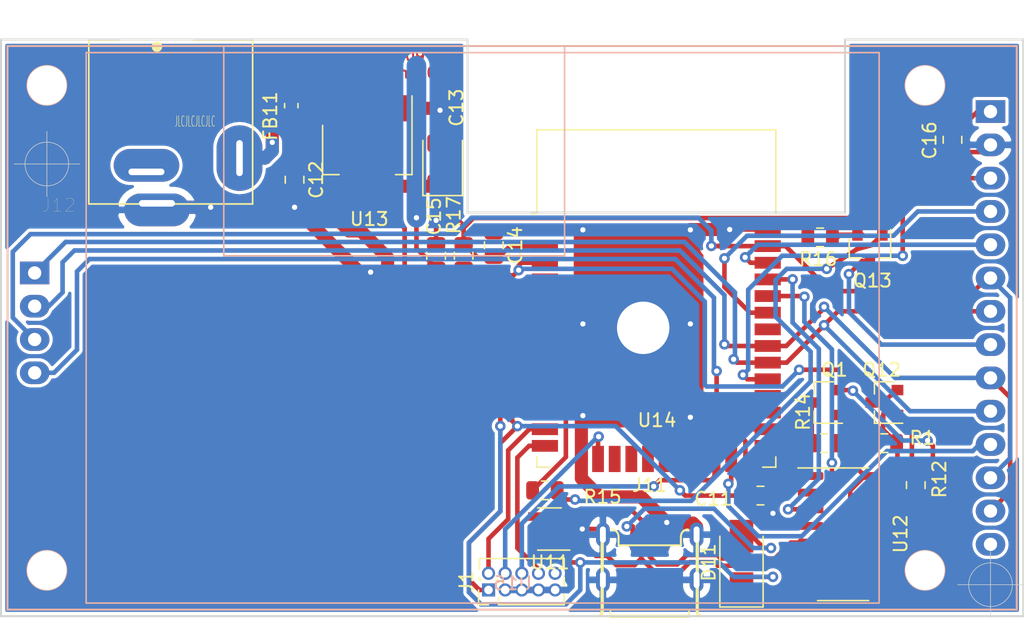
<source format=kicad_pcb>
(kicad_pcb (version 20171130) (host pcbnew "(5.1.6-0-10_14)")

  (general
    (thickness 1.6)
    (drawings 13)
    (tracks 460)
    (zones 0)
    (modules 25)
    (nets 62)
  )

  (page A4)
  (layers
    (0 F.Cu signal)
    (31 B.Cu signal)
    (32 B.Adhes user hide)
    (33 F.Adhes user hide)
    (34 B.Paste user hide)
    (35 F.Paste user hide)
    (36 B.SilkS user hide)
    (37 F.SilkS user)
    (38 B.Mask user hide)
    (39 F.Mask user)
    (40 Dwgs.User user hide)
    (41 Cmts.User user hide)
    (42 Eco1.User user hide)
    (43 Eco2.User user hide)
    (44 Edge.Cuts user)
    (45 Margin user hide)
    (46 B.CrtYd user hide)
    (47 F.CrtYd user)
    (48 B.Fab user hide)
    (49 F.Fab user hide)
  )

  (setup
    (last_trace_width 0.35)
    (user_trace_width 1)
    (trace_clearance 0.2)
    (zone_clearance 0.25)
    (zone_45_only no)
    (trace_min 0.2)
    (via_size 0.8)
    (via_drill 0.4)
    (via_min_size 0.4)
    (via_min_drill 0.3)
    (uvia_size 0.3)
    (uvia_drill 0.1)
    (uvias_allowed no)
    (uvia_min_size 0.2)
    (uvia_min_drill 0.1)
    (edge_width 0.05)
    (segment_width 0.2)
    (pcb_text_width 0.3)
    (pcb_text_size 1.5 1.5)
    (mod_edge_width 0.12)
    (mod_text_size 1 1)
    (mod_text_width 0.15)
    (pad_size 1.524 1.524)
    (pad_drill 0.762)
    (pad_to_mask_clearance 0.05)
    (aux_axis_origin 75 155)
    (grid_origin 75 155)
    (visible_elements FFFFFF7F)
    (pcbplotparams
      (layerselection 0x010f0_ffffffff)
      (usegerberextensions false)
      (usegerberattributes true)
      (usegerberadvancedattributes true)
      (creategerberjobfile false)
      (excludeedgelayer false)
      (linewidth 0.100000)
      (plotframeref false)
      (viasonmask false)
      (mode 1)
      (useauxorigin true)
      (hpglpennumber 1)
      (hpglpenspeed 20)
      (hpglpendiameter 15.000000)
      (psnegative false)
      (psa4output false)
      (plotreference true)
      (plotvalue true)
      (plotinvisibletext false)
      (padsonsilk false)
      (subtractmaskfromsilk false)
      (outputformat 1)
      (mirror false)
      (drillshape 0)
      (scaleselection 1)
      (outputdirectory "fabrication/"))
  )

  (net 0 "")
  (net 1 GND)
  (net 2 +5V)
  (net 3 +3V3)
  (net 4 /TXD0)
  (net 5 /RXD0)
  (net 6 /D+)
  (net 7 /D-)
  (net 8 VSPICS0)
  (net 9 VSPICLK)
  (net 10 VSPIDIN)
  (net 11 VSPIDATA)
  (net 12 VSPICS1)
  (net 13 LCDRST)
  (net 14 LCDDC)
  (net 15 VSPICS2)
  (net 16 BACKLIGHT)
  (net 17 ESP_EN)
  (net 18 "Net-(D11-Pad2)")
  (net 19 "Net-(FB11-Pad2)")
  (net 20 "Net-(J11-Pad4)")
  (net 21 "Net-(J12-Pad3)")
  (net 22 "Net-(Q12-Pad1)")
  (net 23 "Net-(Q12-Pad2)")
  (net 24 "Net-(Q13-Pad1)")
  (net 25 "Net-(Q13-Pad2)")
  (net 26 "Net-(R15-Pad1)")
  (net 27 "Net-(U11-Pad6)")
  (net 28 "Net-(U11-Pad4)")
  (net 29 "Net-(U12-Pad15)")
  (net 30 "Net-(U12-Pad12)")
  (net 31 "Net-(U12-Pad11)")
  (net 32 "Net-(U12-Pad10)")
  (net 33 "Net-(U12-Pad9)")
  (net 34 "Net-(U12-Pad8)")
  (net 35 "Net-(U12-Pad7)")
  (net 36 "Net-(U14-Pad4)")
  (net 37 "Net-(U14-Pad5)")
  (net 38 "Net-(U14-Pad6)")
  (net 39 "Net-(U14-Pad7)")
  (net 40 "Net-(U14-Pad8)")
  (net 41 "Net-(U14-Pad9)")
  (net 42 "Net-(U14-Pad10)")
  (net 43 "Net-(U14-Pad12)")
  (net 44 "Net-(U14-Pad17)")
  (net 45 "Net-(U14-Pad18)")
  (net 46 "Net-(U14-Pad19)")
  (net 47 "Net-(U14-Pad20)")
  (net 48 "Net-(U14-Pad21)")
  (net 49 "Net-(U14-Pad22)")
  (net 50 "Net-(U14-Pad27)")
  (net 51 "Net-(U14-Pad28)")
  (net 52 "Net-(U14-Pad32)")
  (net 53 "Net-(U15-Pad14)")
  (net 54 "Net-(Q1-Pad1)")
  (net 55 "Net-(Q1-Pad2)")
  (net 56 "Net-(Q1-Pad3)")
  (net 57 "Net-(J1-Pad2)")
  (net 58 "Net-(J1-Pad8)")
  (net 59 "Net-(J1-Pad4)")
  (net 60 "Net-(J1-Pad6)")
  (net 61 "Net-(J1-Pad10)")

  (net_class Default "This is the default net class."
    (clearance 0.2)
    (trace_width 0.35)
    (via_dia 0.8)
    (via_drill 0.4)
    (uvia_dia 0.3)
    (uvia_drill 0.1)
    (add_net +3V3)
    (add_net +5V)
    (add_net /D+)
    (add_net /D-)
    (add_net /RXD0)
    (add_net /TXD0)
    (add_net BACKLIGHT)
    (add_net ESP_EN)
    (add_net GND)
    (add_net LCDDC)
    (add_net LCDRST)
    (add_net "Net-(D11-Pad2)")
    (add_net "Net-(FB11-Pad2)")
    (add_net "Net-(J1-Pad10)")
    (add_net "Net-(J1-Pad2)")
    (add_net "Net-(J1-Pad4)")
    (add_net "Net-(J1-Pad6)")
    (add_net "Net-(J1-Pad8)")
    (add_net "Net-(J11-Pad4)")
    (add_net "Net-(J12-Pad3)")
    (add_net "Net-(Q1-Pad1)")
    (add_net "Net-(Q1-Pad2)")
    (add_net "Net-(Q1-Pad3)")
    (add_net "Net-(Q12-Pad1)")
    (add_net "Net-(Q12-Pad2)")
    (add_net "Net-(Q13-Pad1)")
    (add_net "Net-(Q13-Pad2)")
    (add_net "Net-(R15-Pad1)")
    (add_net "Net-(U11-Pad4)")
    (add_net "Net-(U11-Pad6)")
    (add_net "Net-(U12-Pad10)")
    (add_net "Net-(U12-Pad11)")
    (add_net "Net-(U12-Pad12)")
    (add_net "Net-(U12-Pad15)")
    (add_net "Net-(U12-Pad7)")
    (add_net "Net-(U12-Pad8)")
    (add_net "Net-(U12-Pad9)")
    (add_net "Net-(U14-Pad10)")
    (add_net "Net-(U14-Pad12)")
    (add_net "Net-(U14-Pad17)")
    (add_net "Net-(U14-Pad18)")
    (add_net "Net-(U14-Pad19)")
    (add_net "Net-(U14-Pad20)")
    (add_net "Net-(U14-Pad21)")
    (add_net "Net-(U14-Pad22)")
    (add_net "Net-(U14-Pad27)")
    (add_net "Net-(U14-Pad28)")
    (add_net "Net-(U14-Pad32)")
    (add_net "Net-(U14-Pad4)")
    (add_net "Net-(U14-Pad5)")
    (add_net "Net-(U14-Pad6)")
    (add_net "Net-(U14-Pad7)")
    (add_net "Net-(U14-Pad8)")
    (add_net "Net-(U14-Pad9)")
    (add_net "Net-(U15-Pad14)")
    (add_net VSPICLK)
    (add_net VSPICS0)
    (add_net VSPICS1)
    (add_net VSPICS2)
    (add_net VSPIDATA)
    (add_net VSPIDIN)
  )

  (module cjh:TJCTM24024-SPI (layer B.Cu) (tedit 5FCB0E52) (tstamp 614F32A8)
    (at 150.5 116.5 180)
    (path /600C6F4A)
    (fp_text reference U15 (at 36.4556 -35.9904) (layer B.SilkS)
      (effects (font (size 1 1) (thickness 0.15)) (justify mirror))
    )
    (fp_text value ILI9341_SPI_Touch_SD (at 36.4556 3.2526) (layer B.Fab)
      (effects (font (size 1 1) (thickness 0.15)) (justify mirror))
    )
    (fp_line (start 58.5 -11) (end 58.5 5) (layer B.SilkS) (width 0.12))
    (fp_line (start 32.5 -11) (end 58.5 -11) (layer B.SilkS) (width 0.12))
    (fp_line (start 32.5 5) (end 32.5 -11) (layer B.SilkS) (width 0.12))
    (fp_line (start -2 -38) (end -2 5) (layer B.SilkS) (width 0.15))
    (fp_line (start -2 5) (end 75 5) (layer B.SilkS) (width 0.15))
    (fp_line (start 75 -38) (end 75 5) (layer B.SilkS) (width 0.15))
    (fp_line (start -2 -38) (end 75 -38) (layer B.SilkS) (width 0.15))
    (fp_circle (center 5 2) (end 6.5 2) (layer B.SilkS) (width 0.12))
    (fp_circle (center 5 -35) (end 6.5 -35) (layer B.SilkS) (width 0.12))
    (fp_circle (center 72 -35) (end 73.5 -35) (layer B.SilkS) (width 0.12))
    (fp_circle (center 72 2) (end 73.5 2) (layer B.SilkS) (width 0.12))
    (fp_line (start 8.5 4.5) (end 8.5 -37.5) (layer B.SilkS) (width 0.12))
    (fp_line (start 8.5 -37.5) (end 69 -37.5) (layer B.SilkS) (width 0.12))
    (fp_line (start 69 -37.5) (end 69 4.5) (layer B.SilkS) (width 0.12))
    (fp_line (start 69 4.5) (end 8.5 4.5) (layer B.SilkS) (width 0.12))
    (pad 15 thru_hole rect (at 72.93 -12.31 180) (size 2.25 1.7272) (drill 1.016) (layers *.Cu *.Mask)
      (net 9 VSPICLK))
    (pad 16 thru_hole oval (at 72.93 -14.85 180) (size 2.25 1.7272) (drill 1.016) (layers *.Cu *.Mask)
      (net 10 VSPIDIN))
    (pad 17 thru_hole oval (at 72.93 -17.39 180) (size 2.25 1.7272) (drill 1.016) (layers *.Cu *.Mask)
      (net 11 VSPIDATA))
    (pad 18 thru_hole oval (at 72.93 -19.93 180) (size 2.25 1.7272) (drill 1.016) (layers *.Cu *.Mask)
      (net 12 VSPICS1))
    (pad 14 thru_hole oval (at 0 -33.02 180) (size 2.25 1.7272) (drill 1.016) (layers *.Cu *.Mask)
      (net 53 "Net-(U15-Pad14)"))
    (pad 13 thru_hole oval (at 0 -30.48 180) (size 2.25 1.7272) (drill 1.016) (layers *.Cu *.Mask)
      (net 10 VSPIDIN))
    (pad 12 thru_hole oval (at 0 -27.94 180) (size 2.25 1.7272) (drill 1.016) (layers *.Cu *.Mask)
      (net 11 VSPIDATA))
    (pad 11 thru_hole oval (at 0 -25.4 180) (size 2.25 1.7272) (drill 1.016) (layers *.Cu *.Mask)
      (net 15 VSPICS2))
    (pad 10 thru_hole oval (at 0 -22.86 180) (size 2.25 1.7272) (drill 1.016) (layers *.Cu *.Mask)
      (net 9 VSPICLK))
    (pad 9 thru_hole oval (at 0 -20.32 180) (size 2.25 1.7272) (drill 1.016) (layers *.Cu *.Mask)
      (net 10 VSPIDIN))
    (pad 8 thru_hole oval (at 0 -17.78 180) (size 2.25 1.7272) (drill 1.016) (layers *.Cu *.Mask)
      (net 16 BACKLIGHT))
    (pad 7 thru_hole oval (at 0 -15.24 180) (size 2.25 1.7272) (drill 1.016) (layers *.Cu *.Mask)
      (net 9 VSPICLK))
    (pad 6 thru_hole oval (at 0 -12.7 180) (size 2.25 1.7272) (drill 1.016) (layers *.Cu *.Mask)
      (net 11 VSPIDATA))
    (pad 5 thru_hole oval (at 0 -10.16 180) (size 2.25 1.7272) (drill 1.016) (layers *.Cu *.Mask)
      (net 14 LCDDC))
    (pad 4 thru_hole oval (at 0 -7.62 180) (size 2.25 1.7272) (drill 1.016) (layers *.Cu *.Mask)
      (net 13 LCDRST))
    (pad 3 thru_hole oval (at 0 -5.08 180) (size 2.25 1.7272) (drill 1.016) (layers *.Cu *.Mask)
      (net 8 VSPICS0))
    (pad 2 thru_hole oval (at 0 -2.54 180) (size 2.25 1.7272) (drill 1.016) (layers *.Cu *.Mask)
      (net 1 GND))
    (pad 1 thru_hole rect (at 0 0 180) (size 2.25 1.7272) (drill 1.016) (layers *.Cu *.Mask)
      (net 3 +3V3))
  )

  (module Connector_PinHeader_1.27mm:PinHeader_2x05_P1.27mm_Vertical (layer F.Cu) (tedit 59FED6E3) (tstamp 614EE3FD)
    (at 112.2 153 90)
    (descr "Through hole straight pin header, 2x05, 1.27mm pitch, double rows")
    (tags "Through hole pin header THT 2x05 1.27mm double row")
    (path /6155598A)
    (fp_text reference J1 (at 0.635 -1.695 90) (layer F.SilkS)
      (effects (font (size 1 1) (thickness 0.15)))
    )
    (fp_text value Conn_02x05_Odd_Even (at 0.635 6.775 90) (layer F.Fab)
      (effects (font (size 1 1) (thickness 0.15)))
    )
    (fp_text user %R (at 0.635 2.54) (layer F.Fab)
      (effects (font (size 1 1) (thickness 0.15)))
    )
    (fp_line (start -0.2175 -0.635) (end 2.34 -0.635) (layer F.Fab) (width 0.1))
    (fp_line (start 2.34 -0.635) (end 2.34 5.715) (layer F.Fab) (width 0.1))
    (fp_line (start 2.34 5.715) (end -1.07 5.715) (layer F.Fab) (width 0.1))
    (fp_line (start -1.07 5.715) (end -1.07 0.2175) (layer F.Fab) (width 0.1))
    (fp_line (start -1.07 0.2175) (end -0.2175 -0.635) (layer F.Fab) (width 0.1))
    (fp_line (start -1.13 5.775) (end -0.30753 5.775) (layer F.SilkS) (width 0.12))
    (fp_line (start 1.57753 5.775) (end 2.4 5.775) (layer F.SilkS) (width 0.12))
    (fp_line (start 0.30753 5.775) (end 0.96247 5.775) (layer F.SilkS) (width 0.12))
    (fp_line (start -1.13 0.76) (end -1.13 5.775) (layer F.SilkS) (width 0.12))
    (fp_line (start 2.4 -0.695) (end 2.4 5.775) (layer F.SilkS) (width 0.12))
    (fp_line (start -1.13 0.76) (end -0.563471 0.76) (layer F.SilkS) (width 0.12))
    (fp_line (start 0.563471 0.76) (end 0.706529 0.76) (layer F.SilkS) (width 0.12))
    (fp_line (start 0.76 0.706529) (end 0.76 0.563471) (layer F.SilkS) (width 0.12))
    (fp_line (start 0.76 -0.563471) (end 0.76 -0.695) (layer F.SilkS) (width 0.12))
    (fp_line (start 0.76 -0.695) (end 0.96247 -0.695) (layer F.SilkS) (width 0.12))
    (fp_line (start 1.57753 -0.695) (end 2.4 -0.695) (layer F.SilkS) (width 0.12))
    (fp_line (start -1.13 0) (end -1.13 -0.76) (layer F.SilkS) (width 0.12))
    (fp_line (start -1.13 -0.76) (end 0 -0.76) (layer F.SilkS) (width 0.12))
    (fp_line (start -1.6 -1.15) (end -1.6 6.25) (layer F.CrtYd) (width 0.05))
    (fp_line (start -1.6 6.25) (end 2.85 6.25) (layer F.CrtYd) (width 0.05))
    (fp_line (start 2.85 6.25) (end 2.85 -1.15) (layer F.CrtYd) (width 0.05))
    (fp_line (start 2.85 -1.15) (end -1.6 -1.15) (layer F.CrtYd) (width 0.05))
    (pad 10 thru_hole oval (at 1.27 5.08 90) (size 1 1) (drill 0.65) (layers *.Cu *.Mask)
      (net 61 "Net-(J1-Pad10)"))
    (pad 9 thru_hole oval (at 0 5.08 90) (size 1 1) (drill 0.65) (layers *.Cu *.Mask)
      (net 1 GND))
    (pad 8 thru_hole oval (at 1.27 3.81 90) (size 1 1) (drill 0.65) (layers *.Cu *.Mask)
      (net 58 "Net-(J1-Pad8)"))
    (pad 7 thru_hole oval (at 0 3.81 90) (size 1 1) (drill 0.65) (layers *.Cu *.Mask)
      (net 1 GND))
    (pad 6 thru_hole oval (at 1.27 2.54 90) (size 1 1) (drill 0.65) (layers *.Cu *.Mask)
      (net 60 "Net-(J1-Pad6)"))
    (pad 5 thru_hole oval (at 0 2.54 90) (size 1 1) (drill 0.65) (layers *.Cu *.Mask)
      (net 1 GND))
    (pad 4 thru_hole oval (at 1.27 1.27 90) (size 1 1) (drill 0.65) (layers *.Cu *.Mask)
      (net 59 "Net-(J1-Pad4)"))
    (pad 3 thru_hole oval (at 0 1.27 90) (size 1 1) (drill 0.65) (layers *.Cu *.Mask)
      (net 1 GND))
    (pad 2 thru_hole oval (at 1.27 0 90) (size 1 1) (drill 0.65) (layers *.Cu *.Mask)
      (net 57 "Net-(J1-Pad2)"))
    (pad 1 thru_hole rect (at 0 0 90) (size 1 1) (drill 0.65) (layers *.Cu *.Mask)
      (net 3 +3V3))
    (model ${KISYS3DMOD}/Connector_PinHeader_1.27mm.3dshapes/PinHeader_2x05_P1.27mm_Vertical.wrl
      (at (xyz 0 0 0))
      (scale (xyz 1 1 1))
      (rotate (xyz 0 0 0))
    )
  )

  (module Resistor_SMD:R_0805_2012Metric (layer F.Cu) (tedit 5B36C52B) (tstamp 5FFD1BA7)
    (at 142.4 141.8 180)
    (descr "Resistor SMD 0805 (2012 Metric), square (rectangular) end terminal, IPC_7351 nominal, (Body size source: https://docs.google.com/spreadsheets/d/1BsfQQcO9C6DZCsRaXUlFlo91Tg2WpOkGARC1WS5S8t0/edit?usp=sharing), generated with kicad-footprint-generator")
    (tags resistor)
    (path /5FFDAA4E)
    (attr smd)
    (fp_text reference R1 (at -2.9 0.4) (layer F.SilkS)
      (effects (font (size 1 1) (thickness 0.15)))
    )
    (fp_text value 10k (at 0 1.65) (layer F.Fab)
      (effects (font (size 1 1) (thickness 0.15)))
    )
    (fp_line (start 1.68 0.95) (end -1.68 0.95) (layer F.CrtYd) (width 0.05))
    (fp_line (start 1.68 -0.95) (end 1.68 0.95) (layer F.CrtYd) (width 0.05))
    (fp_line (start -1.68 -0.95) (end 1.68 -0.95) (layer F.CrtYd) (width 0.05))
    (fp_line (start -1.68 0.95) (end -1.68 -0.95) (layer F.CrtYd) (width 0.05))
    (fp_line (start -0.258578 0.71) (end 0.258578 0.71) (layer F.SilkS) (width 0.12))
    (fp_line (start -0.258578 -0.71) (end 0.258578 -0.71) (layer F.SilkS) (width 0.12))
    (fp_line (start 1 0.6) (end -1 0.6) (layer F.Fab) (width 0.1))
    (fp_line (start 1 -0.6) (end 1 0.6) (layer F.Fab) (width 0.1))
    (fp_line (start -1 -0.6) (end 1 -0.6) (layer F.Fab) (width 0.1))
    (fp_line (start -1 0.6) (end -1 -0.6) (layer F.Fab) (width 0.1))
    (fp_text user %R (at 0 0) (layer F.Fab)
      (effects (font (size 0.5 0.5) (thickness 0.08)))
    )
    (pad 2 smd roundrect (at 0.9375 0 180) (size 0.975 1.4) (layers F.Cu F.Paste F.Mask) (roundrect_rratio 0.25)
      (net 54 "Net-(Q1-Pad1)"))
    (pad 1 smd roundrect (at -0.9375 0 180) (size 0.975 1.4) (layers F.Cu F.Paste F.Mask) (roundrect_rratio 0.25)
      (net 23 "Net-(Q12-Pad2)"))
    (model ${KISYS3DMOD}/Resistor_SMD.3dshapes/R_0805_2012Metric.wrl
      (at (xyz 0 0 0))
      (scale (xyz 1 1 1))
      (rotate (xyz 0 0 0))
    )
  )

  (module cjh_jlcpcb:SOT-23 (layer F.Cu) (tedit 5FD998FC) (tstamp 5FFD1B1E)
    (at 137.8 138.7)
    (descr "SOT-23, Standard")
    (tags SOT-23)
    (path /60030F94)
    (attr smd)
    (fp_text reference Q1 (at 0.8 -2.5 180) (layer F.SilkS)
      (effects (font (size 1 1) (thickness 0.15)))
    )
    (fp_text value MMBT5551 (at 0 -2.5 180) (layer F.Fab)
      (effects (font (size 1 1) (thickness 0.15)))
    )
    (fp_line (start 0.7 0.95) (end 0.7 -1.5) (layer F.Fab) (width 0.1))
    (fp_line (start 0.15 1.52) (end -0.7 1.52) (layer F.Fab) (width 0.1))
    (fp_line (start 0.7 0.95) (end 0.15 1.52) (layer F.Fab) (width 0.1))
    (fp_line (start -0.7 1.52) (end -0.7 -1.52) (layer F.Fab) (width 0.1))
    (fp_line (start 0.7 -1.52) (end -0.7 -1.52) (layer F.Fab) (width 0.1))
    (fp_line (start -0.76 -1.58) (end -0.76 -0.65) (layer F.SilkS) (width 0.12))
    (fp_line (start -0.76 1.58) (end -0.76 0.65) (layer F.SilkS) (width 0.12))
    (fp_line (start 1.7 1.75) (end -1.7 1.75) (layer F.CrtYd) (width 0.05))
    (fp_line (start -1.7 1.75) (end -1.7 -1.75) (layer F.CrtYd) (width 0.05))
    (fp_line (start -1.7 -1.75) (end 1.7 -1.75) (layer F.CrtYd) (width 0.05))
    (fp_line (start 1.7 -1.75) (end 1.7 1.75) (layer F.CrtYd) (width 0.05))
    (fp_line (start -0.76 1.58) (end 1.4 1.58) (layer F.SilkS) (width 0.12))
    (fp_line (start -0.76 -1.58) (end 0.7 -1.58) (layer F.SilkS) (width 0.12))
    (fp_text user %R (at 0 0 270) (layer F.Fab)
      (effects (font (size 0.5 0.5) (thickness 0.075)))
    )
    (pad 1 smd rect (at 1 0.95 180) (size 0.9 0.8) (layers F.Cu F.Paste F.Mask)
      (net 54 "Net-(Q1-Pad1)"))
    (pad 2 smd rect (at 1 -0.95 180) (size 0.9 0.8) (layers F.Cu F.Paste F.Mask)
      (net 55 "Net-(Q1-Pad2)"))
    (pad 3 smd rect (at -1 0 180) (size 0.9 0.8) (layers F.Cu F.Paste F.Mask)
      (net 56 "Net-(Q1-Pad3)"))
    (model ${KISYS3DMOD}/Package_TO_SOT_SMD.3dshapes/SOT-23.wrl
      (at (xyz 0 0 0))
      (scale (xyz 1 1 1))
      (rotate (xyz 0 0 0))
    )
  )

  (module Resistor_SMD:R_0805_2012Metric (layer F.Cu) (tedit 5B36C52B) (tstamp 5FFBDAE9)
    (at 137.8 141.8 180)
    (descr "Resistor SMD 0805 (2012 Metric), square (rectangular) end terminal, IPC_7351 nominal, (Body size source: https://docs.google.com/spreadsheets/d/1BsfQQcO9C6DZCsRaXUlFlo91Tg2WpOkGARC1WS5S8t0/edit?usp=sharing), generated with kicad-footprint-generator")
    (tags resistor)
    (path /5FFD54B6)
    (attr smd)
    (fp_text reference R14 (at 1.6 2.4 90) (layer F.SilkS)
      (effects (font (size 1 1) (thickness 0.15)))
    )
    (fp_text value 100k (at 0 1.65) (layer F.Fab)
      (effects (font (size 1 1) (thickness 0.15)))
    )
    (fp_line (start 1.68 0.95) (end -1.68 0.95) (layer F.CrtYd) (width 0.05))
    (fp_line (start 1.68 -0.95) (end 1.68 0.95) (layer F.CrtYd) (width 0.05))
    (fp_line (start -1.68 -0.95) (end 1.68 -0.95) (layer F.CrtYd) (width 0.05))
    (fp_line (start -1.68 0.95) (end -1.68 -0.95) (layer F.CrtYd) (width 0.05))
    (fp_line (start -0.258578 0.71) (end 0.258578 0.71) (layer F.SilkS) (width 0.12))
    (fp_line (start -0.258578 -0.71) (end 0.258578 -0.71) (layer F.SilkS) (width 0.12))
    (fp_line (start 1 0.6) (end -1 0.6) (layer F.Fab) (width 0.1))
    (fp_line (start 1 -0.6) (end 1 0.6) (layer F.Fab) (width 0.1))
    (fp_line (start -1 -0.6) (end 1 -0.6) (layer F.Fab) (width 0.1))
    (fp_line (start -1 0.6) (end -1 -0.6) (layer F.Fab) (width 0.1))
    (fp_text user %R (at 0 0) (layer F.Fab)
      (effects (font (size 0.5 0.5) (thickness 0.08)))
    )
    (pad 2 smd roundrect (at 0.9375 0 180) (size 0.975 1.4) (layers F.Cu F.Paste F.Mask) (roundrect_rratio 0.25)
      (net 56 "Net-(Q1-Pad3)"))
    (pad 1 smd roundrect (at -0.9375 0 180) (size 0.975 1.4) (layers F.Cu F.Paste F.Mask) (roundrect_rratio 0.25)
      (net 3 +3V3))
    (model ${KISYS3DMOD}/Resistor_SMD.3dshapes/R_0805_2012Metric.wrl
      (at (xyz 0 0 0))
      (scale (xyz 1 1 1))
      (rotate (xyz 0 0 0))
    )
  )

  (module Inductor_SMD:L_0603_1608Metric (layer F.Cu) (tedit 5B301BBE) (tstamp 5FFBBE2C)
    (at 97.15 116.05 90)
    (descr "Inductor SMD 0603 (1608 Metric), square (rectangular) end terminal, IPC_7351 nominal, (Body size source: http://www.tortai-tech.com/upload/download/2011102023233369053.pdf), generated with kicad-footprint-generator")
    (tags inductor)
    (path /5FA414C4)
    (attr smd)
    (fp_text reference FB11 (at -0.8 -1.6 90) (layer F.SilkS)
      (effects (font (size 1 1) (thickness 0.15)))
    )
    (fp_text value BLM18PG121SN1D (at 0 1.43 90) (layer F.Fab)
      (effects (font (size 1 1) (thickness 0.15)))
    )
    (fp_line (start -0.8 0.4) (end -0.8 -0.4) (layer F.Fab) (width 0.1))
    (fp_line (start -0.8 -0.4) (end 0.8 -0.4) (layer F.Fab) (width 0.1))
    (fp_line (start 0.8 -0.4) (end 0.8 0.4) (layer F.Fab) (width 0.1))
    (fp_line (start 0.8 0.4) (end -0.8 0.4) (layer F.Fab) (width 0.1))
    (fp_line (start -0.162779 -0.51) (end 0.162779 -0.51) (layer F.SilkS) (width 0.12))
    (fp_line (start -0.162779 0.51) (end 0.162779 0.51) (layer F.SilkS) (width 0.12))
    (fp_line (start -1.48 0.73) (end -1.48 -0.73) (layer F.CrtYd) (width 0.05))
    (fp_line (start -1.48 -0.73) (end 1.48 -0.73) (layer F.CrtYd) (width 0.05))
    (fp_line (start 1.48 -0.73) (end 1.48 0.73) (layer F.CrtYd) (width 0.05))
    (fp_line (start 1.48 0.73) (end -1.48 0.73) (layer F.CrtYd) (width 0.05))
    (fp_text user %R (at 0 0 90) (layer F.Fab)
      (effects (font (size 0.4 0.4) (thickness 0.06)))
    )
    (pad 2 smd roundrect (at 0.7875 0 90) (size 0.875 0.95) (layers F.Cu F.Paste F.Mask) (roundrect_rratio 0.25)
      (net 19 "Net-(FB11-Pad2)"))
    (pad 1 smd roundrect (at -0.7875 0 90) (size 0.875 0.95) (layers F.Cu F.Paste F.Mask) (roundrect_rratio 0.25)
      (net 2 +5V))
    (model ${KISYS3DMOD}/Inductor_SMD.3dshapes/L_0603_1608Metric.wrl
      (at (xyz 0 0 0))
      (scale (xyz 1 1 1))
      (rotate (xyz 0 0 0))
    )
  )

  (module Capacitor_SMD:C_0805_2012Metric (layer F.Cu) (tedit 5B36C52B) (tstamp 5FFBD6EE)
    (at 97.4 121.7 270)
    (descr "Capacitor SMD 0805 (2012 Metric), square (rectangular) end terminal, IPC_7351 nominal, (Body size source: https://docs.google.com/spreadsheets/d/1BsfQQcO9C6DZCsRaXUlFlo91Tg2WpOkGARC1WS5S8t0/edit?usp=sharing), generated with kicad-footprint-generator")
    (tags capacitor)
    (path /5FD1EEA9)
    (attr smd)
    (fp_text reference C12 (at 0 -1.65 90) (layer F.SilkS)
      (effects (font (size 1 1) (thickness 0.15)))
    )
    (fp_text value 100n (at 0 1.65 90) (layer F.Fab)
      (effects (font (size 1 1) (thickness 0.15)))
    )
    (fp_line (start -1 0.6) (end -1 -0.6) (layer F.Fab) (width 0.1))
    (fp_line (start -1 -0.6) (end 1 -0.6) (layer F.Fab) (width 0.1))
    (fp_line (start 1 -0.6) (end 1 0.6) (layer F.Fab) (width 0.1))
    (fp_line (start 1 0.6) (end -1 0.6) (layer F.Fab) (width 0.1))
    (fp_line (start -0.258578 -0.71) (end 0.258578 -0.71) (layer F.SilkS) (width 0.12))
    (fp_line (start -0.258578 0.71) (end 0.258578 0.71) (layer F.SilkS) (width 0.12))
    (fp_line (start -1.68 0.95) (end -1.68 -0.95) (layer F.CrtYd) (width 0.05))
    (fp_line (start -1.68 -0.95) (end 1.68 -0.95) (layer F.CrtYd) (width 0.05))
    (fp_line (start 1.68 -0.95) (end 1.68 0.95) (layer F.CrtYd) (width 0.05))
    (fp_line (start 1.68 0.95) (end -1.68 0.95) (layer F.CrtYd) (width 0.05))
    (fp_text user %R (at 0 0 90) (layer F.Fab)
      (effects (font (size 0.5 0.5) (thickness 0.08)))
    )
    (pad 2 smd roundrect (at 0.9375 0 270) (size 0.975 1.4) (layers F.Cu F.Paste F.Mask) (roundrect_rratio 0.25)
      (net 1 GND))
    (pad 1 smd roundrect (at -0.9375 0 270) (size 0.975 1.4) (layers F.Cu F.Paste F.Mask) (roundrect_rratio 0.25)
      (net 2 +5V))
    (model ${KISYS3DMOD}/Capacitor_SMD.3dshapes/C_0805_2012Metric.wrl
      (at (xyz 0 0 0))
      (scale (xyz 1 1 1))
      (rotate (xyz 0 0 0))
    )
  )

  (module cjh_jlcpcb:XKB-DC-009A-2.0 (layer F.Cu) (tedit 5FF4FDF0) (tstamp 5FC67B51)
    (at 87.95 117.3)
    (path /5FDB3DDC)
    (fp_text reference J12 (at -8.55 6.35) (layer F.SilkS)
      (effects (font (size 1.001709 1.001709) (thickness 0.015)))
    )
    (fp_text value Barrel_Jack_Switch (at 6 -5.35 90) (layer F.Fab) hide
      (effects (font (size 1.001063 1.001063) (thickness 0.015)))
    )
    (fp_line (start 6.25 -6.25) (end 2.7 -6.25) (layer F.Fab) (width 0.127))
    (fp_line (start 2.7 -7.75) (end 2.7 -6.25) (layer F.Fab) (width 0.127))
    (fp_line (start 4.15 -7.75) (end 2.7 -7.75) (layer F.Fab) (width 0.127))
    (fp_line (start -4.8 -6.25) (end -6.25 -6.25) (layer F.Fab) (width 0.127))
    (fp_line (start -4.8 -7.75) (end -6.25 -7.75) (layer F.Fab) (width 0.127))
    (fp_line (start -4.8 -7.75) (end -4.8 -6.25) (layer F.Fab) (width 0.127))
    (fp_line (start -6.25 -8.75) (end -6.25 -7.75) (layer F.Fab) (width 0.127))
    (fp_line (start 4.15 -8.75) (end 4.15 -7.75) (layer F.Fab) (width 0.127))
    (fp_line (start -5.75 -9.25) (end 3.65 -9.25) (layer F.Fab) (width 0.127))
    (fp_line (start 6.5 -9.25) (end -6.5 -9.25) (layer F.CrtYd) (width 0.05))
    (fp_circle (center -1.05 -5.75) (end -0.85 -5.75) (layer F.SilkS) (width 0.4))
    (fp_line (start 6.25 -6.25) (end 6.25 6.25) (layer F.Fab) (width 0.127))
    (fp_line (start 6.25 6.25) (end -6.25 6.25) (layer F.Fab) (width 0.127))
    (fp_line (start -6.25 6.25) (end -6.25 -6.25) (layer F.Fab) (width 0.127))
    (fp_line (start 6.25 -6.25) (end 6.25 6.25) (layer F.SilkS) (width 0.127))
    (fp_line (start 6.25 6.25) (end -6.25 6.25) (layer F.SilkS) (width 0.127))
    (fp_line (start -6.25 6.25) (end -6.25 -6.25) (layer F.SilkS) (width 0.127))
    (fp_line (start 1.75 -6.25) (end 6.2 -6.25) (layer F.SilkS) (width 0.127))
    (fp_line (start -6.25 -6.25) (end -3.85 -6.25) (layer F.SilkS) (width 0.127))
    (fp_line (start 6.5 7) (end 6.5 -9.25) (layer F.CrtYd) (width 0.05))
    (fp_line (start -6.5 -9.25) (end -6.5 7) (layer F.CrtYd) (width 0.05))
    (fp_line (start -6.5 7) (end 6.5 7) (layer F.CrtYd) (width 0.05))
    (fp_arc (start 3.65 -8.75) (end 3.65 -9.25) (angle 90) (layer F.Fab) (width 0.12))
    (fp_arc (start -5.75 -8.75) (end -6.25 -8.75) (angle 90) (layer F.Fab) (width 0.12))
    (pad 3 thru_hole oval (at -1.85 3.8 180) (size 5 2.5) (drill oval 2.75 0.5 (offset 0 0.5)) (layers *.Cu *.Mask)
      (net 21 "Net-(J12-Pad3)"))
    (pad 2 thru_hole oval (at 5.25 2.75 270) (size 5 3.5) (drill oval 2.75 0.5) (layers *.Cu *.Mask)
      (net 19 "Net-(FB11-Pad2)"))
    (pad 1 thru_hole oval (at -1.05 6.2 180) (size 5 2.5) (drill oval 2.75 0.5 (offset 0 -0.5)) (layers *.Cu *.Mask)
      (net 1 GND))
  )

  (module cjh_jlcpcb:SOT-23-6R (layer F.Cu) (tedit 5FDBCFDB) (tstamp 5F9D590E)
    (at 116.85 148.35)
    (descr "6-pin SOT-23 package")
    (tags SOT-23-6)
    (path /5FA029F0)
    (attr smd)
    (fp_text reference U11 (at 0.05 2.55 180) (layer F.SilkS)
      (effects (font (size 1 1) (thickness 0.15)))
    )
    (fp_text value SRV05-4 (at -2.65 0 90) (layer F.Fab)
      (effects (font (size 1 1) (thickness 0.15)))
    )
    (fp_line (start 0.9 -1.61) (end -0.9 -1.61) (layer F.SilkS) (width 0.12))
    (fp_line (start -0.9 1.61) (end 1.55 1.61) (layer F.SilkS) (width 0.12))
    (fp_line (start -1.9 1.8) (end 1.9 1.8) (layer F.CrtYd) (width 0.05))
    (fp_line (start -1.9 -1.8) (end -1.9 1.8) (layer F.CrtYd) (width 0.05))
    (fp_line (start 1.9 -1.8) (end -1.9 -1.8) (layer F.CrtYd) (width 0.05))
    (fp_line (start 1.9 1.8) (end 1.9 -1.8) (layer F.CrtYd) (width 0.05))
    (fp_line (start 0.9 0.9) (end 0.25 1.55) (layer F.Fab) (width 0.1))
    (fp_line (start -0.9 1.55) (end 0.25 1.55) (layer F.Fab) (width 0.1))
    (fp_line (start 0.9 0.9) (end 0.9 -1.55) (layer F.Fab) (width 0.1))
    (fp_line (start -0.9 -1.55) (end 0.9 -1.55) (layer F.Fab) (width 0.1))
    (fp_line (start -0.9 1.55) (end -0.9 -1.55) (layer F.Fab) (width 0.1))
    (fp_text user %R (at 0 0 90) (layer F.Fab)
      (effects (font (size 0.5 0.5) (thickness 0.075)))
    )
    (pad 5 smd rect (at -1.1 0 180) (size 1.06 0.65) (layers F.Cu F.Paste F.Mask)
      (net 2 +5V))
    (pad 6 smd rect (at -1.1 0.95 180) (size 1.06 0.65) (layers F.Cu F.Paste F.Mask)
      (net 27 "Net-(U11-Pad6)"))
    (pad 4 smd rect (at -1.1 -0.95 180) (size 1.06 0.65) (layers F.Cu F.Paste F.Mask)
      (net 28 "Net-(U11-Pad4)"))
    (pad 3 smd rect (at 1.1 -0.95 180) (size 1.06 0.65) (layers F.Cu F.Paste F.Mask)
      (net 6 /D+))
    (pad 2 smd rect (at 1.1 0 180) (size 1.06 0.65) (layers F.Cu F.Paste F.Mask)
      (net 1 GND))
    (pad 1 smd rect (at 1.1 0.95 180) (size 1.06 0.65) (layers F.Cu F.Paste F.Mask)
      (net 7 /D-))
    (model ${KISYS3DMOD}/Package_TO_SOT_SMD.3dshapes/SOT-23-6.wrl
      (at (xyz 0 0 0))
      (scale (xyz 1 1 1))
      (rotate (xyz 0 0 180))
    )
  )

  (module cjh_jlcpcb:CP_EIA-3528-21_Kemet-B (layer F.Cu) (tedit 5B342532) (tstamp 5FCD68D1)
    (at 108.7 120.45 90)
    (descr "Tantalum Capacitor SMD Kemet-B (3528-21 Metric), IPC_7351 nominal, (Body size from: http://www.kemet.com/Lists/ProductCatalog/Attachments/253/KEM_TC101_STD.pdf), generated with kicad-footprint-generator")
    (tags "capacitor tantalum")
    (path /5FD96AA1)
    (attr smd)
    (fp_text reference C13 (at 4.25 1.05 90) (layer F.SilkS)
      (effects (font (size 1 1) (thickness 0.15)))
    )
    (fp_text value 100uF (at 0 2.35 90) (layer F.Fab)
      (effects (font (size 1 1) (thickness 0.15)))
    )
    (fp_line (start 1.75 -1.4) (end -1.05 -1.4) (layer F.Fab) (width 0.1))
    (fp_line (start -1.05 -1.4) (end -1.75 -0.7) (layer F.Fab) (width 0.1))
    (fp_line (start -1.75 -0.7) (end -1.75 1.4) (layer F.Fab) (width 0.1))
    (fp_line (start -1.75 1.4) (end 1.75 1.4) (layer F.Fab) (width 0.1))
    (fp_line (start 1.75 1.4) (end 1.75 -1.4) (layer F.Fab) (width 0.1))
    (fp_line (start 1.75 -1.51) (end -2.46 -1.51) (layer F.SilkS) (width 0.12))
    (fp_line (start -2.46 -1.51) (end -2.46 1.51) (layer F.SilkS) (width 0.12))
    (fp_line (start -2.46 1.51) (end 1.75 1.51) (layer F.SilkS) (width 0.12))
    (fp_line (start -2.45 1.65) (end -2.45 -1.65) (layer F.CrtYd) (width 0.05))
    (fp_line (start -2.45 -1.65) (end 2.45 -1.65) (layer F.CrtYd) (width 0.05))
    (fp_line (start 2.45 -1.65) (end 2.45 1.65) (layer F.CrtYd) (width 0.05))
    (fp_line (start 2.45 1.65) (end -2.45 1.65) (layer F.CrtYd) (width 0.05))
    (fp_text user %R (at 0 0 90) (layer F.Fab)
      (effects (font (size 0.88 0.88) (thickness 0.13)))
    )
    (pad 1 smd roundrect (at -1.5375 0 90) (size 1.325 2.35) (layers F.Cu F.Paste F.Mask) (roundrect_rratio 0.188679)
      (net 3 +3V3))
    (pad 2 smd roundrect (at 1.5375 0 90) (size 1.325 2.35) (layers F.Cu F.Paste F.Mask) (roundrect_rratio 0.188679)
      (net 1 GND))
    (model ${KISYS3DMOD}/Capacitor_Tantalum_SMD.3dshapes/CP_EIA-3528-21_Kemet-B.wrl
      (at (xyz 0 0 0))
      (scale (xyz 1 1 1))
      (rotate (xyz 0 0 0))
    )
  )

  (module cjh_jlcpcb:SOIC-16_3.9x9.9mm_P1.27mm (layer F.Cu) (tedit 5FD9A36D) (tstamp 5F9D5930)
    (at 139.25 148.75 270)
    (descr "SOIC, 16 Pin (JEDEC MS-012AC, https://www.analog.com/media/en/package-pcb-resources/package/pkg_pdf/soic_narrow-r/r_16.pdf), generated with kicad-footprint-generator ipc_gullwing_generator.py")
    (tags "SOIC SO")
    (path /5F9D4AF0)
    (attr smd)
    (fp_text reference U12 (at -0.03 -4.39 270) (layer F.SilkS)
      (effects (font (size 1 1) (thickness 0.15)))
    )
    (fp_text value CH340C (at 2.31 4.73 270) (layer F.Fab)
      (effects (font (size 1 1) (thickness 0.15)))
    )
    (fp_line (start -5.2 -3.7) (end -5.2 3.7) (layer F.CrtYd) (width 0.05))
    (fp_line (start 5.2 -3.7) (end -5.2 -3.7) (layer F.CrtYd) (width 0.05))
    (fp_line (start 5.2 3.7) (end 5.2 -3.7) (layer F.CrtYd) (width 0.05))
    (fp_line (start -5.2 3.7) (end 5.2 3.7) (layer F.CrtYd) (width 0.05))
    (fp_line (start -3.975 1.95) (end -4.95 0.975) (layer F.Fab) (width 0.1))
    (fp_line (start 4.95 1.95) (end -3.975 1.95) (layer F.Fab) (width 0.1))
    (fp_line (start 4.95 -1.95) (end 4.95 1.95) (layer F.Fab) (width 0.1))
    (fp_line (start -4.95 -1.95) (end 4.95 -1.95) (layer F.Fab) (width 0.1))
    (fp_line (start -4.95 0.975) (end -4.95 -1.95) (layer F.Fab) (width 0.1))
    (fp_line (start -5.06 0) (end -5.06 3.45) (layer F.SilkS) (width 0.12))
    (fp_line (start -5.06 0) (end -5.06 -1.95) (layer F.SilkS) (width 0.12))
    (fp_line (start 5.06 0) (end 5.06 1.95) (layer F.SilkS) (width 0.12))
    (fp_line (start 5.06 0) (end 5.06 -1.95) (layer F.SilkS) (width 0.12))
    (fp_text user %R (at 0.01 -0.01 270) (layer F.Fab)
      (effects (font (size 0.98 0.98) (thickness 0.15)))
    )
    (pad 16 smd roundrect (at -4.445 -2.475) (size 1.95 0.6) (layers F.Cu F.Paste F.Mask) (roundrect_rratio 0.25)
      (net 3 +3V3))
    (pad 15 smd roundrect (at -3.175 -2.475) (size 1.95 0.6) (layers F.Cu F.Paste F.Mask) (roundrect_rratio 0.25)
      (net 29 "Net-(U12-Pad15)"))
    (pad 14 smd roundrect (at -1.905 -2.475) (size 1.95 0.6) (layers F.Cu F.Paste F.Mask) (roundrect_rratio 0.25)
      (net 23 "Net-(Q12-Pad2)"))
    (pad 13 smd roundrect (at -0.635 -2.475) (size 1.95 0.6) (layers F.Cu F.Paste F.Mask) (roundrect_rratio 0.25)
      (net 55 "Net-(Q1-Pad2)"))
    (pad 12 smd roundrect (at 0.635 -2.475) (size 1.95 0.6) (layers F.Cu F.Paste F.Mask) (roundrect_rratio 0.25)
      (net 30 "Net-(U12-Pad12)"))
    (pad 11 smd roundrect (at 1.905 -2.475) (size 1.95 0.6) (layers F.Cu F.Paste F.Mask) (roundrect_rratio 0.25)
      (net 31 "Net-(U12-Pad11)"))
    (pad 10 smd roundrect (at 3.175 -2.475) (size 1.95 0.6) (layers F.Cu F.Paste F.Mask) (roundrect_rratio 0.25)
      (net 32 "Net-(U12-Pad10)"))
    (pad 9 smd roundrect (at 4.445 -2.475) (size 1.95 0.6) (layers F.Cu F.Paste F.Mask) (roundrect_rratio 0.25)
      (net 33 "Net-(U12-Pad9)"))
    (pad 8 smd roundrect (at 4.445 2.475) (size 1.95 0.6) (layers F.Cu F.Paste F.Mask) (roundrect_rratio 0.25)
      (net 34 "Net-(U12-Pad8)"))
    (pad 7 smd roundrect (at 3.175 2.475) (size 1.95 0.6) (layers F.Cu F.Paste F.Mask) (roundrect_rratio 0.25)
      (net 35 "Net-(U12-Pad7)"))
    (pad 6 smd roundrect (at 1.905 2.475) (size 1.95 0.6) (layers F.Cu F.Paste F.Mask) (roundrect_rratio 0.25)
      (net 7 /D-))
    (pad 5 smd roundrect (at 0.635 2.475) (size 1.95 0.6) (layers F.Cu F.Paste F.Mask) (roundrect_rratio 0.25)
      (net 6 /D+))
    (pad 4 smd roundrect (at -0.635 2.475) (size 1.95 0.6) (layers F.Cu F.Paste F.Mask) (roundrect_rratio 0.25)
      (net 3 +3V3))
    (pad 3 smd roundrect (at -1.905 2.475) (size 1.95 0.6) (layers F.Cu F.Paste F.Mask) (roundrect_rratio 0.25)
      (net 4 /TXD0))
    (pad 2 smd roundrect (at -3.175 2.475) (size 1.95 0.6) (layers F.Cu F.Paste F.Mask) (roundrect_rratio 0.25)
      (net 5 /RXD0))
    (pad 1 smd roundrect (at -4.445 2.475) (size 1.95 0.6) (layers F.Cu F.Paste F.Mask) (roundrect_rratio 0.25)
      (net 1 GND))
    (model ${KISYS3DMOD}/Package_SO.3dshapes/SOIC-16_3.9x9.9mm_P1.27mm.wrl
      (at (xyz 0 0 0))
      (scale (xyz 1 1 1))
      (rotate (xyz 0 0 90))
    )
  )

  (module cjh_jlcpcb:SOT-223-3_TabPin2 (layer F.Cu) (tedit 5FD98755) (tstamp 5F9D5980)
    (at 102.95 119.4 90)
    (descr "module CMS SOT223 4 pins")
    (tags "CMS SOT")
    (path /5F9DBACC)
    (attr smd)
    (fp_text reference U13 (at -5.3 0.15) (layer F.SilkS)
      (effects (font (size 1 1) (thickness 0.15)))
    )
    (fp_text value AMS1117-3.3 (at 0 -4.5 270) (layer F.Fab)
      (effects (font (size 1 1) (thickness 0.15)))
    )
    (fp_line (start -1.91 -3.41) (end -1.91 -2.15) (layer F.SilkS) (width 0.12))
    (fp_line (start -1.91 3.41) (end -1.91 2.15) (layer F.SilkS) (width 0.12))
    (fp_line (start -4.4 3.6) (end 4.4 3.6) (layer F.CrtYd) (width 0.05))
    (fp_line (start -4.4 -3.6) (end -4.4 3.6) (layer F.CrtYd) (width 0.05))
    (fp_line (start 4.4 -3.6) (end -4.4 -3.6) (layer F.CrtYd) (width 0.05))
    (fp_line (start 4.4 3.6) (end 4.4 -3.6) (layer F.CrtYd) (width 0.05))
    (fp_line (start 1.85 2.35) (end 0.85 3.35) (layer F.Fab) (width 0.1))
    (fp_line (start 1.85 2.35) (end 1.85 -3.35) (layer F.Fab) (width 0.1))
    (fp_line (start 1.85 -3.41) (end -1.91 -3.41) (layer F.SilkS) (width 0.12))
    (fp_line (start 0.85 3.35) (end -1.85 3.35) (layer F.Fab) (width 0.1))
    (fp_line (start 4.1 3.41) (end -1.91 3.41) (layer F.SilkS) (width 0.12))
    (fp_line (start 1.85 -3.35) (end -1.85 -3.35) (layer F.Fab) (width 0.1))
    (fp_line (start -1.85 3.35) (end -1.85 -3.35) (layer F.Fab) (width 0.1))
    (fp_text user %R (at 0 0 180) (layer F.Fab)
      (effects (font (size 0.8 0.8) (thickness 0.12)))
    )
    (pad 2 smd rect (at -3.15 0 270) (size 2 3.8) (layers F.Cu F.Paste F.Mask)
      (net 3 +3V3))
    (pad 2 smd rect (at 3.15 0 270) (size 2 1.5) (layers F.Cu F.Paste F.Mask)
      (net 3 +3V3))
    (pad 3 smd rect (at 3.15 -2.3 270) (size 2 1.5) (layers F.Cu F.Paste F.Mask)
      (net 2 +5V))
    (pad 1 smd rect (at 3.15 2.3 270) (size 2 1.5) (layers F.Cu F.Paste F.Mask)
      (net 1 GND))
    (model ${KISYS3DMOD}/Package_TO_SOT_SMD.3dshapes/SOT-223.wrl
      (at (xyz 0 0 0))
      (scale (xyz 1 1 1))
      (rotate (xyz 0 0 180))
    )
  )

  (module cjh_jlcpcb:SOT-23 (layer F.Cu) (tedit 5FD998FC) (tstamp 5FC9B84B)
    (at 141.3 126.9 90)
    (descr "SOT-23, Standard")
    (tags SOT-23)
    (path /602DC269)
    (attr smd)
    (fp_text reference Q13 (at -2.5 0.2) (layer F.SilkS)
      (effects (font (size 1 1) (thickness 0.15)))
    )
    (fp_text value MMBT5401 (at 0 2.5 90) (layer F.Fab)
      (effects (font (size 1 1) (thickness 0.15)))
    )
    (fp_line (start 0.7 0.95) (end 0.7 -1.5) (layer F.Fab) (width 0.1))
    (fp_line (start 0.15 1.52) (end -0.7 1.52) (layer F.Fab) (width 0.1))
    (fp_line (start 0.7 0.95) (end 0.15 1.52) (layer F.Fab) (width 0.1))
    (fp_line (start -0.7 1.52) (end -0.7 -1.52) (layer F.Fab) (width 0.1))
    (fp_line (start 0.7 -1.52) (end -0.7 -1.52) (layer F.Fab) (width 0.1))
    (fp_line (start -0.76 -1.58) (end -0.76 -0.65) (layer F.SilkS) (width 0.12))
    (fp_line (start -0.76 1.58) (end -0.76 0.65) (layer F.SilkS) (width 0.12))
    (fp_line (start 1.7 1.75) (end -1.7 1.75) (layer F.CrtYd) (width 0.05))
    (fp_line (start -1.7 1.75) (end -1.7 -1.75) (layer F.CrtYd) (width 0.05))
    (fp_line (start -1.7 -1.75) (end 1.7 -1.75) (layer F.CrtYd) (width 0.05))
    (fp_line (start 1.7 -1.75) (end 1.7 1.75) (layer F.CrtYd) (width 0.05))
    (fp_line (start -0.76 1.58) (end 1.4 1.58) (layer F.SilkS) (width 0.12))
    (fp_line (start -0.76 -1.58) (end 0.7 -1.58) (layer F.SilkS) (width 0.12))
    (fp_text user %R (at 0 0) (layer F.Fab)
      (effects (font (size 0.5 0.5) (thickness 0.075)))
    )
    (pad 1 smd rect (at 1 0.95 270) (size 0.9 0.8) (layers F.Cu F.Paste F.Mask)
      (net 24 "Net-(Q13-Pad1)"))
    (pad 2 smd rect (at 1 -0.95 270) (size 0.9 0.8) (layers F.Cu F.Paste F.Mask)
      (net 25 "Net-(Q13-Pad2)"))
    (pad 3 smd rect (at -1 0 270) (size 0.9 0.8) (layers F.Cu F.Paste F.Mask)
      (net 16 BACKLIGHT))
    (model ${KISYS3DMOD}/Package_TO_SOT_SMD.3dshapes/SOT-23.wrl
      (at (xyz 0 0 0))
      (scale (xyz 1 1 1))
      (rotate (xyz 0 0 180))
    )
  )

  (module cjh_jlcpcb:SOT-23 (layer F.Cu) (tedit 5FD998FC) (tstamp 5FC8E65C)
    (at 142.4 138.7)
    (descr "SOT-23, Standard")
    (tags SOT-23)
    (path /5FC44024)
    (attr smd)
    (fp_text reference Q12 (at -0.2 -2.5 180) (layer F.SilkS)
      (effects (font (size 1 1) (thickness 0.15)))
    )
    (fp_text value MMBT5551 (at 0 2.5) (layer F.Fab)
      (effects (font (size 1 1) (thickness 0.15)))
    )
    (fp_line (start 0.7 0.95) (end 0.7 -1.5) (layer F.Fab) (width 0.1))
    (fp_line (start 0.15 1.52) (end -0.7 1.52) (layer F.Fab) (width 0.1))
    (fp_line (start 0.7 0.95) (end 0.15 1.52) (layer F.Fab) (width 0.1))
    (fp_line (start -0.7 1.52) (end -0.7 -1.52) (layer F.Fab) (width 0.1))
    (fp_line (start 0.7 -1.52) (end -0.7 -1.52) (layer F.Fab) (width 0.1))
    (fp_line (start -0.76 -1.58) (end -0.76 -0.65) (layer F.SilkS) (width 0.12))
    (fp_line (start -0.76 1.58) (end -0.76 0.65) (layer F.SilkS) (width 0.12))
    (fp_line (start 1.7 1.75) (end -1.7 1.75) (layer F.CrtYd) (width 0.05))
    (fp_line (start -1.7 1.75) (end -1.7 -1.75) (layer F.CrtYd) (width 0.05))
    (fp_line (start -1.7 -1.75) (end 1.7 -1.75) (layer F.CrtYd) (width 0.05))
    (fp_line (start 1.7 -1.75) (end 1.7 1.75) (layer F.CrtYd) (width 0.05))
    (fp_line (start -0.76 1.58) (end 1.4 1.58) (layer F.SilkS) (width 0.12))
    (fp_line (start -0.76 -1.58) (end 0.7 -1.58) (layer F.SilkS) (width 0.12))
    (fp_text user %R (at 0 0 90) (layer F.Fab)
      (effects (font (size 0.5 0.5) (thickness 0.075)))
    )
    (pad 1 smd rect (at 1 0.95 180) (size 0.9 0.8) (layers F.Cu F.Paste F.Mask)
      (net 22 "Net-(Q12-Pad1)"))
    (pad 2 smd rect (at 1 -0.95 180) (size 0.9 0.8) (layers F.Cu F.Paste F.Mask)
      (net 23 "Net-(Q12-Pad2)"))
    (pad 3 smd rect (at -1 0 180) (size 0.9 0.8) (layers F.Cu F.Paste F.Mask)
      (net 17 ESP_EN))
    (model ${KISYS3DMOD}/Package_TO_SOT_SMD.3dshapes/SOT-23.wrl
      (at (xyz 0 0 0))
      (scale (xyz 1 1 1))
      (rotate (xyz 0 0 180))
    )
  )

  (module cjh_jlcpcb:XKB_Micro_USB_B_U254 (layer F.Cu) (tedit 5FD96F33) (tstamp 5F9F7C18)
    (at 124.5 151.05)
    (descr "USB Micro-B receptacle, http://www.mouser.com/ds/2/445/629105150521-469306.pdf")
    (tags "usb micro receptacle")
    (path /5F9D5B6D)
    (attr smd)
    (fp_text reference J11 (at 0 -6.05) (layer F.SilkS)
      (effects (font (size 1 1) (thickness 0.15)))
    )
    (fp_text value USB_B_Micro (at 0 3.65) (layer F.Fab) hide
      (effects (font (size 1 1) (thickness 0.15)))
    )
    (fp_line (start 2.375 -1.46) (end 2.375 -2.115) (layer F.SilkS) (width 0.15))
    (fp_line (start 4.95 -4.11) (end -4.94 -4.11) (layer F.CrtYd) (width 0.05))
    (fp_line (start 4.95 4.08) (end 4.95 -4.11) (layer F.CrtYd) (width 0.05))
    (fp_line (start -4.94 4.08) (end 4.95 4.08) (layer F.CrtYd) (width 0.05))
    (fp_line (start -4.94 -4.11) (end -4.94 4.08) (layer F.CrtYd) (width 0.05))
    (fp_line (start 3.625 3.54) (end 3.625 -2.67) (layer F.SilkS) (width 0.25))
    (fp_line (start -3.625 -2.67) (end -3.625 3.54) (layer F.SilkS) (width 0.25))
    (fp_line (start 3.7 -2.6) (end -3.7 -2.6) (layer F.Fab) (width 0.15))
    (fp_line (start 3.7 3.96) (end 3.7 -2.6) (layer F.Fab) (width 0.15))
    (fp_line (start -3.7 3.96) (end 3.7 3.96) (layer F.Fab) (width 0.15))
    (fp_line (start -3.7 -2.6) (end -3.7 3.96) (layer F.Fab) (width 0.15))
    (fp_line (start 3 3.96) (end -3 3.96) (layer F.SilkS) (width 0.25))
    (fp_line (start 2.375 -1.46) (end -2.375 -1.46) (layer F.SilkS) (width 0.15))
    (fp_line (start -2.375 -1.46) (end -2.375 -2.12) (layer F.SilkS) (width 0.15))
    (fp_line (start 3 3.96) (end 3 3.46) (layer F.SilkS) (width 0.12))
    (fp_line (start 3 3.46) (end 3.63 3.46) (layer F.SilkS) (width 0.12))
    (fp_line (start -3 3.46) (end -3.63 3.46) (layer F.SilkS) (width 0.12))
    (fp_line (start -3 3.96) (end -3 3.46) (layer F.SilkS) (width 0.12))
    (fp_arc (start -4.178909 3.541091) (end -3.628909 3.541091) (angle 45) (layer F.SilkS) (width 0.25))
    (fp_arc (start 4.178909 3.541091) (end 3.628909 3.541091) (angle -45) (layer F.SilkS) (width 0.25))
    (fp_text user %R (at 0 0) (layer F.Fab)
      (effects (font (size 1 1) (thickness 0.15)))
    )
    (fp_arc (start -2.93 -2.12) (end -2.92 -2.67) (angle 90) (layer F.SilkS) (width 0.15))
    (fp_arc (start 2.925 -2.12) (end 2.92 -2.67) (angle -90) (layer F.SilkS) (width 0.15))
    (pad "" np_thru_hole circle (at 2 -0.95) (size 0.65 0.65) (drill 0.65) (layers *.Cu *.Mask))
    (pad "" np_thru_hole circle (at -2 -0.95) (size 0.65 0.65) (drill 0.65) (layers *.Cu *.Mask))
    (pad 6 thru_hole oval (at 3.575 1.18) (size 1.05 1.85) (drill oval 0.45 1.25) (layers *.Cu *.Mask)
      (net 1 GND))
    (pad 6 thru_hole oval (at -3.575 1.18) (size 1.05 1.85) (drill oval 0.45 1.25) (layers *.Cu *.Mask)
      (net 1 GND))
    (pad 6 thru_hole oval (at 3.575 -2.27) (size 1.05 1.85) (drill oval 0.45 1.25) (layers *.Cu *.Mask)
      (net 1 GND))
    (pad 6 thru_hole oval (at -3.575 -2.27) (size 1.05 1.85) (drill oval 0.45 1.25) (layers *.Cu *.Mask)
      (net 1 GND))
    (pad 5 smd roundrect (at 1.3 -1.77) (size 0.4 1.4) (layers F.Cu F.Paste F.Mask) (roundrect_rratio 0.25)
      (net 1 GND))
    (pad 4 smd roundrect (at 0.65 -1.77) (size 0.4 1.4) (layers F.Cu F.Paste F.Mask) (roundrect_rratio 0.25)
      (net 20 "Net-(J11-Pad4)"))
    (pad 3 smd roundrect (at 0 -1.77) (size 0.4 1.4) (layers F.Cu F.Paste F.Mask) (roundrect_rratio 0.25)
      (net 6 /D+))
    (pad 2 smd roundrect (at -0.65 -1.77) (size 0.4 1.4) (layers F.Cu F.Paste F.Mask) (roundrect_rratio 0.25)
      (net 7 /D-))
    (pad 1 smd roundrect (at -1.3 -1.77) (size 0.4 1.4) (layers F.Cu F.Paste F.Mask) (roundrect_rratio 0.25)
      (net 18 "Net-(D11-Pad2)"))
    (model ${KISYS3DMOD}/Connector_USB.3dshapes/USB_Micro-B_Wuerth_629105150521.wrl
      (at (xyz 0 0 0))
      (scale (xyz 1 1 1))
      (rotate (xyz 0 0 0))
    )
  )

  (module cjh_jlcpcb:ESP32-WROOM-32 (layer F.Cu) (tedit 5B5B4654) (tstamp 5FC6BAD9)
    (at 125 133.75)
    (descr "Single 2.4 GHz Wi-Fi and Bluetooth combo chip https://www.espressif.com/sites/default/files/documentation/esp32-wroom-32_datasheet_en.pdf")
    (tags "Single 2.4 GHz Wi-Fi and Bluetooth combo  chip")
    (path /5F9CAFBA)
    (attr smd)
    (fp_text reference U14 (at 0.05 6.3 180) (layer F.SilkS)
      (effects (font (size 1 1) (thickness 0.15)))
    )
    (fp_text value ESP32-WROOM-32D (at 0.2 8.95) (layer F.Fab)
      (effects (font (size 1 1) (thickness 0.15)))
    )
    (fp_line (start -14 -9.97) (end -14 -20.75) (layer Dwgs.User) (width 0.1))
    (fp_line (start 9 9.76) (end 9 -15.745) (layer F.Fab) (width 0.1))
    (fp_line (start -9 9.76) (end 9 9.76) (layer F.Fab) (width 0.1))
    (fp_line (start -9 -15.745) (end -9 -10.02) (layer F.Fab) (width 0.1))
    (fp_line (start -9 -15.745) (end 9 -15.745) (layer F.Fab) (width 0.1))
    (fp_line (start -9.75 10.5) (end -9.75 -9.72) (layer F.CrtYd) (width 0.05))
    (fp_line (start -9.75 10.5) (end 9.75 10.5) (layer F.CrtYd) (width 0.05))
    (fp_line (start 9.75 -9.72) (end 9.75 10.5) (layer F.CrtYd) (width 0.05))
    (fp_line (start -14.25 -21) (end 14.25 -21) (layer F.CrtYd) (width 0.05))
    (fp_line (start -9 -9.02) (end -9 9.76) (layer F.Fab) (width 0.1))
    (fp_line (start -8.5 -9.52) (end -9 -10.02) (layer F.Fab) (width 0.1))
    (fp_line (start -9 -9.02) (end -8.5 -9.52) (layer F.Fab) (width 0.1))
    (fp_line (start 14 -9.97) (end -14 -9.97) (layer Dwgs.User) (width 0.1))
    (fp_line (start 14 -9.97) (end 14 -20.75) (layer Dwgs.User) (width 0.1))
    (fp_line (start 14 -20.75) (end -14 -20.75) (layer Dwgs.User) (width 0.1))
    (fp_line (start -14.25 -21) (end -14.25 -9.72) (layer F.CrtYd) (width 0.05))
    (fp_line (start 14.25 -21) (end 14.25 -9.72) (layer F.CrtYd) (width 0.05))
    (fp_line (start -14.25 -9.72) (end -9.75 -9.72) (layer F.CrtYd) (width 0.05))
    (fp_line (start 9.75 -9.72) (end 14.25 -9.72) (layer F.CrtYd) (width 0.05))
    (fp_line (start -12.525 -20.75) (end -14 -19.66) (layer Dwgs.User) (width 0.1))
    (fp_line (start -10.525 -20.75) (end -14 -18.045) (layer Dwgs.User) (width 0.1))
    (fp_line (start -8.525 -20.75) (end -14 -16.43) (layer Dwgs.User) (width 0.1))
    (fp_line (start -6.525 -20.75) (end -14 -14.815) (layer Dwgs.User) (width 0.1))
    (fp_line (start -4.525 -20.75) (end -14 -13.2) (layer Dwgs.User) (width 0.1))
    (fp_line (start -2.525 -20.75) (end -14 -11.585) (layer Dwgs.User) (width 0.1))
    (fp_line (start -0.525 -20.75) (end -14 -9.97) (layer Dwgs.User) (width 0.1))
    (fp_line (start 1.475 -20.75) (end -12 -9.97) (layer Dwgs.User) (width 0.1))
    (fp_line (start 3.475 -20.75) (end -10 -9.97) (layer Dwgs.User) (width 0.1))
    (fp_line (start -8 -9.97) (end 5.475 -20.75) (layer Dwgs.User) (width 0.1))
    (fp_line (start 7.475 -20.75) (end -6 -9.97) (layer Dwgs.User) (width 0.1))
    (fp_line (start 9.475 -20.75) (end -4 -9.97) (layer Dwgs.User) (width 0.1))
    (fp_line (start 11.475 -20.75) (end -2 -9.97) (layer Dwgs.User) (width 0.1))
    (fp_line (start 13.475 -20.75) (end 0 -9.97) (layer Dwgs.User) (width 0.1))
    (fp_line (start 14 -19.66) (end 2 -9.97) (layer Dwgs.User) (width 0.1))
    (fp_line (start 14 -18.045) (end 4 -9.97) (layer Dwgs.User) (width 0.1))
    (fp_line (start 14 -16.43) (end 6 -9.97) (layer Dwgs.User) (width 0.1))
    (fp_line (start 14 -14.815) (end 8 -9.97) (layer Dwgs.User) (width 0.1))
    (fp_line (start 14 -13.2) (end 10 -9.97) (layer Dwgs.User) (width 0.1))
    (fp_line (start 14 -11.585) (end 12 -9.97) (layer Dwgs.User) (width 0.1))
    (fp_line (start 9.2 -13.875) (end 13.8 -13.875) (layer Cmts.User) (width 0.1))
    (fp_line (start 13.8 -13.875) (end 13.6 -14.075) (layer Cmts.User) (width 0.1))
    (fp_line (start 13.8 -13.875) (end 13.6 -13.675) (layer Cmts.User) (width 0.1))
    (fp_line (start 9.2 -13.875) (end 9.4 -14.075) (layer Cmts.User) (width 0.1))
    (fp_line (start 9.2 -13.875) (end 9.4 -13.675) (layer Cmts.User) (width 0.1))
    (fp_line (start -13.8 -13.875) (end -13.6 -14.075) (layer Cmts.User) (width 0.1))
    (fp_line (start -13.8 -13.875) (end -13.6 -13.675) (layer Cmts.User) (width 0.1))
    (fp_line (start -9.2 -13.875) (end -9.4 -13.675) (layer Cmts.User) (width 0.1))
    (fp_line (start -13.8 -13.875) (end -9.2 -13.875) (layer Cmts.User) (width 0.1))
    (fp_line (start -9.2 -13.875) (end -9.4 -14.075) (layer Cmts.User) (width 0.1))
    (fp_line (start 8.4 -16) (end 8.2 -16.2) (layer Cmts.User) (width 0.1))
    (fp_line (start 8.4 -16) (end 8.6 -16.2) (layer Cmts.User) (width 0.1))
    (fp_line (start 8.4 -20.6) (end 8.6 -20.4) (layer Cmts.User) (width 0.1))
    (fp_line (start 8.4 -16) (end 8.4 -20.6) (layer Cmts.User) (width 0.1))
    (fp_line (start 8.4 -20.6) (end 8.2 -20.4) (layer Cmts.User) (width 0.1))
    (fp_line (start -9.12 9.1) (end -9.12 9.88) (layer F.SilkS) (width 0.12))
    (fp_line (start -9.12 9.88) (end -8.12 9.88) (layer F.SilkS) (width 0.12))
    (fp_line (start 9.12 9.1) (end 9.12 9.88) (layer F.SilkS) (width 0.12))
    (fp_line (start 9.12 9.88) (end 8.12 9.88) (layer F.SilkS) (width 0.12))
    (fp_line (start -9.12 -15.865) (end 9.12 -15.865) (layer F.SilkS) (width 0.12))
    (fp_line (start 9.12 -15.865) (end 9.12 -9.445) (layer F.SilkS) (width 0.12))
    (fp_line (start -9.12 -15.865) (end -9.12 -9.445) (layer F.SilkS) (width 0.12))
    (fp_line (start -9.12 -9.445) (end -9.5 -9.445) (layer F.SilkS) (width 0.12))
    (fp_text user %R (at 0 0) (layer F.Fab)
      (effects (font (size 1 1) (thickness 0.15)))
    )
    (fp_text user "KEEP-OUT ZONE" (at 0 -19) (layer Cmts.User)
      (effects (font (size 1 1) (thickness 0.15)))
    )
    (fp_text user Antenna (at 0 -13) (layer Cmts.User)
      (effects (font (size 1 1) (thickness 0.15)))
    )
    (fp_text user "5 mm" (at 11.8 -14.375) (layer Cmts.User)
      (effects (font (size 0.5 0.5) (thickness 0.1)))
    )
    (fp_text user "5 mm" (at -11.2 -14.375) (layer Cmts.User)
      (effects (font (size 0.5 0.5) (thickness 0.1)))
    )
    (fp_text user "5 mm" (at 7.8 -19.075 90) (layer Cmts.User)
      (effects (font (size 0.5 0.5) (thickness 0.1)))
    )
    (pad 39 smd rect (at -1 -0.755) (size 5 5) (layers F.Cu F.Paste F.Mask)
      (net 1 GND))
    (pad 1 smd rect (at -8.5 -8.255) (size 2 0.9) (layers F.Cu F.Paste F.Mask)
      (net 1 GND))
    (pad 2 smd rect (at -8.5 -6.985) (size 2 0.9) (layers F.Cu F.Paste F.Mask)
      (net 3 +3V3))
    (pad 3 smd rect (at -8.5 -5.715) (size 2 0.9) (layers F.Cu F.Paste F.Mask)
      (net 17 ESP_EN))
    (pad 4 smd rect (at -8.5 -4.445) (size 2 0.9) (layers F.Cu F.Paste F.Mask)
      (net 36 "Net-(U14-Pad4)"))
    (pad 5 smd rect (at -8.5 -3.175) (size 2 0.9) (layers F.Cu F.Paste F.Mask)
      (net 37 "Net-(U14-Pad5)"))
    (pad 6 smd rect (at -8.5 -1.905) (size 2 0.9) (layers F.Cu F.Paste F.Mask)
      (net 38 "Net-(U14-Pad6)"))
    (pad 7 smd rect (at -8.5 -0.635) (size 2 0.9) (layers F.Cu F.Paste F.Mask)
      (net 39 "Net-(U14-Pad7)"))
    (pad 8 smd rect (at -8.5 0.635) (size 2 0.9) (layers F.Cu F.Paste F.Mask)
      (net 40 "Net-(U14-Pad8)"))
    (pad 9 smd rect (at -8.5 1.905) (size 2 0.9) (layers F.Cu F.Paste F.Mask)
      (net 41 "Net-(U14-Pad9)"))
    (pad 10 smd rect (at -8.5 3.175) (size 2 0.9) (layers F.Cu F.Paste F.Mask)
      (net 42 "Net-(U14-Pad10)"))
    (pad 11 smd rect (at -8.5 4.445) (size 2 0.9) (layers F.Cu F.Paste F.Mask)
      (net 26 "Net-(R15-Pad1)"))
    (pad 12 smd rect (at -8.5 5.715) (size 2 0.9) (layers F.Cu F.Paste F.Mask)
      (net 43 "Net-(U14-Pad12)"))
    (pad 13 smd rect (at -8.5 6.985) (size 2 0.9) (layers F.Cu F.Paste F.Mask)
      (net 57 "Net-(J1-Pad2)"))
    (pad 14 smd rect (at -8.5 8.255) (size 2 0.9) (layers F.Cu F.Paste F.Mask)
      (net 58 "Net-(J1-Pad8)"))
    (pad 15 smd rect (at -5.715 9.255 90) (size 2 0.9) (layers F.Cu F.Paste F.Mask)
      (net 1 GND))
    (pad 16 smd rect (at -4.445 9.255 90) (size 2 0.9) (layers F.Cu F.Paste F.Mask)
      (net 59 "Net-(J1-Pad4)"))
    (pad 17 smd rect (at -3.175 9.255 90) (size 2 0.9) (layers F.Cu F.Paste F.Mask)
      (net 44 "Net-(U14-Pad17)"))
    (pad 18 smd rect (at -1.905 9.255 90) (size 2 0.9) (layers F.Cu F.Paste F.Mask)
      (net 45 "Net-(U14-Pad18)"))
    (pad 19 smd rect (at -0.635 9.255 90) (size 2 0.9) (layers F.Cu F.Paste F.Mask)
      (net 46 "Net-(U14-Pad19)"))
    (pad 20 smd rect (at 0.635 9.255 90) (size 2 0.9) (layers F.Cu F.Paste F.Mask)
      (net 47 "Net-(U14-Pad20)"))
    (pad 21 smd rect (at 1.905 9.255 90) (size 2 0.9) (layers F.Cu F.Paste F.Mask)
      (net 48 "Net-(U14-Pad21)"))
    (pad 22 smd rect (at 3.175 9.255 90) (size 2 0.9) (layers F.Cu F.Paste F.Mask)
      (net 49 "Net-(U14-Pad22)"))
    (pad 23 smd rect (at 4.445 9.255 90) (size 2 0.9) (layers F.Cu F.Paste F.Mask)
      (net 60 "Net-(J1-Pad6)"))
    (pad 24 smd rect (at 5.715 9.255 90) (size 2 0.9) (layers F.Cu F.Paste F.Mask)
      (net 15 VSPICS2))
    (pad 25 smd rect (at 8.5 8.255) (size 2 0.9) (layers F.Cu F.Paste F.Mask)
      (net 56 "Net-(Q1-Pad3)"))
    (pad 26 smd rect (at 8.5 6.985) (size 2 0.9) (layers F.Cu F.Paste F.Mask)
      (net 12 VSPICS1))
    (pad 27 smd rect (at 8.5 5.715) (size 2 0.9) (layers F.Cu F.Paste F.Mask)
      (net 50 "Net-(U14-Pad27)"))
    (pad 28 smd rect (at 8.5 4.445) (size 2 0.9) (layers F.Cu F.Paste F.Mask)
      (net 51 "Net-(U14-Pad28)"))
    (pad 29 smd rect (at 8.5 3.175) (size 2 0.9) (layers F.Cu F.Paste F.Mask)
      (net 8 VSPICS0))
    (pad 30 smd rect (at 8.5 1.905) (size 2 0.9) (layers F.Cu F.Paste F.Mask)
      (net 9 VSPICLK))
    (pad 31 smd rect (at 8.5 0.635) (size 2 0.9) (layers F.Cu F.Paste F.Mask)
      (net 10 VSPIDIN))
    (pad 32 smd rect (at 8.5 -0.635) (size 2 0.9) (layers F.Cu F.Paste F.Mask)
      (net 52 "Net-(U14-Pad32)"))
    (pad 33 smd rect (at 8.5 -1.905) (size 2 0.9) (layers F.Cu F.Paste F.Mask)
      (net 13 LCDRST))
    (pad 34 smd rect (at 8.5 -3.175) (size 2 0.9) (layers F.Cu F.Paste F.Mask)
      (net 5 /RXD0))
    (pad 35 smd rect (at 8.5 -4.445) (size 2 0.9) (layers F.Cu F.Paste F.Mask)
      (net 4 /TXD0))
    (pad 36 smd rect (at 8.5 -5.715) (size 2 0.9) (layers F.Cu F.Paste F.Mask)
      (net 14 LCDDC))
    (pad 37 smd rect (at 8.5 -6.985) (size 2 0.9) (layers F.Cu F.Paste F.Mask)
      (net 11 VSPIDATA))
    (pad 38 smd rect (at 8.5 -8.255) (size 2 0.9) (layers F.Cu F.Paste F.Mask)
      (net 1 GND))
    (model ${KISYS3DMOD}/RF_Module.3dshapes/ESP32-WROOM-32.wrl
      (at (xyz 0 0 0))
      (scale (xyz 1 1 1))
      (rotate (xyz 0 0 0))
    )
  )

  (module Diode_SMD:D_SMA (layer F.Cu) (tedit 586432E5) (tstamp 5FC6AFD0)
    (at 131.5 150.9 90)
    (descr "Diode SMA (DO-214AC)")
    (tags "Diode SMA (DO-214AC)")
    (path /5FBDB11C)
    (attr smd)
    (fp_text reference D11 (at 0 -2.5 90) (layer F.SilkS)
      (effects (font (size 1 1) (thickness 0.15)))
    )
    (fp_text value SS14 (at 0 2.6 90) (layer F.Fab)
      (effects (font (size 1 1) (thickness 0.15)))
    )
    (fp_line (start -3.4 -1.65) (end -3.4 1.65) (layer F.SilkS) (width 0.12))
    (fp_line (start 2.3 1.5) (end -2.3 1.5) (layer F.Fab) (width 0.1))
    (fp_line (start -2.3 1.5) (end -2.3 -1.5) (layer F.Fab) (width 0.1))
    (fp_line (start 2.3 -1.5) (end 2.3 1.5) (layer F.Fab) (width 0.1))
    (fp_line (start 2.3 -1.5) (end -2.3 -1.5) (layer F.Fab) (width 0.1))
    (fp_line (start -3.5 -1.75) (end 3.5 -1.75) (layer F.CrtYd) (width 0.05))
    (fp_line (start 3.5 -1.75) (end 3.5 1.75) (layer F.CrtYd) (width 0.05))
    (fp_line (start 3.5 1.75) (end -3.5 1.75) (layer F.CrtYd) (width 0.05))
    (fp_line (start -3.5 1.75) (end -3.5 -1.75) (layer F.CrtYd) (width 0.05))
    (fp_line (start -0.64944 0.00102) (end -1.55114 0.00102) (layer F.Fab) (width 0.1))
    (fp_line (start 0.50118 0.00102) (end 1.4994 0.00102) (layer F.Fab) (width 0.1))
    (fp_line (start -0.64944 -0.79908) (end -0.64944 0.80112) (layer F.Fab) (width 0.1))
    (fp_line (start 0.50118 0.75032) (end 0.50118 -0.79908) (layer F.Fab) (width 0.1))
    (fp_line (start -0.64944 0.00102) (end 0.50118 0.75032) (layer F.Fab) (width 0.1))
    (fp_line (start -0.64944 0.00102) (end 0.50118 -0.79908) (layer F.Fab) (width 0.1))
    (fp_line (start -3.4 1.65) (end 2 1.65) (layer F.SilkS) (width 0.12))
    (fp_line (start -3.4 -1.65) (end 2 -1.65) (layer F.SilkS) (width 0.12))
    (fp_text user %R (at 0 -2.5 90) (layer F.Fab)
      (effects (font (size 1 1) (thickness 0.15)))
    )
    (pad 2 smd rect (at 2 0 90) (size 2.5 1.8) (layers F.Cu F.Paste F.Mask)
      (net 18 "Net-(D11-Pad2)"))
    (pad 1 smd rect (at -2 0 90) (size 2.5 1.8) (layers F.Cu F.Paste F.Mask)
      (net 2 +5V))
    (model ${KISYS3DMOD}/Diode_SMD.3dshapes/D_SMA.wrl
      (at (xyz 0 0 0))
      (scale (xyz 1 1 1))
      (rotate (xyz 0 0 0))
    )
  )

  (module Resistor_SMD:R_0805_2012Metric (layer F.Cu) (tedit 5B36C52B) (tstamp 5FFC1D0E)
    (at 144.8 145 90)
    (descr "Resistor SMD 0805 (2012 Metric), square (rectangular) end terminal, IPC_7351 nominal, (Body size source: https://docs.google.com/spreadsheets/d/1BsfQQcO9C6DZCsRaXUlFlo91Tg2WpOkGARC1WS5S8t0/edit?usp=sharing), generated with kicad-footprint-generator")
    (tags resistor)
    (path /5FC46986)
    (attr smd)
    (fp_text reference R12 (at 0.45 1.8 90) (layer F.SilkS)
      (effects (font (size 1 1) (thickness 0.15)))
    )
    (fp_text value 10k (at 0 1.65 90) (layer F.Fab)
      (effects (font (size 1 1) (thickness 0.15)))
    )
    (fp_line (start 1.68 0.95) (end -1.68 0.95) (layer F.CrtYd) (width 0.05))
    (fp_line (start 1.68 -0.95) (end 1.68 0.95) (layer F.CrtYd) (width 0.05))
    (fp_line (start -1.68 -0.95) (end 1.68 -0.95) (layer F.CrtYd) (width 0.05))
    (fp_line (start -1.68 0.95) (end -1.68 -0.95) (layer F.CrtYd) (width 0.05))
    (fp_line (start -0.258578 0.71) (end 0.258578 0.71) (layer F.SilkS) (width 0.12))
    (fp_line (start -0.258578 -0.71) (end 0.258578 -0.71) (layer F.SilkS) (width 0.12))
    (fp_line (start 1 0.6) (end -1 0.6) (layer F.Fab) (width 0.1))
    (fp_line (start 1 -0.6) (end 1 0.6) (layer F.Fab) (width 0.1))
    (fp_line (start -1 -0.6) (end 1 -0.6) (layer F.Fab) (width 0.1))
    (fp_line (start -1 0.6) (end -1 -0.6) (layer F.Fab) (width 0.1))
    (fp_text user %R (at 0 0 90) (layer F.Fab)
      (effects (font (size 0.5 0.5) (thickness 0.08)))
    )
    (pad 1 smd roundrect (at -0.9375 0 90) (size 0.975 1.4) (layers F.Cu F.Paste F.Mask) (roundrect_rratio 0.25)
      (net 55 "Net-(Q1-Pad2)"))
    (pad 2 smd roundrect (at 0.9375 0 90) (size 0.975 1.4) (layers F.Cu F.Paste F.Mask) (roundrect_rratio 0.25)
      (net 22 "Net-(Q12-Pad1)"))
    (model ${KISYS3DMOD}/Resistor_SMD.3dshapes/R_0805_2012Metric.wrl
      (at (xyz 0 0 0))
      (scale (xyz 1 1 1))
      (rotate (xyz 0 0 0))
    )
  )

  (module Capacitor_SMD:C_0805_2012Metric (layer F.Cu) (tedit 5B36C52B) (tstamp 5F9E3C7C)
    (at 112.6 126.7 90)
    (descr "Capacitor SMD 0805 (2012 Metric), square (rectangular) end terminal, IPC_7351 nominal, (Body size source: https://docs.google.com/spreadsheets/d/1BsfQQcO9C6DZCsRaXUlFlo91Tg2WpOkGARC1WS5S8t0/edit?usp=sharing), generated with kicad-footprint-generator")
    (tags capacitor)
    (path /5FD4B428)
    (attr smd)
    (fp_text reference C14 (at 0 1.65 90) (layer F.SilkS)
      (effects (font (size 1 1) (thickness 0.15)))
    )
    (fp_text value 100n (at 0 1.65 90) (layer F.Fab)
      (effects (font (size 1 1) (thickness 0.15)))
    )
    (fp_line (start 1.68 0.95) (end -1.68 0.95) (layer F.CrtYd) (width 0.05))
    (fp_line (start 1.68 -0.95) (end 1.68 0.95) (layer F.CrtYd) (width 0.05))
    (fp_line (start -1.68 -0.95) (end 1.68 -0.95) (layer F.CrtYd) (width 0.05))
    (fp_line (start -1.68 0.95) (end -1.68 -0.95) (layer F.CrtYd) (width 0.05))
    (fp_line (start -0.258578 0.71) (end 0.258578 0.71) (layer F.SilkS) (width 0.12))
    (fp_line (start -0.258578 -0.71) (end 0.258578 -0.71) (layer F.SilkS) (width 0.12))
    (fp_line (start 1 0.6) (end -1 0.6) (layer F.Fab) (width 0.1))
    (fp_line (start 1 -0.6) (end 1 0.6) (layer F.Fab) (width 0.1))
    (fp_line (start -1 -0.6) (end 1 -0.6) (layer F.Fab) (width 0.1))
    (fp_line (start -1 0.6) (end -1 -0.6) (layer F.Fab) (width 0.1))
    (fp_text user %R (at 0 0 90) (layer F.Fab)
      (effects (font (size 0.5 0.5) (thickness 0.08)))
    )
    (pad 2 smd roundrect (at 0.9375 0 90) (size 0.975 1.4) (layers F.Cu F.Paste F.Mask) (roundrect_rratio 0.25)
      (net 1 GND))
    (pad 1 smd roundrect (at -0.9375 0 90) (size 0.975 1.4) (layers F.Cu F.Paste F.Mask) (roundrect_rratio 0.25)
      (net 3 +3V3))
    (model ${KISYS3DMOD}/Capacitor_SMD.3dshapes/C_0805_2012Metric.wrl
      (at (xyz 0 0 0))
      (scale (xyz 1 1 1))
      (rotate (xyz 0 0 0))
    )
  )

  (module Capacitor_SMD:C_0805_2012Metric (layer F.Cu) (tedit 5B36C52B) (tstamp 5F9E3C9E)
    (at 108.2 127.5 90)
    (descr "Capacitor SMD 0805 (2012 Metric), square (rectangular) end terminal, IPC_7351 nominal, (Body size source: https://docs.google.com/spreadsheets/d/1BsfQQcO9C6DZCsRaXUlFlo91Tg2WpOkGARC1WS5S8t0/edit?usp=sharing), generated with kicad-footprint-generator")
    (tags capacitor)
    (path /5FD1CAAE)
    (attr smd)
    (fp_text reference C15 (at 3 -0.15 270) (layer F.SilkS)
      (effects (font (size 1 1) (thickness 0.15)))
    )
    (fp_text value 100n (at 3.65 -0.1 90) (layer F.Fab)
      (effects (font (size 1 1) (thickness 0.15)))
    )
    (fp_line (start -1 0.6) (end -1 -0.6) (layer F.Fab) (width 0.1))
    (fp_line (start -1 -0.6) (end 1 -0.6) (layer F.Fab) (width 0.1))
    (fp_line (start 1 -0.6) (end 1 0.6) (layer F.Fab) (width 0.1))
    (fp_line (start 1 0.6) (end -1 0.6) (layer F.Fab) (width 0.1))
    (fp_line (start -0.258578 -0.71) (end 0.258578 -0.71) (layer F.SilkS) (width 0.12))
    (fp_line (start -0.258578 0.71) (end 0.258578 0.71) (layer F.SilkS) (width 0.12))
    (fp_line (start -1.68 0.95) (end -1.68 -0.95) (layer F.CrtYd) (width 0.05))
    (fp_line (start -1.68 -0.95) (end 1.68 -0.95) (layer F.CrtYd) (width 0.05))
    (fp_line (start 1.68 -0.95) (end 1.68 0.95) (layer F.CrtYd) (width 0.05))
    (fp_line (start 1.68 0.95) (end -1.68 0.95) (layer F.CrtYd) (width 0.05))
    (fp_text user %R (at 0 0 90) (layer F.Fab)
      (effects (font (size 0.5 0.5) (thickness 0.08)))
    )
    (pad 1 smd roundrect (at -0.9375 0 90) (size 0.975 1.4) (layers F.Cu F.Paste F.Mask) (roundrect_rratio 0.25)
      (net 17 ESP_EN))
    (pad 2 smd roundrect (at 0.9375 0 90) (size 0.975 1.4) (layers F.Cu F.Paste F.Mask) (roundrect_rratio 0.25)
      (net 1 GND))
    (model ${KISYS3DMOD}/Capacitor_SMD.3dshapes/C_0805_2012Metric.wrl
      (at (xyz 0 0 0))
      (scale (xyz 1 1 1))
      (rotate (xyz 0 0 0))
    )
  )

  (module Resistor_SMD:R_0805_2012Metric (layer F.Cu) (tedit 5B36C52B) (tstamp 5F9E3D58)
    (at 110.3 127.5 90)
    (descr "Resistor SMD 0805 (2012 Metric), square (rectangular) end terminal, IPC_7351 nominal, (Body size source: https://docs.google.com/spreadsheets/d/1BsfQQcO9C6DZCsRaXUlFlo91Tg2WpOkGARC1WS5S8t0/edit?usp=sharing), generated with kicad-footprint-generator")
    (tags resistor)
    (path /5FD1B5D2)
    (attr smd)
    (fp_text reference R17 (at 3.1 -0.75 90) (layer F.SilkS)
      (effects (font (size 1 1) (thickness 0.15)))
    )
    (fp_text value 10k (at 3.2 -0.65 90) (layer F.Fab)
      (effects (font (size 1 1) (thickness 0.15)))
    )
    (fp_line (start -1 0.6) (end -1 -0.6) (layer F.Fab) (width 0.1))
    (fp_line (start -1 -0.6) (end 1 -0.6) (layer F.Fab) (width 0.1))
    (fp_line (start 1 -0.6) (end 1 0.6) (layer F.Fab) (width 0.1))
    (fp_line (start 1 0.6) (end -1 0.6) (layer F.Fab) (width 0.1))
    (fp_line (start -0.258578 -0.71) (end 0.258578 -0.71) (layer F.SilkS) (width 0.12))
    (fp_line (start -0.258578 0.71) (end 0.258578 0.71) (layer F.SilkS) (width 0.12))
    (fp_line (start -1.68 0.95) (end -1.68 -0.95) (layer F.CrtYd) (width 0.05))
    (fp_line (start -1.68 -0.95) (end 1.68 -0.95) (layer F.CrtYd) (width 0.05))
    (fp_line (start 1.68 -0.95) (end 1.68 0.95) (layer F.CrtYd) (width 0.05))
    (fp_line (start 1.68 0.95) (end -1.68 0.95) (layer F.CrtYd) (width 0.05))
    (fp_text user %R (at 0 0 90) (layer F.Fab)
      (effects (font (size 0.5 0.5) (thickness 0.08)))
    )
    (pad 1 smd roundrect (at -0.9375 0 90) (size 0.975 1.4) (layers F.Cu F.Paste F.Mask) (roundrect_rratio 0.25)
      (net 17 ESP_EN))
    (pad 2 smd roundrect (at 0.9375 0 90) (size 0.975 1.4) (layers F.Cu F.Paste F.Mask) (roundrect_rratio 0.25)
      (net 3 +3V3))
    (model ${KISYS3DMOD}/Resistor_SMD.3dshapes/R_0805_2012Metric.wrl
      (at (xyz 0 0 0))
      (scale (xyz 1 1 1))
      (rotate (xyz 0 0 0))
    )
  )

  (module Capacitor_SMD:C_0805_2012Metric (layer F.Cu) (tedit 5B36C52B) (tstamp 5FC98D28)
    (at 147.6 118.65 270)
    (descr "Capacitor SMD 0805 (2012 Metric), square (rectangular) end terminal, IPC_7351 nominal, (Body size source: https://docs.google.com/spreadsheets/d/1BsfQQcO9C6DZCsRaXUlFlo91Tg2WpOkGARC1WS5S8t0/edit?usp=sharing), generated with kicad-footprint-generator")
    (tags capacitor)
    (path /601FDE46)
    (attr smd)
    (fp_text reference C16 (at 0.05 1.75 90) (layer F.SilkS)
      (effects (font (size 1 1) (thickness 0.15)))
    )
    (fp_text value 100n (at 0 1.65 90) (layer F.Fab)
      (effects (font (size 1 1) (thickness 0.15)))
    )
    (fp_line (start -1 0.6) (end -1 -0.6) (layer F.Fab) (width 0.1))
    (fp_line (start -1 -0.6) (end 1 -0.6) (layer F.Fab) (width 0.1))
    (fp_line (start 1 -0.6) (end 1 0.6) (layer F.Fab) (width 0.1))
    (fp_line (start 1 0.6) (end -1 0.6) (layer F.Fab) (width 0.1))
    (fp_line (start -0.258578 -0.71) (end 0.258578 -0.71) (layer F.SilkS) (width 0.12))
    (fp_line (start -0.258578 0.71) (end 0.258578 0.71) (layer F.SilkS) (width 0.12))
    (fp_line (start -1.68 0.95) (end -1.68 -0.95) (layer F.CrtYd) (width 0.05))
    (fp_line (start -1.68 -0.95) (end 1.68 -0.95) (layer F.CrtYd) (width 0.05))
    (fp_line (start 1.68 -0.95) (end 1.68 0.95) (layer F.CrtYd) (width 0.05))
    (fp_line (start 1.68 0.95) (end -1.68 0.95) (layer F.CrtYd) (width 0.05))
    (fp_text user %R (at 0 0 90) (layer F.Fab)
      (effects (font (size 0.5 0.5) (thickness 0.08)))
    )
    (pad 1 smd roundrect (at -0.9375 0 270) (size 0.975 1.4) (layers F.Cu F.Paste F.Mask) (roundrect_rratio 0.25)
      (net 3 +3V3))
    (pad 2 smd roundrect (at 0.9375 0 270) (size 0.975 1.4) (layers F.Cu F.Paste F.Mask) (roundrect_rratio 0.25)
      (net 1 GND))
    (model ${KISYS3DMOD}/Capacitor_SMD.3dshapes/C_0805_2012Metric.wrl
      (at (xyz 0 0 0))
      (scale (xyz 1 1 1))
      (rotate (xyz 0 0 0))
    )
  )

  (module Capacitor_SMD:C_0805_2012Metric (layer F.Cu) (tedit 5B36C52B) (tstamp 5FC99A2C)
    (at 132.95 145.8)
    (descr "Capacitor SMD 0805 (2012 Metric), square (rectangular) end terminal, IPC_7351 nominal, (Body size source: https://docs.google.com/spreadsheets/d/1BsfQQcO9C6DZCsRaXUlFlo91Tg2WpOkGARC1WS5S8t0/edit?usp=sharing), generated with kicad-footprint-generator")
    (tags capacitor)
    (path /6023C81C)
    (attr smd)
    (fp_text reference C11 (at -3.6 0.25) (layer F.SilkS)
      (effects (font (size 1 1) (thickness 0.15)))
    )
    (fp_text value 100n (at 2.2 0 90) (layer F.Fab)
      (effects (font (size 1 1) (thickness 0.15)))
    )
    (fp_line (start -1 0.6) (end -1 -0.6) (layer F.Fab) (width 0.1))
    (fp_line (start -1 -0.6) (end 1 -0.6) (layer F.Fab) (width 0.1))
    (fp_line (start 1 -0.6) (end 1 0.6) (layer F.Fab) (width 0.1))
    (fp_line (start 1 0.6) (end -1 0.6) (layer F.Fab) (width 0.1))
    (fp_line (start -0.258578 -0.71) (end 0.258578 -0.71) (layer F.SilkS) (width 0.12))
    (fp_line (start -0.258578 0.71) (end 0.258578 0.71) (layer F.SilkS) (width 0.12))
    (fp_line (start -1.68 0.95) (end -1.68 -0.95) (layer F.CrtYd) (width 0.05))
    (fp_line (start -1.68 -0.95) (end 1.68 -0.95) (layer F.CrtYd) (width 0.05))
    (fp_line (start 1.68 -0.95) (end 1.68 0.95) (layer F.CrtYd) (width 0.05))
    (fp_line (start 1.68 0.95) (end -1.68 0.95) (layer F.CrtYd) (width 0.05))
    (fp_text user %R (at 0 0) (layer F.Fab)
      (effects (font (size 0.5 0.5) (thickness 0.08)))
    )
    (pad 1 smd roundrect (at -0.9375 0) (size 0.975 1.4) (layers F.Cu F.Paste F.Mask) (roundrect_rratio 0.25)
      (net 3 +3V3))
    (pad 2 smd roundrect (at 0.9375 0) (size 0.975 1.4) (layers F.Cu F.Paste F.Mask) (roundrect_rratio 0.25)
      (net 1 GND))
    (model ${KISYS3DMOD}/Capacitor_SMD.3dshapes/C_0805_2012Metric.wrl
      (at (xyz 0 0 0))
      (scale (xyz 1 1 1))
      (rotate (xyz 0 0 0))
    )
  )

  (module Resistor_SMD:R_0805_2012Metric (layer F.Cu) (tedit 5B36C52B) (tstamp 5FD2727C)
    (at 116.5 145.4)
    (descr "Resistor SMD 0805 (2012 Metric), square (rectangular) end terminal, IPC_7351 nominal, (Body size source: https://docs.google.com/spreadsheets/d/1BsfQQcO9C6DZCsRaXUlFlo91Tg2WpOkGARC1WS5S8t0/edit?usp=sharing), generated with kicad-footprint-generator")
    (tags resistor)
    (path /602DE99B)
    (attr smd)
    (fp_text reference R15 (at 4.4 0.5) (layer F.SilkS)
      (effects (font (size 1 1) (thickness 0.15)))
    )
    (fp_text value 220R (at 3.6625 -0.7) (layer F.Fab)
      (effects (font (size 1 1) (thickness 0.15)))
    )
    (fp_line (start 1.68 0.95) (end -1.68 0.95) (layer F.CrtYd) (width 0.05))
    (fp_line (start 1.68 -0.95) (end 1.68 0.95) (layer F.CrtYd) (width 0.05))
    (fp_line (start -1.68 -0.95) (end 1.68 -0.95) (layer F.CrtYd) (width 0.05))
    (fp_line (start -1.68 0.95) (end -1.68 -0.95) (layer F.CrtYd) (width 0.05))
    (fp_line (start -0.258578 0.71) (end 0.258578 0.71) (layer F.SilkS) (width 0.12))
    (fp_line (start -0.258578 -0.71) (end 0.258578 -0.71) (layer F.SilkS) (width 0.12))
    (fp_line (start 1 0.6) (end -1 0.6) (layer F.Fab) (width 0.1))
    (fp_line (start 1 -0.6) (end 1 0.6) (layer F.Fab) (width 0.1))
    (fp_line (start -1 -0.6) (end 1 -0.6) (layer F.Fab) (width 0.1))
    (fp_line (start -1 0.6) (end -1 -0.6) (layer F.Fab) (width 0.1))
    (fp_text user %R (at 0 0) (layer F.Fab)
      (effects (font (size 0.5 0.5) (thickness 0.08)))
    )
    (pad 2 smd roundrect (at 0.9375 0) (size 0.975 1.4) (layers F.Cu F.Paste F.Mask) (roundrect_rratio 0.25)
      (net 24 "Net-(Q13-Pad1)"))
    (pad 1 smd roundrect (at -0.9375 0) (size 0.975 1.4) (layers F.Cu F.Paste F.Mask) (roundrect_rratio 0.25)
      (net 26 "Net-(R15-Pad1)"))
    (model ${KISYS3DMOD}/Resistor_SMD.3dshapes/R_0805_2012Metric.wrl
      (at (xyz 0 0 0))
      (scale (xyz 1 1 1))
      (rotate (xyz 0 0 0))
    )
  )

  (module Resistor_SMD:R_0805_2012Metric (layer F.Cu) (tedit 5B36C52B) (tstamp 5FC9B86D)
    (at 137.5 126.1 180)
    (descr "Resistor SMD 0805 (2012 Metric), square (rectangular) end terminal, IPC_7351 nominal, (Body size source: https://docs.google.com/spreadsheets/d/1BsfQQcO9C6DZCsRaXUlFlo91Tg2WpOkGARC1WS5S8t0/edit?usp=sharing), generated with kicad-footprint-generator")
    (tags resistor)
    (path /6030E269)
    (attr smd)
    (fp_text reference R16 (at 0.15 -1.65 180) (layer F.SilkS)
      (effects (font (size 1 1) (thickness 0.15)))
    )
    (fp_text value 10R (at 3.3 0.05) (layer F.Fab)
      (effects (font (size 1 1) (thickness 0.15)))
    )
    (fp_line (start -1 0.6) (end -1 -0.6) (layer F.Fab) (width 0.1))
    (fp_line (start -1 -0.6) (end 1 -0.6) (layer F.Fab) (width 0.1))
    (fp_line (start 1 -0.6) (end 1 0.6) (layer F.Fab) (width 0.1))
    (fp_line (start 1 0.6) (end -1 0.6) (layer F.Fab) (width 0.1))
    (fp_line (start -0.258578 -0.71) (end 0.258578 -0.71) (layer F.SilkS) (width 0.12))
    (fp_line (start -0.258578 0.71) (end 0.258578 0.71) (layer F.SilkS) (width 0.12))
    (fp_line (start -1.68 0.95) (end -1.68 -0.95) (layer F.CrtYd) (width 0.05))
    (fp_line (start -1.68 -0.95) (end 1.68 -0.95) (layer F.CrtYd) (width 0.05))
    (fp_line (start 1.68 -0.95) (end 1.68 0.95) (layer F.CrtYd) (width 0.05))
    (fp_line (start 1.68 0.95) (end -1.68 0.95) (layer F.CrtYd) (width 0.05))
    (fp_text user %R (at 0 0) (layer F.Fab)
      (effects (font (size 0.5 0.5) (thickness 0.08)))
    )
    (pad 1 smd roundrect (at -0.9375 0 180) (size 0.975 1.4) (layers F.Cu F.Paste F.Mask) (roundrect_rratio 0.25)
      (net 25 "Net-(Q13-Pad2)"))
    (pad 2 smd roundrect (at 0.9375 0 180) (size 0.975 1.4) (layers F.Cu F.Paste F.Mask) (roundrect_rratio 0.25)
      (net 3 +3V3))
    (model ${KISYS3DMOD}/Resistor_SMD.3dshapes/R_0805_2012Metric.wrl
      (at (xyz 0 0 0))
      (scale (xyz 1 1 1))
      (rotate (xyz 0 0 0))
    )
  )

  (gr_text JLCJLCJLCJLC (at 89.8 117.25) (layer F.SilkS)
    (effects (font (size 0.8 0.3) (thickness 0.0375)))
  )
  (gr_text "ESP32LCD 2021-09-25\n(c) Clifford Heath 2021" (at 102.5 112.9) (layer F.Cu) (tstamp 5FFC0907)
    (effects (font (size 0.8 0.8) (thickness 0.15)))
  )
  (gr_line (start 153 111) (end 139.4 111) (layer Edge.Cuts) (width 0.15) (tstamp 5FCB8822))
  (gr_line (start 139.4 124.2) (end 139.4 111) (layer Edge.Cuts) (width 0.15))
  (gr_line (start 110.6 124.2) (end 139.4 124.2) (layer Edge.Cuts) (width 0.15))
  (gr_line (start 110.6 111) (end 110.6 124.2) (layer Edge.Cuts) (width 0.15))
  (target plus (at 150.5 152.6) (size 5) (width 0.05) (layer Edge.Cuts) (tstamp 5FC96FE4))
  (target plus (at 78.5 120.5) (size 5) (width 0.05) (layer Edge.Cuts))
  (gr_line (start 110.6 111) (end 75 111) (layer Edge.Cuts) (width 0.15) (tstamp 5FC84A4F))
  (gr_line (start 75 155) (end 75 111) (layer Edge.Cuts) (width 0.15) (tstamp 5FC6A6CA))
  (gr_line (start 153 155) (end 75 155) (layer Edge.Cuts) (width 0.15))
  (gr_line (start 153 111) (end 153 155) (layer Edge.Cuts) (width 0.15))
  (gr_line (start 75 111) (end 153 111) (layer F.CrtYd) (width 0.05))

  (via (at 124 133) (size 6) (drill 4) (layers F.Cu B.Cu) (net 1))
  (segment (start 123.995 132.995) (end 122 131) (width 0.35) (layer F.Cu) (net 1))
  (segment (start 124 132.995) (end 123.995 132.995) (width 0.35) (layer F.Cu) (net 1))
  (segment (start 124.005 132.995) (end 126.1 130.9) (width 0.35) (layer F.Cu) (net 1))
  (segment (start 124 132.995) (end 124.005 132.995) (width 0.35) (layer F.Cu) (net 1))
  (segment (start 124 131.745) (end 124 132.995) (width 0.35) (layer F.Cu) (net 1))
  (via (at 119.4 139.7) (size 0.8) (drill 0.4) (layers F.Cu B.Cu) (net 1))
  (via (at 119.4 132.7) (size 0.8) (drill 0.4) (layers F.Cu B.Cu) (net 1) (tstamp 5FC916DE))
  (via (at 127.6 132.7) (size 0.8) (drill 0.4) (layers F.Cu B.Cu) (net 1) (tstamp 5FC916E0))
  (via (at 145.5 114.5) (size 5) (drill 3) (layers F.Cu B.Cu) (net 1) (tstamp 5FC98CE9))
  (via (at 78.5 151.5) (size 5) (drill 3) (layers F.Cu B.Cu) (net 1) (tstamp 5FCB24CD))
  (via (at 145.5 151.5) (size 3.5) (drill 3) (layers F.Cu B.Cu) (net 1) (tstamp 5FCB3980))
  (via (at 78.5 114.5) (size 5) (drill 3) (layers F.Cu B.Cu) (net 1) (tstamp 5FCB3D2F))
  (segment (start 135.195 144.305) (end 134 145.5) (width 0.35) (layer F.Cu) (net 1))
  (segment (start 135.195 144.305) (end 136.775 144.305) (width 0.35) (layer F.Cu) (net 1))
  (segment (start 149.9525 119.5875) (end 150.5 119.04) (width 0.35) (layer F.Cu) (net 1))
  (segment (start 147.6 119.5875) (end 149.9525 119.5875) (width 0.35) (layer F.Cu) (net 1))
  (segment (start 120.925 151.4) (end 120.625 151.7) (width 0.35) (layer F.Cu) (net 1))
  (segment (start 125.8 149.3) (end 125.8 147.85) (width 0.35) (layer F.Cu) (net 1))
  (via (at 133.9 147.15) (size 0.8) (drill 0.4) (layers F.Cu B.Cu) (net 1))
  (via (at 127.6 139.82501) (size 0.8) (drill 0.4) (layers F.Cu B.Cu) (net 1))
  (via (at 127.6 125.52499) (size 0.8) (drill 0.4) (layers F.Cu B.Cu) (net 1))
  (via (at 119.399998 125.52499) (size 0.8) (drill 0.4) (layers F.Cu B.Cu) (net 1))
  (segment (start 119.370008 125.495) (end 119.399998 125.52499) (width 0.35) (layer F.Cu) (net 1))
  (segment (start 116.5 125.495) (end 119.370008 125.495) (width 0.35) (layer F.Cu) (net 1))
  (via (at 125.8 147.85) (size 0.8) (drill 0.4) (layers F.Cu B.Cu) (net 1))
  (via (at 91 123.8) (size 0.8) (drill 0.4) (layers F.Cu B.Cu) (net 1))
  (segment (start 87.2 123.8) (end 91 123.8) (width 1) (layer F.Cu) (net 1))
  (segment (start 86.9 123.5) (end 87.2 123.8) (width 1) (layer F.Cu) (net 1))
  (segment (start 87.2 123.8) (end 91 123.8) (width 1) (layer B.Cu) (net 1))
  (segment (start 86.9 123.5) (end 87.2 123.8) (width 1) (layer B.Cu) (net 1))
  (via (at 119.350002 148.35) (size 0.8) (drill 0.4) (layers F.Cu B.Cu) (net 1))
  (segment (start 117.95 148.35) (end 119.350002 148.35) (width 0.35) (layer F.Cu) (net 1))
  (via (at 97.4 123.800004) (size 0.8) (drill 0.4) (layers F.Cu B.Cu) (net 1))
  (segment (start 91 123.8) (end 97.399996 123.8) (width 1) (layer B.Cu) (net 1))
  (segment (start 103.200004 128.75) (end 102.349996 128.75) (width 1) (layer F.Cu) (net 1))
  (segment (start 97.399996 123.8) (end 97.4 123.800004) (width 1) (layer B.Cu) (net 1))
  (segment (start 102.349996 128.75) (end 97.4 123.800004) (width 1) (layer F.Cu) (net 1))
  (segment (start 97.4 123.800004) (end 97.4 122.6375) (width 1) (layer F.Cu) (net 1))
  (via (at 103.200004 128.75) (size 0.8) (drill 0.4) (layers F.Cu B.Cu) (net 1))
  (segment (start 116.495 125.5) (end 116.5 125.495) (width 0.35) (layer F.Cu) (net 1))
  (segment (start 112.8625 125.5) (end 116.495 125.5) (width 0.35) (layer F.Cu) (net 1))
  (segment (start 112.6 125.7625) (end 112.8625 125.5) (width 0.35) (layer F.Cu) (net 1))
  (via (at 108.2 124.8) (size 0.8) (drill 0.4) (layers F.Cu B.Cu) (net 1))
  (segment (start 108.2 126.5625) (end 108.2 124.8) (width 0.35) (layer F.Cu) (net 1))
  (via (at 108.500005 116.399995) (size 0.8) (drill 0.4) (layers F.Cu B.Cu) (net 1))
  (segment (start 108.7 118.9125) (end 108.7 116.59999) (width 1) (layer F.Cu) (net 1))
  (segment (start 105.25 116.25) (end 108.35001 116.25) (width 1) (layer F.Cu) (net 1))
  (segment (start 108.7 116.59999) (end 108.500005 116.399995) (width 1) (layer F.Cu) (net 1))
  (segment (start 108.35001 116.25) (end 108.500005 116.399995) (width 1) (layer F.Cu) (net 1))
  (via (at 130.6 125.5) (size 0.8) (drill 0.4) (layers F.Cu B.Cu) (net 1))
  (segment (start 133.5 125.495) (end 130.605 125.495) (width 0.35) (layer F.Cu) (net 1))
  (segment (start 130.605 125.495) (end 130.6 125.5) (width 0.35) (layer F.Cu) (net 1))
  (segment (start 127.62499 125.5) (end 127.6 125.52499) (width 1) (layer F.Cu) (net 1))
  (segment (start 130.6 125.5) (end 127.62499 125.5) (width 1) (layer F.Cu) (net 1))
  (segment (start 131.8 143.2) (end 131.8 141.65) (width 0.35) (layer F.Cu) (net 1))
  (segment (start 133.9 145.3) (end 131.8 143.2) (width 0.35) (layer F.Cu) (net 1))
  (segment (start 129.97501 139.82501) (end 127.6 139.82501) (width 0.35) (layer F.Cu) (net 1))
  (segment (start 131.8 141.65) (end 129.97501 139.82501) (width 0.35) (layer F.Cu) (net 1))
  (segment (start 133.9 147.15) (end 133.9 145.3) (width 0.35) (layer F.Cu) (net 1))
  (segment (start 120.475 148.35) (end 119.350002 148.35) (width 0.35) (layer F.Cu) (net 1))
  (segment (start 120.925 148.8) (end 120.475 148.35) (width 0.35) (layer F.Cu) (net 1))
  (segment (start 128.075 148.175) (end 128.075 148.78) (width 0.35) (layer F.Cu) (net 1))
  (segment (start 127.8 147.9) (end 128.075 148.175) (width 1) (layer F.Cu) (net 1))
  (segment (start 125.85 147.9) (end 127.8 147.9) (width 1) (layer F.Cu) (net 1))
  (segment (start 119.285 139.815) (end 119.4 139.7) (width 0.35) (layer F.Cu) (net 1))
  (segment (start 119.285 143.005) (end 119.285 139.815) (width 1) (layer F.Cu) (net 1))
  (segment (start 125.8 147.85) (end 125.8 147.7) (width 0.35) (layer F.Cu) (net 1))
  (segment (start 119.285 144.485) (end 119.285 143.005) (width 1) (layer F.Cu) (net 1))
  (segment (start 120.7 145.9) (end 119.285 144.485) (width 1) (layer F.Cu) (net 1))
  (segment (start 123.85 145.9) (end 120.7 145.9) (width 1) (layer F.Cu) (net 1))
  (segment (start 125.8 147.85) (end 123.85 145.9) (width 1) (layer F.Cu) (net 1))
  (via (at 133.9 152) (size 0.8) (drill 0.4) (layers F.Cu B.Cu) (net 2))
  (segment (start 131.75 152) (end 133.9 152) (width 0.35) (layer F.Cu) (net 2))
  (segment (start 99.4 116.25) (end 100.65 116.25) (width 1) (layer F.Cu) (net 2))
  (segment (start 98.8125 116.8375) (end 99.4 116.25) (width 1) (layer F.Cu) (net 2))
  (segment (start 97.15 116.8375) (end 98.8125 116.8375) (width 1) (layer F.Cu) (net 2))
  (segment (start 97.35 116.8375) (end 97.15 116.8375) (width 1) (layer F.Cu) (net 2))
  (segment (start 97.35 120.7125) (end 97.35 116.8375) (width 1) (layer F.Cu) (net 2))
  (segment (start 104.5 127.65) (end 104.5 128.8) (width 1) (layer F.Cu) (net 2))
  (segment (start 102.45625 125.60625) (end 104.5 127.65) (width 1) (layer F.Cu) (net 2))
  (segment (start 99.5 123.552929) (end 101.553321 125.60625) (width 1) (layer F.Cu) (net 2))
  (segment (start 98.4 120.75) (end 99.5 121.85) (width 1) (layer F.Cu) (net 2))
  (segment (start 99.5 121.85) (end 99.5 123.552929) (width 1) (layer F.Cu) (net 2))
  (segment (start 98.3875 120.7625) (end 98.4 120.75) (width 1) (layer F.Cu) (net 2))
  (segment (start 101.553321 125.60625) (end 102.45625 125.60625) (width 1) (layer F.Cu) (net 2))
  (segment (start 97.4 120.7625) (end 98.3875 120.7625) (width 1) (layer F.Cu) (net 2))
  (via (at 119.2 150.9) (size 0.8) (drill 0.4) (layers F.Cu B.Cu) (net 2))
  (segment (start 116.8 149.565685) (end 118.134315 150.9) (width 0.35) (layer F.Cu) (net 2))
  (segment (start 116.8 148.52) (end 116.8 149.565685) (width 0.35) (layer F.Cu) (net 2))
  (segment (start 116.63 148.35) (end 116.8 148.52) (width 0.35) (layer F.Cu) (net 2))
  (segment (start 118.134315 150.9) (end 119.2 150.9) (width 0.35) (layer F.Cu) (net 2))
  (segment (start 115.75 148.35) (end 116.63 148.35) (width 0.35) (layer F.Cu) (net 2))
  (segment (start 129.8 150.9) (end 119.2 150.9) (width 0.35) (layer B.Cu) (net 2))
  (segment (start 130.9 152) (end 129.8 150.9) (width 0.35) (layer B.Cu) (net 2))
  (segment (start 133.9 152) (end 130.9 152) (width 0.35) (layer B.Cu) (net 2))
  (segment (start 110.7 149.4) (end 113.1 147) (width 0.35) (layer B.Cu) (net 2))
  (segment (start 119.2 153) (end 118.1 154.1) (width 0.35) (layer B.Cu) (net 2))
  (segment (start 110.7 153.175002) (end 110.7 149.4) (width 0.35) (layer B.Cu) (net 2))
  (segment (start 119.2 150.9) (end 119.2 153) (width 0.35) (layer B.Cu) (net 2))
  (segment (start 111.624998 154.1) (end 110.7 153.175002) (width 0.35) (layer B.Cu) (net 2))
  (segment (start 118.1 154.1) (end 111.624998 154.1) (width 0.35) (layer B.Cu) (net 2))
  (segment (start 113.1 147) (end 113.1 140.5) (width 0.35) (layer B.Cu) (net 2))
  (via (at 113.1 140.5) (size 0.8) (drill 0.4) (layers F.Cu B.Cu) (net 2))
  (segment (start 105.7 130.3) (end 112.3 130.3) (width 0.35) (layer F.Cu) (net 2))
  (segment (start 113.1 131.1) (end 113.1 140.5) (width 0.35) (layer F.Cu) (net 2))
  (segment (start 104.5 129.1) (end 105.7 130.3) (width 0.35) (layer F.Cu) (net 2))
  (segment (start 112.3 130.3) (end 113.1 131.1) (width 0.35) (layer F.Cu) (net 2))
  (segment (start 104.5 128.8) (end 104.5 129.1) (width 0.35) (layer F.Cu) (net 2))
  (segment (start 149.5 116.5) (end 148.1 117.9) (width 0.35) (layer F.Cu) (net 3))
  (segment (start 150.5 116.5) (end 149.5 116.5) (width 0.35) (layer F.Cu) (net 3))
  (segment (start 133.641996 148.115) (end 136.775 148.115) (width 0.35) (layer F.Cu) (net 3))
  (segment (start 132.0625 146.535504) (end 133.641996 148.115) (width 0.35) (layer F.Cu) (net 3))
  (segment (start 132.0625 145.85) (end 132.0125 145.8) (width 0.35) (layer F.Cu) (net 3))
  (segment (start 132.0625 146.535504) (end 132.0625 145.85) (width 0.35) (layer F.Cu) (net 3))
  (segment (start 111.040709 124.62499) (end 140.82499 124.62499) (width 0.35) (layer F.Cu) (net 3))
  (segment (start 102.95 122.55) (end 102.9 122.5) (width 1) (layer F.Cu) (net 3))
  (segment (start 102.95 116.25) (end 102.95 122.55) (width 1) (layer F.Cu) (net 3))
  (segment (start 108.4875 122.2) (end 108.7 121.9875) (width 1) (layer F.Cu) (net 3))
  (segment (start 103.3 122.2) (end 108.4875 122.2) (width 1) (layer F.Cu) (net 3))
  (segment (start 102.95 122.55) (end 103.3 122.2) (width 1) (layer F.Cu) (net 3))
  (segment (start 110.75 124.915699) (end 111.040709 124.62499) (width 0.35) (layer F.Cu) (net 3))
  (segment (start 110.3 125.365699) (end 110.75 124.915699) (width 0.35) (layer F.Cu) (net 3))
  (segment (start 110.3 126.5625) (end 110.3 125.365699) (width 0.35) (layer F.Cu) (net 3))
  (segment (start 111.375 127.6375) (end 110.3 126.5625) (width 0.35) (layer F.Cu) (net 3))
  (segment (start 112.6 127.6375) (end 111.375 127.6375) (width 0.35) (layer F.Cu) (net 3))
  (segment (start 110.749999 124.915699) (end 110.75 124.915699) (width 0.35) (layer F.Cu) (net 3))
  (segment (start 110.382849 125.282849) (end 110.749999 124.915699) (width 0.35) (layer F.Cu) (net 3))
  (segment (start 108.7 123.6) (end 110.382849 125.282849) (width 0.35) (layer F.Cu) (net 3))
  (segment (start 108.7 121.9875) (end 108.7 123.6) (width 0.35) (layer F.Cu) (net 3))
  (segment (start 112.9625 127.6375) (end 112.6 127.6375) (width 0.35) (layer F.Cu) (net 3))
  (segment (start 113.835 126.765) (end 112.9625 127.6375) (width 0.35) (layer F.Cu) (net 3))
  (segment (start 116.5 126.765) (end 113.835 126.765) (width 0.35) (layer F.Cu) (net 3))
  (via (at 114.4 140.5) (size 0.8) (drill 0.4) (layers F.Cu B.Cu) (net 3))
  (segment (start 114.4 140.5) (end 121.9 140.5) (width 0.35) (layer B.Cu) (net 3))
  (segment (start 121.9 140.5) (end 126.8 145.4) (width 0.35) (layer B.Cu) (net 3))
  (via (at 126.8 145.4) (size 0.8) (drill 0.4) (layers F.Cu B.Cu) (net 3))
  (segment (start 127.199999 145.799999) (end 126.8 145.4) (width 0.35) (layer F.Cu) (net 3))
  (segment (start 132.0125 145.8) (end 127.199999 145.799999) (width 0.35) (layer F.Cu) (net 3))
  (segment (start 113.1 141.8) (end 114.4 140.5) (width 0.35) (layer F.Cu) (net 3))
  (segment (start 112.2 153) (end 111.5 153) (width 0.35) (layer F.Cu) (net 3))
  (segment (start 113.1 147) (end 113.1 141.8) (width 0.35) (layer F.Cu) (net 3))
  (segment (start 110.7 152.2) (end 110.7 149.4) (width 0.35) (layer F.Cu) (net 3))
  (segment (start 111.5 153) (end 110.7 152.2) (width 0.35) (layer F.Cu) (net 3))
  (segment (start 110.7 149.4) (end 113.1 147) (width 0.35) (layer F.Cu) (net 3))
  (segment (start 114 130.7) (end 114 140.1) (width 0.35) (layer F.Cu) (net 3))
  (segment (start 102.95 122.55) (end 105.8 125.4) (width 0.35) (layer F.Cu) (net 3))
  (segment (start 106.3 129.6) (end 112.9 129.6) (width 0.35) (layer F.Cu) (net 3))
  (segment (start 105.8 129.1) (end 106.3 129.6) (width 0.35) (layer F.Cu) (net 3))
  (segment (start 105.8 125.4) (end 105.8 129.1) (width 0.35) (layer F.Cu) (net 3))
  (segment (start 114 140.1) (end 114.4 140.5) (width 0.35) (layer F.Cu) (net 3))
  (segment (start 112.9 129.6) (end 114 130.7) (width 0.35) (layer F.Cu) (net 3))
  (segment (start 141.725 144.305) (end 142.225 144.305) (width 0.35) (layer F.Cu) (net 3))
  (segment (start 140.895 144.305) (end 141.725 144.305) (width 0.35) (layer F.Cu) (net 3))
  (segment (start 139.8 146.35) (end 139.8 145.4) (width 0.35) (layer F.Cu) (net 3))
  (segment (start 139.8 145.4) (end 140.895 144.305) (width 0.35) (layer F.Cu) (net 3))
  (segment (start 138.035 148.115) (end 139.8 146.35) (width 0.35) (layer F.Cu) (net 3))
  (segment (start 136.775 148.115) (end 138.035 148.115) (width 0.35) (layer F.Cu) (net 3))
  (segment (start 140.9 144.1) (end 141.105 144.305) (width 0.35) (layer F.Cu) (net 3))
  (segment (start 138.7375 142.1375) (end 140.7 144.1) (width 0.35) (layer F.Cu) (net 3))
  (segment (start 141.105 144.305) (end 141.725 144.305) (width 0.35) (layer F.Cu) (net 3))
  (segment (start 140.7 144.1) (end 140.9 144.1) (width 0.35) (layer F.Cu) (net 3))
  (segment (start 138.7375 141.8) (end 138.7375 142.1375) (width 0.35) (layer F.Cu) (net 3))
  (segment (start 145.45 118.35) (end 146.0875 117.7125) (width 0.35) (layer F.Cu) (net 3))
  (segment (start 146.0875 117.7125) (end 147.6 117.7125) (width 0.35) (layer F.Cu) (net 3))
  (segment (start 140.82499 124.57501) (end 145.45 119.95) (width 0.35) (layer F.Cu) (net 3))
  (segment (start 140.82499 124.62499) (end 140.82499 124.57501) (width 0.35) (layer F.Cu) (net 3))
  (segment (start 145.45 119.95) (end 145.45 118.35) (width 0.35) (layer F.Cu) (net 3))
  (segment (start 136.5625 126.0625) (end 136.5625 124.72502) (width 0.35) (layer F.Cu) (net 3))
  (segment (start 136.5625 124.72502) (end 136.6 124.68752) (width 0.35) (layer F.Cu) (net 3))
  (segment (start 136.6 126.1) (end 136.5625 126.0625) (width 0.35) (layer F.Cu) (net 3))
  (via (at 135.054998 146.845002) (size 0.8) (drill 0.4) (layers F.Cu B.Cu) (net 4))
  (segment (start 136.775 146.845) (end 135.055 146.845) (width 0.35) (layer F.Cu) (net 4))
  (segment (start 135.055 146.845) (end 135.054998 146.845002) (width 0.35) (layer F.Cu) (net 4))
  (via (at 135.399992 129.3) (size 0.8) (drill 0.4) (layers F.Cu B.Cu) (net 4))
  (segment (start 133.5 129.305) (end 135.394992 129.305) (width 0.35) (layer F.Cu) (net 4))
  (segment (start 135.394992 129.305) (end 135.399992 129.3) (width 0.35) (layer F.Cu) (net 4))
  (segment (start 135.399992 132.599992) (end 135.399992 129.3) (width 0.35) (layer B.Cu) (net 4))
  (segment (start 137.4 134.6) (end 135.399992 132.599992) (width 0.35) (layer B.Cu) (net 4))
  (segment (start 137.4 144.5) (end 137.4 134.6) (width 0.35) (layer B.Cu) (net 4))
  (segment (start 135.054998 146.845002) (end 137.4 144.5) (width 0.35) (layer B.Cu) (net 4))
  (via (at 138.4 143.3) (size 0.8) (drill 0.4) (layers F.Cu B.Cu) (net 5))
  (segment (start 138.25 145.575) (end 138.4 145.425) (width 0.35) (layer F.Cu) (net 5))
  (segment (start 138.4 145.425) (end 138.4 143.3) (width 0.35) (layer F.Cu) (net 5))
  (segment (start 136.775 145.575) (end 138.25 145.575) (width 0.35) (layer F.Cu) (net 5))
  (via (at 136.30033 130.62614) (size 0.8) (drill 0.4) (layers F.Cu B.Cu) (net 5))
  (segment (start 138.4 143.3) (end 138.4 134.647004) (width 0.35) (layer B.Cu) (net 5))
  (segment (start 133.5 130.575) (end 136.24919 130.575) (width 0.35) (layer F.Cu) (net 5))
  (segment (start 136.30033 132.547334) (end 136.30033 130.62614) (width 0.35) (layer B.Cu) (net 5))
  (segment (start 136.24919 130.575) (end 136.30033 130.62614) (width 0.35) (layer F.Cu) (net 5))
  (segment (start 138.4 134.647004) (end 136.30033 132.547334) (width 0.35) (layer B.Cu) (net 5))
  (segment (start 125.077821 151.049989) (end 124.5 150.472168) (width 0.35) (layer F.Cu) (net 6))
  (segment (start 126.608588 151.049989) (end 125.077821 151.049989) (width 0.35) (layer F.Cu) (net 6))
  (segment (start 129.646237 150.332001) (end 127.326576 150.332001) (width 0.35) (layer F.Cu) (net 6))
  (segment (start 123.2 147) (end 119.85 147) (width 0.35) (layer F.Cu) (net 6))
  (segment (start 127.326576 150.332001) (end 126.608588 151.049989) (width 0.35) (layer F.Cu) (net 6))
  (segment (start 124.5 148.3) (end 123.2 147) (width 0.35) (layer F.Cu) (net 6))
  (segment (start 124.5 150.472168) (end 124.5 148.3) (width 0.35) (layer F.Cu) (net 6))
  (segment (start 136.775 149.385) (end 135.265 149.385) (width 0.35) (layer F.Cu) (net 6))
  (segment (start 129.914234 150.599998) (end 129.646237 150.332001) (width 0.35) (layer F.Cu) (net 6))
  (segment (start 134.050002 150.599998) (end 129.914234 150.599998) (width 0.35) (layer F.Cu) (net 6))
  (segment (start 135.265 149.385) (end 134.050002 150.599998) (width 0.35) (layer F.Cu) (net 6))
  (segment (start 119.45 147.4) (end 117.95 147.4) (width 0.35) (layer F.Cu) (net 6))
  (segment (start 119.85 147) (end 119.45 147.4) (width 0.35) (layer F.Cu) (net 6))
  (segment (start 123.85 150.6) (end 123.85 149.28) (width 0.35) (layer F.Cu) (net 7))
  (segment (start 124.85 151.6) (end 123.85 150.6) (width 0.35) (layer F.Cu) (net 7))
  (segment (start 126.83641 151.6) (end 124.85 151.6) (width 0.35) (layer F.Cu) (net 7))
  (segment (start 127.554398 150.882012) (end 126.83641 151.6) (width 0.35) (layer F.Cu) (net 7))
  (segment (start 129.418415 150.882012) (end 127.554398 150.882012) (width 0.35) (layer F.Cu) (net 7))
  (segment (start 129.686412 151.150009) (end 129.418415 150.882012) (width 0.35) (layer F.Cu) (net 7))
  (segment (start 134.499991 151.150009) (end 129.686412 151.150009) (width 0.35) (layer F.Cu) (net 7))
  (segment (start 134.995 150.655) (end 134.499991 151.150009) (width 0.35) (layer F.Cu) (net 7))
  (segment (start 136.775 150.655) (end 134.995 150.655) (width 0.35) (layer F.Cu) (net 7))
  (segment (start 123.35 151.1) (end 123.85 150.6) (width 0.35) (layer F.Cu) (net 7))
  (segment (start 121.95 151.1) (end 123.35 151.1) (width 0.35) (layer F.Cu) (net 7))
  (segment (start 121.25 150.4) (end 121.95 151.1) (width 0.35) (layer F.Cu) (net 7))
  (segment (start 120.4 150.4) (end 121.25 150.4) (width 0.35) (layer F.Cu) (net 7))
  (segment (start 119.3 149.3) (end 120.4 150.4) (width 0.35) (layer F.Cu) (net 7))
  (segment (start 117.95 149.3) (end 119.3 149.3) (width 0.35) (layer F.Cu) (net 7))
  (segment (start 150.5 121.58) (end 149.42 121.58) (width 0.35) (layer B.Cu) (net 8))
  (segment (start 133.5 136.925) (end 131.95032 136.925) (width 0.35) (layer F.Cu) (net 8))
  (segment (start 131.95032 136.925) (end 131.612653 136.587333) (width 0.35) (layer F.Cu) (net 8))
  (via (at 131.612653 136.587333) (size 0.8) (drill 0.4) (layers F.Cu B.Cu) (net 8))
  (via (at 143.8 127.500002) (size 0.8) (drill 0.4) (layers F.Cu B.Cu) (net 8))
  (segment (start 131.612653 136.587333) (end 132.012652 136.187334) (width 0.35) (layer B.Cu) (net 8))
  (segment (start 132.012652 136.187334) (end 132.012652 130.087348) (width 0.35) (layer B.Cu) (net 8))
  (segment (start 132.012652 130.087348) (end 134.599998 127.500002) (width 0.35) (layer B.Cu) (net 8))
  (segment (start 134.599998 127.500002) (end 143.8 127.500002) (width 0.35) (layer B.Cu) (net 8))
  (segment (start 143.8 123.3) (end 143.8 127.500002) (width 0.35) (layer F.Cu) (net 8))
  (segment (start 145.52 121.58) (end 143.8 123.3) (width 0.35) (layer F.Cu) (net 8))
  (segment (start 150.5 121.58) (end 145.52 121.58) (width 0.35) (layer F.Cu) (net 8))
  (segment (start 131.155 135.655) (end 130.9 135.4) (width 0.35) (layer F.Cu) (net 9))
  (segment (start 133.5 135.655) (end 131.155 135.655) (width 0.35) (layer F.Cu) (net 9))
  (via (at 130.9 135.4) (size 0.8) (drill 0.4) (layers F.Cu B.Cu) (net 9))
  (segment (start 131 135.3) (end 130.9 135.4) (width 0.35) (layer B.Cu) (net 9))
  (segment (start 131 130.3) (end 131 135.3) (width 0.35) (layer B.Cu) (net 9))
  (segment (start 79.93 126.45) (end 127.15 126.45) (width 0.35) (layer B.Cu) (net 9))
  (segment (start 127.15 126.45) (end 131 130.3) (width 0.35) (layer B.Cu) (net 9))
  (segment (start 77.57 128.81) (end 79.93 126.45) (width 0.35) (layer B.Cu) (net 9))
  (via (at 137.800004 132.8) (size 0.8) (drill 0.4) (layers F.Cu B.Cu) (net 9))
  (segment (start 150.5 131.74) (end 138.860004 131.74) (width 0.35) (layer F.Cu) (net 9))
  (segment (start 138.860004 131.74) (end 137.800004 132.8) (width 0.35) (layer F.Cu) (net 9))
  (segment (start 144.360004 139.36) (end 137.800004 132.8) (width 0.35) (layer B.Cu) (net 9))
  (segment (start 133.5 135.655) (end 134.945004 135.655) (width 0.35) (layer F.Cu) (net 9))
  (segment (start 150.5 139.36) (end 144.360004 139.36) (width 0.35) (layer B.Cu) (net 9))
  (segment (start 134.945004 135.655) (end 137.800004 132.8) (width 0.35) (layer F.Cu) (net 9))
  (segment (start 152 138.32) (end 150.5 136.82) (width 0.35) (layer F.Cu) (net 10))
  (segment (start 152 145.48) (end 152 138.32) (width 0.35) (layer F.Cu) (net 10))
  (segment (start 150.5 146.98) (end 152 145.48) (width 0.35) (layer F.Cu) (net 10))
  (segment (start 133.5 134.385) (end 130.325796 134.385) (width 0.35) (layer F.Cu) (net 10))
  (segment (start 130.325796 134.385) (end 130.199151 134.258355) (width 0.35) (layer F.Cu) (net 10))
  (via (at 130.199151 134.258355) (size 0.8) (drill 0.4) (layers F.Cu B.Cu) (net 10))
  (segment (start 130.199151 130.499151) (end 130.199151 134.258355) (width 0.35) (layer B.Cu) (net 10))
  (segment (start 126.8 127.1) (end 130.199151 130.499151) (width 0.35) (layer B.Cu) (net 10))
  (segment (start 77.57 131.35) (end 78.65 131.35) (width 0.35) (layer B.Cu) (net 10))
  (segment (start 79.7 128) (end 80.6 127.1) (width 0.35) (layer B.Cu) (net 10))
  (segment (start 78.65 131.35) (end 79.7 130.3) (width 0.35) (layer B.Cu) (net 10))
  (segment (start 80.6 127.1) (end 126.8 127.1) (width 0.35) (layer B.Cu) (net 10))
  (segment (start 79.7 130.3) (end 79.7 128) (width 0.35) (layer B.Cu) (net 10))
  (segment (start 133.5 134.385) (end 134.915 134.385) (width 0.35) (layer F.Cu) (net 10))
  (segment (start 137.799998 131.500002) (end 137.799998 131.4) (width 0.35) (layer F.Cu) (net 10))
  (segment (start 143.219998 136.82) (end 137.799998 131.4) (width 0.35) (layer B.Cu) (net 10))
  (via (at 137.799998 131.4) (size 0.8) (drill 0.4) (layers F.Cu B.Cu) (net 10))
  (segment (start 150.5 136.82) (end 143.219998 136.82) (width 0.35) (layer B.Cu) (net 10))
  (segment (start 134.915 134.385) (end 137.799998 131.500002) (width 0.35) (layer F.Cu) (net 10))
  (via (at 129.2 126.75) (size 0.8) (drill 0.4) (layers F.Cu B.Cu) (net 11))
  (segment (start 129.799996 126.75) (end 129.815 126.765004) (width 0.35) (layer F.Cu) (net 11))
  (segment (start 129.2 126.75) (end 129.799996 126.75) (width 0.35) (layer F.Cu) (net 11))
  (segment (start 129.215 126.765) (end 129.2 126.75) (width 0.35) (layer F.Cu) (net 11))
  (segment (start 133.5 126.765) (end 129.215 126.765) (width 0.35) (layer F.Cu) (net 11))
  (segment (start 152 142.94) (end 150.5 144.44) (width 0.35) (layer B.Cu) (net 11))
  (segment (start 152 130.7) (end 152 142.94) (width 0.35) (layer B.Cu) (net 11))
  (segment (start 150.5 129.2) (end 152 130.7) (width 0.35) (layer B.Cu) (net 11))
  (segment (start 109.675036 125.824964) (end 110.9 124.6) (width 0.35) (layer B.Cu) (net 11))
  (segment (start 128.215681 124.6) (end 129.2 125.584319) (width 0.35) (layer B.Cu) (net 11))
  (segment (start 77.57 133.89) (end 75.9 132.22) (width 0.35) (layer B.Cu) (net 11))
  (segment (start 98.919497 125.85) (end 98.944533 125.824964) (width 0.35) (layer B.Cu) (net 11))
  (segment (start 75.9 127.2) (end 77.25 125.85) (width 0.35) (layer B.Cu) (net 11))
  (segment (start 110.9 124.6) (end 128.215681 124.6) (width 0.35) (layer B.Cu) (net 11))
  (segment (start 98.944533 125.824964) (end 109.675036 125.824964) (width 0.35) (layer B.Cu) (net 11))
  (segment (start 75.9 132.22) (end 75.9 127.2) (width 0.35) (layer B.Cu) (net 11))
  (segment (start 129.2 125.584319) (end 129.2 126.75) (width 0.35) (layer B.Cu) (net 11))
  (segment (start 77.25 125.85) (end 98.919497 125.85) (width 0.35) (layer B.Cu) (net 11))
  (segment (start 149.2386 130.2) (end 150.2386 129.2) (width 0.35) (layer F.Cu) (net 11))
  (segment (start 150.2386 129.2) (end 150.5 129.2) (width 0.35) (layer F.Cu) (net 11))
  (segment (start 138.3 130.2) (end 149.2386 130.2) (width 0.35) (layer F.Cu) (net 11))
  (segment (start 134.865 126.765) (end 138.3 130.2) (width 0.35) (layer F.Cu) (net 11))
  (segment (start 133.5 126.765) (end 134.865 126.765) (width 0.35) (layer F.Cu) (net 11))
  (via (at 129.603013 136.3) (size 0.8) (drill 0.4) (layers F.Cu B.Cu) (net 12))
  (segment (start 129.603013 138.303013) (end 129.603013 136.3) (width 0.35) (layer F.Cu) (net 12))
  (segment (start 133.5 140.735) (end 132.035 140.735) (width 0.35) (layer F.Cu) (net 12))
  (segment (start 132.035 140.735) (end 129.603013 138.303013) (width 0.35) (layer F.Cu) (net 12))
  (segment (start 129.4 136.096987) (end 129.603013 136.3) (width 0.35) (layer B.Cu) (net 12))
  (segment (start 80.8 128.7) (end 81.75 127.75) (width 0.35) (layer B.Cu) (net 12))
  (segment (start 80.8 134.675) (end 80.8 128.7) (width 0.35) (layer B.Cu) (net 12))
  (segment (start 126.45 127.75) (end 129.4 130.7) (width 0.35) (layer B.Cu) (net 12))
  (segment (start 81.75 127.75) (end 126.45 127.75) (width 0.35) (layer B.Cu) (net 12))
  (segment (start 129.4 130.7) (end 129.4 136.096987) (width 0.35) (layer B.Cu) (net 12))
  (segment (start 79.045 136.43) (end 80.8 134.675) (width 0.35) (layer B.Cu) (net 12))
  (segment (start 77.57 136.43) (end 79.045 136.43) (width 0.35) (layer B.Cu) (net 12))
  (segment (start 130.2 129.895) (end 130.2 127.7) (width 0.35) (layer F.Cu) (net 13))
  (via (at 130.2 127.7) (size 0.8) (drill 0.4) (layers F.Cu B.Cu) (net 13))
  (segment (start 132.15 131.845) (end 130.2 129.895) (width 0.35) (layer F.Cu) (net 13))
  (segment (start 133.5 131.845) (end 132.15 131.845) (width 0.35) (layer F.Cu) (net 13))
  (segment (start 130.599999 127.300001) (end 130.2 127.7) (width 0.35) (layer B.Cu) (net 13))
  (segment (start 131.925013 125.974987) (end 130.599999 127.300001) (width 0.35) (layer B.Cu) (net 13))
  (segment (start 144.955163 124.12) (end 143.100176 125.974987) (width 0.35) (layer B.Cu) (net 13))
  (segment (start 150.5 124.12) (end 144.955163 124.12) (width 0.35) (layer B.Cu) (net 13))
  (segment (start 143.100176 125.974987) (end 131.925013 125.974987) (width 0.35) (layer B.Cu) (net 13))
  (via (at 131.775998 127.620032) (size 0.8) (drill 0.4) (layers F.Cu B.Cu) (net 14))
  (segment (start 132.190966 128.035) (end 131.775998 127.620032) (width 0.35) (layer F.Cu) (net 14))
  (segment (start 133.5 128.035) (end 132.190966 128.035) (width 0.35) (layer F.Cu) (net 14))
  (segment (start 132.73603 126.66) (end 132.175997 127.220033) (width 0.35) (layer B.Cu) (net 14))
  (segment (start 132.175997 127.220033) (end 131.775998 127.620032) (width 0.35) (layer B.Cu) (net 14))
  (segment (start 150.5 126.66) (end 132.73603 126.66) (width 0.35) (layer B.Cu) (net 14))
  (via (at 130.5 144.9) (size 0.8) (drill 0.4) (layers F.Cu B.Cu) (net 15))
  (segment (start 130.715 144.685) (end 130.5 144.9) (width 0.35) (layer F.Cu) (net 15))
  (segment (start 130.715 143.005) (end 130.715 144.685) (width 0.35) (layer F.Cu) (net 15))
  (segment (start 142.6 142.4) (end 136.1 148.9) (width 0.35) (layer B.Cu) (net 15))
  (segment (start 130.5 146.613916) (end 130.5 144.9) (width 0.35) (layer B.Cu) (net 15))
  (segment (start 136.1 148.9) (end 132.786084 148.9) (width 0.35) (layer B.Cu) (net 15))
  (segment (start 149.65 141.9) (end 149.15 142.4) (width 0.35) (layer B.Cu) (net 15))
  (segment (start 132.786084 148.9) (end 130.5 146.613916) (width 0.35) (layer B.Cu) (net 15))
  (segment (start 149.15 142.4) (end 142.6 142.4) (width 0.35) (layer B.Cu) (net 15))
  (segment (start 150.5 141.9) (end 149.65 141.9) (width 0.35) (layer B.Cu) (net 15))
  (segment (start 150.5 134.28) (end 149.58 134.28) (width 0.35) (layer B.Cu) (net 16))
  (segment (start 141.3 127.9) (end 140.69999 127.9) (width 0.35) (layer F.Cu) (net 16))
  (segment (start 140.69999 127.9) (end 139.69999 128.9) (width 0.35) (layer F.Cu) (net 16))
  (via (at 139.69999 128.9) (size 0.8) (drill 0.4) (layers F.Cu B.Cu) (net 16))
  (segment (start 142.18 134.28) (end 139.69999 131.79999) (width 0.35) (layer B.Cu) (net 16))
  (segment (start 139.69999 131.79999) (end 139.69999 128.9) (width 0.35) (layer B.Cu) (net 16))
  (segment (start 150.5 134.28) (end 142.18 134.28) (width 0.35) (layer B.Cu) (net 16))
  (segment (start 108.5 128.4375) (end 110.3 128.4375) (width 0.35) (layer F.Cu) (net 17))
  (via (at 106.7 124.6) (size 0.8) (drill 0.4) (layers F.Cu B.Cu) (net 17))
  (segment (start 106.7 124.6) (end 106.7 113) (width 1.5) (layer B.Cu) (net 17))
  (segment (start 106.7 126.9375) (end 106.7 124.6) (width 0.35) (layer F.Cu) (net 17))
  (segment (start 108.2 128.4375) (end 106.7 126.9375) (width 0.35) (layer F.Cu) (net 17))
  (via (at 114.5 128.6) (size 0.8) (drill 0.4) (layers F.Cu B.Cu) (net 17))
  (segment (start 114.5 128.6) (end 114.5 128.25) (width 0.35) (layer F.Cu) (net 17))
  (segment (start 114.5 128.25) (end 114.715 128.035) (width 0.35) (layer F.Cu) (net 17))
  (segment (start 114.1 129) (end 114.5 128.6) (width 0.35) (layer F.Cu) (net 17))
  (segment (start 114.715 128.035) (end 116.5 128.035) (width 0.35) (layer F.Cu) (net 17))
  (segment (start 110.8625 129) (end 114.1 129) (width 0.35) (layer F.Cu) (net 17))
  (segment (start 110.3 128.4375) (end 110.8625 129) (width 0.35) (layer F.Cu) (net 17))
  (segment (start 128.7 131) (end 128.7 137.347004) (width 0.35) (layer B.Cu) (net 17))
  (segment (start 128.7 137.347004) (end 128.828005 137.475009) (width 0.35) (layer B.Cu) (net 17))
  (segment (start 134.624991 137.475009) (end 135.9 136.2) (width 0.35) (layer B.Cu) (net 17))
  (segment (start 114.55 128.65) (end 114.7 128.5) (width 0.35) (layer B.Cu) (net 17))
  (via (at 135.9 136.2) (size 0.8) (drill 0.4) (layers F.Cu B.Cu) (net 17))
  (segment (start 114.7 128.5) (end 126.2 128.5) (width 0.35) (layer B.Cu) (net 17))
  (segment (start 128.828005 137.475009) (end 134.624991 137.475009) (width 0.35) (layer B.Cu) (net 17))
  (segment (start 126.2 128.5) (end 128.7 131) (width 0.35) (layer B.Cu) (net 17))
  (segment (start 139.8 136.2) (end 135.9 136.2) (width 0.35) (layer F.Cu) (net 17))
  (segment (start 141.4 137.8) (end 139.8 136.2) (width 0.35) (layer F.Cu) (net 17))
  (segment (start 141.4 138.7) (end 141.4 137.8) (width 0.35) (layer F.Cu) (net 17))
  (segment (start 131.75 148.65) (end 131.5 148.9) (width 0.35) (layer F.Cu) (net 18))
  (segment (start 122.9 148.15) (end 122.75 148.15) (width 0.35) (layer F.Cu) (net 18))
  (via (at 122.75 148.15) (size 0.8) (drill 0.4) (layers F.Cu B.Cu) (net 18))
  (segment (start 123.2 148.15) (end 122.75 148.15) (width 0.35) (layer F.Cu) (net 18))
  (segment (start 123.2 149.3) (end 123.2 148.15) (width 0.35) (layer F.Cu) (net 18))
  (via (at 133.75 149.8) (size 0.8) (drill 0.4) (layers F.Cu B.Cu) (net 18))
  (segment (start 133.2 149.8) (end 133.75 149.8) (width 0.35) (layer F.Cu) (net 18))
  (segment (start 132.3 148.9) (end 133.2 149.8) (width 0.35) (layer F.Cu) (net 18))
  (segment (start 131.5 148.9) (end 132.3 148.9) (width 0.35) (layer F.Cu) (net 18))
  (segment (start 132.4 149.8) (end 133.75 149.8) (width 0.35) (layer B.Cu) (net 18))
  (segment (start 129.4 146.8) (end 132.4 149.8) (width 0.35) (layer B.Cu) (net 18))
  (segment (start 124.1 146.8) (end 129.4 146.8) (width 0.35) (layer B.Cu) (net 18))
  (segment (start 122.75 148.15) (end 124.1 146.8) (width 0.35) (layer B.Cu) (net 18))
  (via (at 95.7 118.85) (size 0.8) (drill 0.4) (layers F.Cu B.Cu) (net 19))
  (segment (start 93.2 119.35) (end 93.2 120.05) (width 1) (layer F.Cu) (net 19))
  (segment (start 95.7 119.5) (end 95.7 118.85) (width 1) (layer B.Cu) (net 19))
  (segment (start 95.15 120.05) (end 95.7 119.5) (width 1) (layer B.Cu) (net 19))
  (segment (start 93.2 120.05) (end 95.15 120.05) (width 1) (layer B.Cu) (net 19))
  (segment (start 95.7 119.5) (end 95.7 118.85) (width 1) (layer F.Cu) (net 19))
  (segment (start 95.15 120.05) (end 95.7 119.5) (width 1) (layer F.Cu) (net 19))
  (segment (start 93.2 120.05) (end 95.15 120.05) (width 1) (layer F.Cu) (net 19))
  (segment (start 95.7 115.533348) (end 95.7 118.85) (width 1) (layer F.Cu) (net 19))
  (segment (start 95.966674 115.266674) (end 95.7 115.533348) (width 1) (layer F.Cu) (net 19))
  (segment (start 96.89721 115.266674) (end 95.966674 115.266674) (width 1) (layer F.Cu) (net 19))
  (segment (start 96.901384 115.2625) (end 96.89721 115.266674) (width 1) (layer F.Cu) (net 19))
  (segment (start 97.15 115.2625) (end 96.901384 115.2625) (width 1) (layer F.Cu) (net 19))
  (segment (start 144.5 143.7625) (end 144.8 144.0625) (width 0.35) (layer F.Cu) (net 22))
  (segment (start 144.5 140.75) (end 144.5 143.7625) (width 0.35) (layer F.Cu) (net 22))
  (segment (start 143.4 139.65) (end 144.5 140.75) (width 0.35) (layer F.Cu) (net 22))
  (segment (start 142.6 138.4) (end 142.322222 139.622222) (width 0.35) (layer F.Cu) (net 23))
  (segment (start 143.4 137.75) (end 142.6 138.4) (width 0.35) (layer F.Cu) (net 23))
  (segment (start 143.155 146.845) (end 141.725 146.845) (width 0.35) (layer F.Cu) (net 23))
  (segment (start 143.4 146.6) (end 143.155 146.845) (width 0.35) (layer F.Cu) (net 23))
  (segment (start 143.4 141.8625) (end 143.4 146.6) (width 0.35) (layer F.Cu) (net 23))
  (segment (start 142.298387 140.760887) (end 143.4 141.8625) (width 0.35) (layer F.Cu) (net 23))
  (segment (start 142.322222 139.622222) (end 142.298387 140.760887) (width 0.35) (layer F.Cu) (net 23))
  (via (at 118.800001 146.1) (size 0.8) (drill 0.4) (layers F.Cu B.Cu) (net 24))
  (segment (start 117.4375 145.4) (end 118.1375 146.1) (width 0.35) (layer F.Cu) (net 24))
  (segment (start 118.1375 146.1) (end 118.800001 146.1) (width 0.35) (layer F.Cu) (net 24))
  (segment (start 134.1 132.15) (end 134.1 129.352998) (width 0.35) (layer B.Cu) (net 24))
  (segment (start 136.775002 137.098) (end 136.775002 134.825002) (width 0.35) (layer B.Cu) (net 24))
  (segment (start 127.673002 146.2) (end 136.775002 137.098) (width 0.35) (layer B.Cu) (net 24))
  (segment (start 118.800001 146.1) (end 118.900001 146.2) (width 0.35) (layer B.Cu) (net 24))
  (segment (start 134.952998 128.5) (end 138 128.5) (width 0.35) (layer B.Cu) (net 24))
  (segment (start 118.900001 146.2) (end 127.673002 146.2) (width 0.35) (layer B.Cu) (net 24))
  (segment (start 134.1 129.352998) (end 134.952998 128.5) (width 0.35) (layer B.Cu) (net 24))
  (segment (start 136.775002 134.825002) (end 134.1 132.15) (width 0.35) (layer B.Cu) (net 24))
  (via (at 138 128.5) (size 0.8) (drill 0.4) (layers F.Cu B.Cu) (net 24))
  (segment (start 140.3 127) (end 138 128.5) (width 0.35) (layer F.Cu) (net 24))
  (segment (start 141.4 126.7) (end 140.3 127) (width 0.35) (layer F.Cu) (net 24))
  (segment (start 142.25 125.9) (end 141.4 126.7) (width 0.35) (layer F.Cu) (net 24))
  (segment (start 138.4375 126.1) (end 138.8375 126.1) (width 0.35) (layer F.Cu) (net 25))
  (segment (start 138.6375 125.9) (end 138.4375 126.1) (width 0.35) (layer F.Cu) (net 25))
  (segment (start 140.75 125.9) (end 138.6375 125.9) (width 0.35) (layer F.Cu) (net 25))
  (segment (start 118.1 138.5) (end 117.795 138.195) (width 0.35) (layer F.Cu) (net 26))
  (segment (start 118.1 142.8625) (end 118.1 138.5) (width 0.35) (layer F.Cu) (net 26))
  (segment (start 117.795 138.195) (end 116.5 138.195) (width 0.35) (layer F.Cu) (net 26))
  (segment (start 115.5625 145.4) (end 118.1 142.8625) (width 0.35) (layer F.Cu) (net 26))
  (segment (start 115.75 147.4) (end 115.7 147.45) (width 0.35) (layer F.Cu) (net 28))
  (segment (start 138.8 139.65) (end 138.9 139.55) (width 0.35) (layer F.Cu) (net 54))
  (segment (start 139.15 140) (end 138.8 139.65) (width 0.35) (layer F.Cu) (net 54))
  (segment (start 140.7625 141.6125) (end 139.15 140) (width 0.35) (layer F.Cu) (net 54))
  (segment (start 140.7625 141.8) (end 140.7625 141.6125) (width 0.35) (layer F.Cu) (net 54))
  (segment (start 144.8 146.8) (end 144.8 145.9375) (width 0.35) (layer F.Cu) (net 55))
  (segment (start 143.485 148.115) (end 144.8 146.8) (width 0.35) (layer F.Cu) (net 55))
  (segment (start 141.725 148.115) (end 143.485 148.115) (width 0.35) (layer F.Cu) (net 55))
  (via (at 145.700008 141.6) (size 0.8) (drill 0.4) (layers F.Cu B.Cu) (net 55))
  (segment (start 145.700008 141.6) (end 143.8 141.6) (width 0.35) (layer B.Cu) (net 55))
  (segment (start 143.8 141.6) (end 140 137.8) (width 0.35) (layer B.Cu) (net 55))
  (via (at 140 137.8) (size 0.8) (drill 0.4) (layers F.Cu B.Cu) (net 55))
  (segment (start 138.8 137.75) (end 139.95 137.75) (width 0.35) (layer F.Cu) (net 55))
  (segment (start 139.95 137.75) (end 140 137.8) (width 0.35) (layer F.Cu) (net 55))
  (segment (start 146.1 141.999992) (end 145.700008 141.6) (width 0.35) (layer F.Cu) (net 55))
  (segment (start 146.1 145) (end 146.1 141.999992) (width 0.35) (layer F.Cu) (net 55))
  (segment (start 145.1625 145.9375) (end 146.1 145) (width 0.35) (layer F.Cu) (net 55))
  (segment (start 144.8 145.9375) (end 145.1625 145.9375) (width 0.35) (layer F.Cu) (net 55))
  (segment (start 133.595 142.1) (end 133.5 142.005) (width 0.35) (layer F.Cu) (net 56))
  (segment (start 136.5625 142.1) (end 133.595 142.1) (width 0.35) (layer F.Cu) (net 56))
  (segment (start 136.8625 141.8) (end 136.5625 142.1) (width 0.35) (layer F.Cu) (net 56))
  (segment (start 136.8625 138.7625) (end 136.8 138.7) (width 0.35) (layer F.Cu) (net 56))
  (segment (start 136.8625 141.8) (end 136.8625 138.7625) (width 0.35) (layer F.Cu) (net 56))
  (segment (start 115.312004 140.735) (end 116.5 140.735) (width 0.35) (layer F.Cu) (net 57))
  (segment (start 113.7 142.347004) (end 115.312004 140.735) (width 0.35) (layer F.Cu) (net 57))
  (segment (start 113.7 147.6) (end 113.7 142.347004) (width 0.35) (layer F.Cu) (net 57))
  (segment (start 112.2 149.1) (end 113.7 147.6) (width 0.35) (layer F.Cu) (net 57))
  (segment (start 112.2 151.73) (end 112.2 149.1) (width 0.35) (layer F.Cu) (net 57))
  (segment (start 114.4 149.8) (end 116.01 151.41) (width 0.35) (layer F.Cu) (net 58))
  (segment (start 114.4 142.9) (end 114.4 149.8) (width 0.35) (layer F.Cu) (net 58))
  (segment (start 115.295 142.005) (end 114.4 142.9) (width 0.35) (layer F.Cu) (net 58))
  (segment (start 116.01 151.41) (end 116.01 151.73) (width 0.35) (layer F.Cu) (net 58))
  (segment (start 116.5 142.005) (end 115.295 142.005) (width 0.35) (layer F.Cu) (net 58))
  (segment (start 120.555 141.345) (end 120.6 141.3) (width 0.35) (layer F.Cu) (net 59))
  (via (at 120.6 141.3) (size 0.8) (drill 0.4) (layers F.Cu B.Cu) (net 59))
  (segment (start 120.555 143.005) (end 120.555 141.345) (width 0.35) (layer F.Cu) (net 59))
  (segment (start 113.47 148.37) (end 113.47 151.73) (width 0.35) (layer B.Cu) (net 59))
  (segment (start 120.54 141.3) (end 113.47 148.37) (width 0.35) (layer B.Cu) (net 59))
  (segment (start 120.6 141.3) (end 120.54 141.3) (width 0.35) (layer B.Cu) (net 59))
  (segment (start 117.57783 145.1) (end 124.8 145.1) (width 0.35) (layer B.Cu) (net 60))
  (segment (start 129.175002 144.624998) (end 125.275002 144.624998) (width 0.35) (layer F.Cu) (net 60))
  (segment (start 125.275002 144.624998) (end 124.8 145.1) (width 0.35) (layer F.Cu) (net 60))
  (segment (start 114.74 147.93783) (end 117.57783 145.1) (width 0.35) (layer B.Cu) (net 60))
  (segment (start 114.74 151.73) (end 114.74 147.93783) (width 0.35) (layer B.Cu) (net 60))
  (segment (start 129.445 144.355) (end 129.175002 144.624998) (width 0.35) (layer F.Cu) (net 60))
  (segment (start 129.445 143.005) (end 129.445 144.355) (width 0.35) (layer F.Cu) (net 60))
  (via (at 124.8 145.1) (size 0.8) (drill 0.4) (layers F.Cu B.Cu) (net 60))

  (zone (net 1) (net_name GND) (layer B.Cu) (tstamp 614FC133) (hatch edge 0.508)
    (connect_pads (clearance 0.25))
    (min_thickness 0.254)
    (fill yes (arc_segments 32) (thermal_gap 0.508) (thermal_bridge_width 0.508))
    (polygon
      (pts
        (xy 153 155) (xy 75 155) (xy 75 111) (xy 153 111)
      )
    )
    (filled_polygon
      (pts
        (xy 149.546025 142.936512) (xy 149.761546 143.05171) (xy 149.9954 143.122649) (xy 150.17766 143.1406) (xy 150.82234 143.1406)
        (xy 151.0046 143.122649) (xy 151.050686 143.108669) (xy 150.947616 143.211739) (xy 150.82234 143.1994) (xy 150.17766 143.1994)
        (xy 149.9954 143.217351) (xy 149.761546 143.28829) (xy 149.546025 143.403488) (xy 149.357119 143.558519) (xy 149.202088 143.747425)
        (xy 149.08689 143.962946) (xy 149.015951 144.1968) (xy 148.991998 144.44) (xy 149.015951 144.6832) (xy 149.08689 144.917054)
        (xy 149.202088 145.132575) (xy 149.357119 145.321481) (xy 149.546025 145.476512) (xy 149.761546 145.59171) (xy 149.9954 145.662649)
        (xy 150.17766 145.6806) (xy 150.82234 145.6806) (xy 151.0046 145.662649) (xy 151.238454 145.59171) (xy 151.453975 145.476512)
        (xy 151.642881 145.321481) (xy 151.797912 145.132575) (xy 151.91311 144.917054) (xy 151.984049 144.6832) (xy 152.008002 144.44)
        (xy 151.984049 144.1968) (xy 151.91311 143.962946) (xy 151.858976 143.861669) (xy 152.371154 143.349492) (xy 152.392211 143.332211)
        (xy 152.428256 143.28829) (xy 152.461191 143.248159) (xy 152.512447 143.152264) (xy 152.512448 143.152263) (xy 152.544012 143.048211)
        (xy 152.548001 143.007714) (xy 152.548001 154.548) (xy 118.424231 154.548) (xy 118.492211 154.492211) (xy 118.5095 154.471144)
        (xy 119.571149 153.409496) (xy 119.592211 153.392211) (xy 119.661191 153.308158) (xy 119.712448 153.212263) (xy 119.744012 153.108211)
        (xy 119.752 153.027109) (xy 119.752 153.027106) (xy 119.75467 153) (xy 119.752 152.972894) (xy 119.752 152.357)
        (xy 119.765 152.357) (xy 119.765 152.757) (xy 119.812066 152.980865) (xy 119.901901 153.191246) (xy 120.031053 153.380059)
        (xy 120.194559 153.540047) (xy 120.386136 153.665063) (xy 120.61919 153.748964) (xy 120.798 153.623163) (xy 120.798 152.357)
        (xy 121.052 152.357) (xy 121.052 153.623163) (xy 121.23081 153.748964) (xy 121.463864 153.665063) (xy 121.655441 153.540047)
        (xy 121.818947 153.380059) (xy 121.948099 153.191246) (xy 122.037934 152.980865) (xy 122.085 152.757) (xy 122.085 152.357)
        (xy 126.915 152.357) (xy 126.915 152.757) (xy 126.962066 152.980865) (xy 127.051901 153.191246) (xy 127.181053 153.380059)
        (xy 127.344559 153.540047) (xy 127.536136 153.665063) (xy 127.76919 153.748964) (xy 127.948 153.623163) (xy 127.948 152.357)
        (xy 128.202 152.357) (xy 128.202 153.623163) (xy 128.38081 153.748964) (xy 128.613864 153.665063) (xy 128.805441 153.540047)
        (xy 128.968947 153.380059) (xy 129.098099 153.191246) (xy 129.187934 152.980865) (xy 129.235 152.757) (xy 129.235 152.357)
        (xy 128.202 152.357) (xy 127.948 152.357) (xy 126.915 152.357) (xy 122.085 152.357) (xy 121.052 152.357)
        (xy 120.798 152.357) (xy 119.765 152.357) (xy 119.752 152.357) (xy 119.752 151.452) (xy 119.823653 151.452)
        (xy 119.812066 151.479135) (xy 119.765 151.703) (xy 119.765 152.103) (xy 120.798 152.103) (xy 120.798 152.083)
        (xy 121.052 152.083) (xy 121.052 152.103) (xy 122.085 152.103) (xy 122.085 151.703) (xy 122.037934 151.479135)
        (xy 122.026347 151.452) (xy 126.973653 151.452) (xy 126.962066 151.479135) (xy 126.915 151.703) (xy 126.915 152.103)
        (xy 127.948 152.103) (xy 127.948 152.083) (xy 128.202 152.083) (xy 128.202 152.103) (xy 129.235 152.103)
        (xy 129.235 151.703) (xy 129.187934 151.479135) (xy 129.176347 151.452) (xy 129.571356 151.452) (xy 130.490504 152.371149)
        (xy 130.507789 152.392211) (xy 130.591842 152.461191) (xy 130.687737 152.512448) (xy 130.791789 152.544012) (xy 130.872891 152.552)
        (xy 130.872894 152.552) (xy 130.9 152.55467) (xy 130.927106 152.552) (xy 133.353155 152.552) (xy 133.404691 152.603536)
        (xy 133.531952 152.688569) (xy 133.673357 152.747141) (xy 133.823472 152.777) (xy 133.976528 152.777) (xy 134.126643 152.747141)
        (xy 134.268048 152.688569) (xy 134.395309 152.603536) (xy 134.503536 152.495309) (xy 134.588569 152.368048) (xy 134.647141 152.226643)
        (xy 134.677 152.076528) (xy 134.677 151.923472) (xy 134.647141 151.773357) (xy 134.588569 151.631952) (xy 134.503536 151.504691)
        (xy 134.395309 151.396464) (xy 134.268048 151.311431) (xy 134.126643 151.252859) (xy 133.976528 151.223) (xy 133.823472 151.223)
        (xy 133.673357 151.252859) (xy 133.531952 151.311431) (xy 133.404691 151.396464) (xy 133.353155 151.448) (xy 131.128645 151.448)
        (xy 130.2095 150.528856) (xy 130.192211 150.507789) (xy 130.108158 150.438809) (xy 130.012263 150.387552) (xy 129.908211 150.355988)
        (xy 129.827109 150.348) (xy 129.827106 150.348) (xy 129.8 150.34533) (xy 129.772894 150.348) (xy 127.157115 150.348)
        (xy 127.175023 150.304766) (xy 127.202 150.169141) (xy 127.202 150.030859) (xy 127.182167 149.931149) (xy 127.344559 150.090047)
        (xy 127.536136 150.215063) (xy 127.76919 150.298964) (xy 127.948 150.173163) (xy 127.948 148.907) (xy 128.202 148.907)
        (xy 128.202 150.173163) (xy 128.38081 150.298964) (xy 128.613864 150.215063) (xy 128.805441 150.090047) (xy 128.968947 149.930059)
        (xy 129.098099 149.741246) (xy 129.187934 149.530865) (xy 129.235 149.307) (xy 129.235 148.907) (xy 128.202 148.907)
        (xy 127.948 148.907) (xy 126.915 148.907) (xy 126.915 149.307) (xy 126.962066 149.530865) (xy 126.9907 149.597922)
        (xy 126.947499 149.554721) (xy 126.832522 149.477895) (xy 126.704766 149.424977) (xy 126.569141 149.398) (xy 126.430859 149.398)
        (xy 126.295234 149.424977) (xy 126.167478 149.477895) (xy 126.052501 149.554721) (xy 125.954721 149.652501) (xy 125.877895 149.767478)
        (xy 125.824977 149.895234) (xy 125.798 150.030859) (xy 125.798 150.169141) (xy 125.824977 150.304766) (xy 125.842885 150.348)
        (xy 123.157115 150.348) (xy 123.175023 150.304766) (xy 123.202 150.169141) (xy 123.202 150.030859) (xy 123.175023 149.895234)
        (xy 123.122105 149.767478) (xy 123.045279 149.652501) (xy 122.947499 149.554721) (xy 122.832522 149.477895) (xy 122.704766 149.424977)
        (xy 122.569141 149.398) (xy 122.430859 149.398) (xy 122.295234 149.424977) (xy 122.167478 149.477895) (xy 122.052501 149.554721)
        (xy 122.0093 149.597922) (xy 122.037934 149.530865) (xy 122.085 149.307) (xy 122.085 148.907) (xy 121.052 148.907)
        (xy 121.052 150.173163) (xy 121.23081 150.298964) (xy 121.463864 150.215063) (xy 121.655441 150.090047) (xy 121.817833 149.931149)
        (xy 121.798 150.030859) (xy 121.798 150.169141) (xy 121.824977 150.304766) (xy 121.842885 150.348) (xy 119.746845 150.348)
        (xy 119.695309 150.296464) (xy 119.568048 150.211431) (xy 119.426643 150.152859) (xy 119.276528 150.123) (xy 119.123472 150.123)
        (xy 118.973357 150.152859) (xy 118.831952 150.211431) (xy 118.704691 150.296464) (xy 118.596464 150.404691) (xy 118.511431 150.531952)
        (xy 118.452859 150.673357) (xy 118.423 150.823472) (xy 118.423 150.976528) (xy 118.452859 151.126643) (xy 118.511431 151.268048)
        (xy 118.596464 151.395309) (xy 118.648 151.446845) (xy 118.648001 152.771354) (xy 118.267147 153.152208) (xy 118.249129 153.127)
        (xy 117.407 153.127) (xy 117.407 153.147) (xy 117.153 153.147) (xy 117.153 153.127) (xy 116.137 153.127)
        (xy 116.137 153.147) (xy 115.883 153.147) (xy 115.883 153.127) (xy 114.867 153.127) (xy 114.867 153.147)
        (xy 114.613 153.147) (xy 114.613 153.127) (xy 113.597 153.127) (xy 113.597 153.147) (xy 113.343 153.147)
        (xy 113.343 153.127) (xy 113.323 153.127) (xy 113.323 152.873) (xy 113.343 152.873) (xy 113.343 152.853)
        (xy 113.597 152.853) (xy 113.597 152.873) (xy 114.613 152.873) (xy 114.613 152.853) (xy 114.867 152.853)
        (xy 114.867 152.873) (xy 115.883 152.873) (xy 115.883 152.853) (xy 116.137 152.853) (xy 116.137 152.873)
        (xy 117.153 152.873) (xy 117.153 152.853) (xy 117.407 152.853) (xy 117.407 152.873) (xy 118.249129 152.873)
        (xy 118.374126 152.698124) (xy 118.29421 152.490471) (xy 118.175318 152.302399) (xy 118.044351 152.164626) (xy 118.057187 152.145415)
        (xy 118.123297 151.985811) (xy 118.157 151.816377) (xy 118.157 151.643623) (xy 118.123297 151.474189) (xy 118.057187 151.314585)
        (xy 117.96121 151.170945) (xy 117.839055 151.04879) (xy 117.695415 150.952813) (xy 117.535811 150.886703) (xy 117.366377 150.853)
        (xy 117.193623 150.853) (xy 117.024189 150.886703) (xy 116.864585 150.952813) (xy 116.720945 151.04879) (xy 116.645 151.124735)
        (xy 116.569055 151.04879) (xy 116.425415 150.952813) (xy 116.265811 150.886703) (xy 116.096377 150.853) (xy 115.923623 150.853)
        (xy 115.754189 150.886703) (xy 115.594585 150.952813) (xy 115.450945 151.04879) (xy 115.375 151.124735) (xy 115.299055 151.04879)
        (xy 115.292 151.044076) (xy 115.292 148.907) (xy 119.765 148.907) (xy 119.765 149.307) (xy 119.812066 149.530865)
        (xy 119.901901 149.741246) (xy 120.031053 149.930059) (xy 120.194559 150.090047) (xy 120.386136 150.215063) (xy 120.61919 150.298964)
        (xy 120.798 150.173163) (xy 120.798 148.907) (xy 119.765 148.907) (xy 115.292 148.907) (xy 115.292 148.253)
        (xy 119.765 148.253) (xy 119.765 148.653) (xy 120.798 148.653) (xy 120.798 147.386837) (xy 120.61919 147.261036)
        (xy 120.386136 147.344937) (xy 120.194559 147.469953) (xy 120.031053 147.629941) (xy 119.901901 147.818754) (xy 119.812066 148.029135)
        (xy 119.765 148.253) (xy 115.292 148.253) (xy 115.292 148.166474) (xy 117.806476 145.652) (xy 118.164854 145.652)
        (xy 118.111432 145.731952) (xy 118.05286 145.873357) (xy 118.023001 146.023472) (xy 118.023001 146.176528) (xy 118.05286 146.326643)
        (xy 118.111432 146.468048) (xy 118.196465 146.595309) (xy 118.304692 146.703536) (xy 118.431953 146.788569) (xy 118.573358 146.847141)
        (xy 118.723473 146.877) (xy 118.876529 146.877) (xy 119.026644 146.847141) (xy 119.168049 146.788569) (xy 119.222778 146.752)
        (xy 123.367355 146.752) (xy 122.746355 147.373) (xy 122.673472 147.373) (xy 122.523357 147.402859) (xy 122.381952 147.461431)
        (xy 122.254691 147.546464) (xy 122.146464 147.654691) (xy 122.061431 147.781952) (xy 122.002859 147.923357) (xy 121.999651 147.939483)
        (xy 121.948099 147.818754) (xy 121.818947 147.629941) (xy 121.655441 147.469953) (xy 121.463864 147.344937) (xy 121.23081 147.261036)
        (xy 121.052 147.386837) (xy 121.052 148.653) (xy 122.085 148.653) (xy 122.085 148.553322) (xy 122.146464 148.645309)
        (xy 122.254691 148.753536) (xy 122.381952 148.838569) (xy 122.523357 148.897141) (xy 122.673472 148.927) (xy 122.826528 148.927)
        (xy 122.976643 148.897141) (xy 123.118048 148.838569) (xy 123.245309 148.753536) (xy 123.353536 148.645309) (xy 123.438569 148.518048)
        (xy 123.497141 148.376643) (xy 123.527 148.226528) (xy 123.527 148.153645) (xy 124.328646 147.352) (xy 127.525313 147.352)
        (xy 127.344559 147.469953) (xy 127.181053 147.629941) (xy 127.051901 147.818754) (xy 126.962066 148.029135) (xy 126.915 148.253)
        (xy 126.915 148.653) (xy 127.948 148.653) (xy 127.948 148.633) (xy 128.202 148.633) (xy 128.202 148.653)
        (xy 129.235 148.653) (xy 129.235 148.253) (xy 129.187934 148.029135) (xy 129.098099 147.818754) (xy 128.968947 147.629941)
        (xy 128.805441 147.469953) (xy 128.624687 147.352) (xy 129.171356 147.352) (xy 131.990508 150.171154) (xy 132.007789 150.192211)
        (xy 132.028845 150.209491) (xy 132.028846 150.209492) (xy 132.091842 150.261191) (xy 132.187737 150.312448) (xy 132.291789 150.344012)
        (xy 132.4 150.35467) (xy 132.427108 150.352) (xy 133.203155 150.352) (xy 133.254691 150.403536) (xy 133.381952 150.488569)
        (xy 133.523357 150.547141) (xy 133.673472 150.577) (xy 133.826528 150.577) (xy 133.976643 150.547141) (xy 134.118048 150.488569)
        (xy 134.245309 150.403536) (xy 134.353536 150.295309) (xy 134.438569 150.168048) (xy 134.497141 150.026643) (xy 134.527 149.876528)
        (xy 134.527 149.723472) (xy 134.497141 149.573357) (xy 134.47504 149.52) (xy 148.991998 149.52) (xy 149.015951 149.7632)
        (xy 149.08689 149.997054) (xy 149.202088 150.212575) (xy 149.357119 150.401481) (xy 149.546025 150.556512) (xy 149.761546 150.67171)
        (xy 149.9954 150.742649) (xy 150.17766 150.7606) (xy 150.82234 150.7606) (xy 151.0046 150.742649) (xy 151.238454 150.67171)
        (xy 151.453975 150.556512) (xy 151.642881 150.401481) (xy 151.797912 150.212575) (xy 151.91311 149.997054) (xy 151.984049 149.7632)
        (xy 152.008002 149.52) (xy 151.984049 149.2768) (xy 151.91311 149.042946) (xy 151.797912 148.827425) (xy 151.642881 148.638519)
        (xy 151.453975 148.483488) (xy 151.238454 148.36829) (xy 151.0046 148.297351) (xy 150.82234 148.2794) (xy 150.17766 148.2794)
        (xy 149.9954 148.297351) (xy 149.761546 148.36829) (xy 149.546025 148.483488) (xy 149.357119 148.638519) (xy 149.202088 148.827425)
        (xy 149.08689 149.042946) (xy 149.015951 149.2768) (xy 148.991998 149.52) (xy 134.47504 149.52) (xy 134.446873 149.452)
        (xy 136.072894 149.452) (xy 136.1 149.45467) (xy 136.127106 149.452) (xy 136.127109 149.452) (xy 136.208211 149.444012)
        (xy 136.312263 149.412448) (xy 136.408158 149.361191) (xy 136.492211 149.292211) (xy 136.509501 149.271143) (xy 138.800644 146.98)
        (xy 148.991998 146.98) (xy 149.015951 147.2232) (xy 149.08689 147.457054) (xy 149.202088 147.672575) (xy 149.357119 147.861481)
        (xy 149.546025 148.016512) (xy 149.761546 148.13171) (xy 149.9954 148.202649) (xy 150.17766 148.2206) (xy 150.82234 148.2206)
        (xy 151.0046 148.202649) (xy 151.238454 148.13171) (xy 151.453975 148.016512) (xy 151.642881 147.861481) (xy 151.797912 147.672575)
        (xy 151.91311 147.457054) (xy 151.984049 147.2232) (xy 152.008002 146.98) (xy 151.984049 146.7368) (xy 151.91311 146.502946)
        (xy 151.797912 146.287425) (xy 151.642881 146.098519) (xy 151.453975 145.943488) (xy 151.238454 145.82829) (xy 151.0046 145.757351)
        (xy 150.82234 145.7394) (xy 150.17766 145.7394) (xy 149.9954 145.757351) (xy 149.761546 145.82829) (xy 149.546025 145.943488)
        (xy 149.357119 146.098519) (xy 149.202088 146.287425) (xy 149.08689 146.502946) (xy 149.015951 146.7368) (xy 148.991998 146.98)
        (xy 138.800644 146.98) (xy 142.828646 142.952) (xy 149.122894 142.952) (xy 149.15 142.95467) (xy 149.177106 142.952)
        (xy 149.177109 142.952) (xy 149.258211 142.944012) (xy 149.362263 142.912448) (xy 149.455789 142.862457)
      )
    )
    (filled_polygon
      (pts
        (xy 113.752859 128.373357) (xy 113.723 128.523472) (xy 113.723 128.676528) (xy 113.752859 128.826643) (xy 113.811431 128.968048)
        (xy 113.896464 129.095309) (xy 114.004691 129.203536) (xy 114.131952 129.288569) (xy 114.273357 129.347141) (xy 114.423472 129.377)
        (xy 114.576528 129.377) (xy 114.726643 129.347141) (xy 114.868048 129.288569) (xy 114.995309 129.203536) (xy 115.103536 129.095309)
        (xy 115.132474 129.052) (xy 125.971356 129.052) (xy 128.148 131.228645) (xy 128.148001 137.319888) (xy 128.14533 137.347004)
        (xy 128.151157 137.406158) (xy 128.155989 137.455215) (xy 128.165564 137.486778) (xy 128.187552 137.559266) (xy 128.237478 137.65267)
        (xy 128.23881 137.655162) (xy 128.30779 137.739215) (xy 128.328851 137.756499) (xy 128.418508 137.846157) (xy 128.435794 137.86722)
        (xy 128.519847 137.9362) (xy 128.615742 137.987457) (xy 128.719794 138.019021) (xy 128.800896 138.027009) (xy 128.800906 138.027009)
        (xy 128.828004 138.029678) (xy 128.855102 138.027009) (xy 134.597885 138.027009) (xy 134.624991 138.029679) (xy 134.652097 138.027009)
        (xy 134.6521 138.027009) (xy 134.733202 138.019021) (xy 134.837254 137.987457) (xy 134.933149 137.9362) (xy 135.017202 137.86722)
        (xy 135.034491 137.846153) (xy 135.903645 136.977) (xy 135.976528 136.977) (xy 136.126643 136.947141) (xy 136.158348 136.934009)
        (xy 127.567359 145.524999) (xy 127.577 145.476528) (xy 127.577 145.323472) (xy 127.547141 145.173357) (xy 127.488569 145.031952)
        (xy 127.403536 144.904691) (xy 127.295309 144.796464) (xy 127.168048 144.711431) (xy 127.026643 144.652859) (xy 126.876528 144.623)
        (xy 126.803646 144.623) (xy 122.309501 140.128857) (xy 122.292211 140.107789) (xy 122.208158 140.038809) (xy 122.112263 139.987552)
        (xy 122.008211 139.955988) (xy 121.927109 139.948) (xy 121.927106 139.948) (xy 121.9 139.94533) (xy 121.872894 139.948)
        (xy 114.946845 139.948) (xy 114.895309 139.896464) (xy 114.768048 139.811431) (xy 114.626643 139.752859) (xy 114.476528 139.723)
        (xy 114.323472 139.723) (xy 114.173357 139.752859) (xy 114.031952 139.811431) (xy 113.904691 139.896464) (xy 113.796464 140.004691)
        (xy 113.75 140.074229) (xy 113.703536 140.004691) (xy 113.595309 139.896464) (xy 113.468048 139.811431) (xy 113.326643 139.752859)
        (xy 113.176528 139.723) (xy 113.023472 139.723) (xy 112.873357 139.752859) (xy 112.731952 139.811431) (xy 112.604691 139.896464)
        (xy 112.496464 140.004691) (xy 112.411431 140.131952) (xy 112.352859 140.273357) (xy 112.323 140.423472) (xy 112.323 140.576528)
        (xy 112.352859 140.726643) (xy 112.411431 140.868048) (xy 112.496464 140.995309) (xy 112.548001 141.046846) (xy 112.548 146.771354)
        (xy 110.328852 148.990504) (xy 110.30779 149.007789) (xy 110.24906 149.079352) (xy 110.238809 149.091843) (xy 110.187552 149.187738)
        (xy 110.181358 149.208158) (xy 110.155989 149.291789) (xy 110.154984 149.301991) (xy 110.14533 149.4) (xy 110.148001 149.427116)
        (xy 110.148 153.147896) (xy 110.14533 153.175002) (xy 110.148 153.202108) (xy 110.148 153.20211) (xy 110.155988 153.283212)
        (xy 110.187552 153.387264) (xy 110.238809 153.48316) (xy 110.307789 153.567213) (xy 110.328856 153.584502) (xy 111.215506 154.471154)
        (xy 111.232787 154.492211) (xy 111.253843 154.509491) (xy 111.253844 154.509492) (xy 111.300767 154.548) (xy 75.452 154.548)
        (xy 75.452 132.544231) (xy 75.507789 132.612211) (xy 75.528856 132.6295) (xy 76.211024 133.311669) (xy 76.15689 133.412946)
        (xy 76.085951 133.6468) (xy 76.061998 133.89) (xy 76.085951 134.1332) (xy 76.15689 134.367054) (xy 76.272088 134.582575)
        (xy 76.427119 134.771481) (xy 76.616025 134.926512) (xy 76.831546 135.04171) (xy 77.0654 135.112649) (xy 77.24766 135.1306)
        (xy 77.89234 135.1306) (xy 78.0746 135.112649) (xy 78.308454 135.04171) (xy 78.523975 134.926512) (xy 78.712881 134.771481)
        (xy 78.867912 134.582575) (xy 78.98311 134.367054) (xy 79.054049 134.1332) (xy 79.078002 133.89) (xy 79.054049 133.6468)
        (xy 78.98311 133.412946) (xy 78.867912 133.197425) (xy 78.712881 133.008519) (xy 78.523975 132.853488) (xy 78.308454 132.73829)
        (xy 78.0746 132.667351) (xy 77.89234 132.6494) (xy 77.24766 132.6494) (xy 77.122384 132.661739) (xy 77.019314 132.558669)
        (xy 77.0654 132.572649) (xy 77.24766 132.5906) (xy 77.89234 132.5906) (xy 78.0746 132.572649) (xy 78.308454 132.50171)
        (xy 78.523975 132.386512) (xy 78.712881 132.231481) (xy 78.867912 132.042575) (xy 78.98311 131.827054) (xy 78.997788 131.778668)
        (xy 79.042211 131.742211) (xy 79.0595 131.721144) (xy 80.071155 130.709491) (xy 80.092211 130.692211) (xy 80.149011 130.623)
        (xy 80.161191 130.608159) (xy 80.188588 130.556902) (xy 80.212448 130.512263) (xy 80.244012 130.408211) (xy 80.248001 130.367714)
        (xy 80.248 134.446354) (xy 78.89892 135.795436) (xy 78.867912 135.737425) (xy 78.712881 135.548519) (xy 78.523975 135.393488)
        (xy 78.308454 135.27829) (xy 78.0746 135.207351) (xy 77.89234 135.1894) (xy 77.24766 135.1894) (xy 77.0654 135.207351)
        (xy 76.831546 135.27829) (xy 76.616025 135.393488) (xy 76.427119 135.548519) (xy 76.272088 135.737425) (xy 76.15689 135.952946)
        (xy 76.085951 136.1868) (xy 76.061998 136.43) (xy 76.085951 136.6732) (xy 76.15689 136.907054) (xy 76.272088 137.122575)
        (xy 76.427119 137.311481) (xy 76.616025 137.466512) (xy 76.831546 137.58171) (xy 77.0654 137.652649) (xy 77.24766 137.6706)
        (xy 77.89234 137.6706) (xy 78.0746 137.652649) (xy 78.308454 137.58171) (xy 78.523975 137.466512) (xy 78.712881 137.311481)
        (xy 78.867912 137.122575) (xy 78.943051 136.982) (xy 79.017894 136.982) (xy 79.045 136.98467) (xy 79.072106 136.982)
        (xy 79.072109 136.982) (xy 79.153211 136.974012) (xy 79.257263 136.942448) (xy 79.353158 136.891191) (xy 79.437211 136.822211)
        (xy 79.4545 136.801144) (xy 81.171154 135.084492) (xy 81.192211 135.067211) (xy 81.261191 134.983158) (xy 81.312448 134.887263)
        (xy 81.344012 134.783211) (xy 81.352 134.702109) (xy 81.352 134.702108) (xy 81.35467 134.675) (xy 81.352 134.647892)
        (xy 81.352 128.928644) (xy 81.978645 128.302) (xy 113.782416 128.302)
      )
    )
    (filled_polygon
      (pts
        (xy 143.950508 139.731149) (xy 143.967793 139.752211) (xy 144.051846 139.821191) (xy 144.147741 139.872448) (xy 144.251793 139.904012)
        (xy 144.332895 139.912) (xy 144.332898 139.912) (xy 144.360004 139.91467) (xy 144.38711 139.912) (xy 149.126949 139.912)
        (xy 149.202088 140.052575) (xy 149.357119 140.241481) (xy 149.546025 140.396512) (xy 149.761546 140.51171) (xy 149.9954 140.582649)
        (xy 150.17766 140.6006) (xy 150.82234 140.6006) (xy 151.0046 140.582649) (xy 151.238454 140.51171) (xy 151.448001 140.399705)
        (xy 151.448001 140.860295) (xy 151.238454 140.74829) (xy 151.0046 140.677351) (xy 150.82234 140.6594) (xy 150.17766 140.6594)
        (xy 149.9954 140.677351) (xy 149.761546 140.74829) (xy 149.546025 140.863488) (xy 149.357119 141.018519) (xy 149.202088 141.207425)
        (xy 149.08689 141.422946) (xy 149.015951 141.6568) (xy 149.005397 141.763958) (xy 148.921355 141.848) (xy 146.438303 141.848)
        (xy 146.447149 141.826643) (xy 146.477008 141.676528) (xy 146.477008 141.523472) (xy 146.447149 141.373357) (xy 146.388577 141.231952)
        (xy 146.303544 141.104691) (xy 146.195317 140.996464) (xy 146.068056 140.911431) (xy 145.926651 140.852859) (xy 145.776536 140.823)
        (xy 145.62348 140.823) (xy 145.473365 140.852859) (xy 145.33196 140.911431) (xy 145.204699 140.996464) (xy 145.153163 141.048)
        (xy 144.028646 141.048) (xy 140.777 137.796356) (xy 140.777 137.723472) (xy 140.747141 137.573357) (xy 140.688569 137.431952)
        (xy 140.603536 137.304691) (xy 140.495309 137.196464) (xy 140.368048 137.111431) (xy 140.226643 137.052859) (xy 140.076528 137.023)
        (xy 139.923472 137.023) (xy 139.773357 137.052859) (xy 139.631952 137.111431) (xy 139.504691 137.196464) (xy 139.396464 137.304691)
        (xy 139.311431 137.431952) (xy 139.252859 137.573357) (xy 139.223 137.723472) (xy 139.223 137.876528) (xy 139.252859 138.026643)
        (xy 139.311431 138.168048) (xy 139.396464 138.295309) (xy 139.504691 138.403536) (xy 139.631952 138.488569) (xy 139.773357 138.547141)
        (xy 139.923472 138.577) (xy 139.996356 138.577) (xy 143.267354 141.848) (xy 142.627105 141.848) (xy 142.599999 141.84533)
        (xy 142.572893 141.848) (xy 142.572891 141.848) (xy 142.491789 141.855988) (xy 142.387737 141.887552) (xy 142.291842 141.938809)
        (xy 142.207789 142.007789) (xy 142.190508 142.028846) (xy 135.871356 148.348) (xy 133.014729 148.348) (xy 131.052 146.385272)
        (xy 131.052 145.446845) (xy 131.103536 145.395309) (xy 131.188569 145.268048) (xy 131.247141 145.126643) (xy 131.277 144.976528)
        (xy 131.277 144.823472) (xy 131.247141 144.673357) (xy 131.188569 144.531952) (xy 131.103536 144.404691) (xy 130.995309 144.296464)
        (xy 130.868048 144.211431) (xy 130.726643 144.152859) (xy 130.576528 144.123) (xy 130.530647 144.123) (xy 136.848001 137.805647)
        (xy 136.848 144.271354) (xy 135.051354 146.068002) (xy 134.97847 146.068002) (xy 134.828355 146.097861) (xy 134.68695 146.156433)
        (xy 134.559689 146.241466) (xy 134.451462 146.349693) (xy 134.366429 146.476954) (xy 134.307857 146.618359) (xy 134.277998 146.768474)
        (xy 134.277998 146.92153) (xy 134.307857 147.071645) (xy 134.366429 147.21305) (xy 134.451462 147.340311) (xy 134.559689 147.448538)
        (xy 134.68695 147.533571) (xy 134.828355 147.592143) (xy 134.97847 147.622002) (xy 135.131526 147.622002) (xy 135.281641 147.592143)
        (xy 135.423046 147.533571) (xy 135.550307 147.448538) (xy 135.658534 147.340311) (xy 135.743567 147.21305) (xy 135.802139 147.071645)
        (xy 135.831998 146.92153) (xy 135.831998 146.848646) (xy 137.771154 144.909492) (xy 137.792211 144.892211) (xy 137.861191 144.808158)
        (xy 137.912448 144.712263) (xy 137.944012 144.608211) (xy 137.952 144.527109) (xy 137.952 144.527108) (xy 137.95467 144.5)
        (xy 137.952 144.472892) (xy 137.952 143.935147) (xy 138.031952 143.988569) (xy 138.173357 144.047141) (xy 138.323472 144.077)
        (xy 138.476528 144.077) (xy 138.626643 144.047141) (xy 138.768048 143.988569) (xy 138.895309 143.903536) (xy 139.003536 143.795309)
        (xy 139.088569 143.668048) (xy 139.147141 143.526643) (xy 139.177 143.376528) (xy 139.177 143.223472) (xy 139.147141 143.073357)
        (xy 139.088569 142.931952) (xy 139.003536 142.804691) (xy 138.952 142.753155) (xy 138.952 134.73264)
      )
    )
    (filled_polygon
      (pts
        (xy 152.548 130.632284) (xy 152.544012 130.591789) (xy 152.512448 130.487737) (xy 152.472969 130.413877) (xy 152.461191 130.391841)
        (xy 152.409491 130.328845) (xy 152.392211 130.307789) (xy 152.371154 130.290508) (xy 151.858976 129.778331) (xy 151.91311 129.677054)
        (xy 151.984049 129.4432) (xy 152.008002 129.2) (xy 151.984049 128.9568) (xy 151.91311 128.722946) (xy 151.797912 128.507425)
        (xy 151.642881 128.318519) (xy 151.453975 128.163488) (xy 151.238454 128.04829) (xy 151.0046 127.977351) (xy 150.82234 127.9594)
        (xy 150.17766 127.9594) (xy 149.9954 127.977351) (xy 149.761546 128.04829) (xy 149.546025 128.163488) (xy 149.357119 128.318519)
        (xy 149.202088 128.507425) (xy 149.08689 128.722946) (xy 149.015951 128.9568) (xy 148.991998 129.2) (xy 149.015951 129.4432)
        (xy 149.08689 129.677054) (xy 149.202088 129.892575) (xy 149.357119 130.081481) (xy 149.546025 130.236512) (xy 149.761546 130.35171)
        (xy 149.9954 130.422649) (xy 150.17766 130.4406) (xy 150.82234 130.4406) (xy 150.947616 130.428261) (xy 151.050686 130.531331)
        (xy 151.0046 130.517351) (xy 150.82234 130.4994) (xy 150.17766 130.4994) (xy 149.9954 130.517351) (xy 149.761546 130.58829)
        (xy 149.546025 130.703488) (xy 149.357119 130.858519) (xy 149.202088 131.047425) (xy 149.08689 131.262946) (xy 149.015951 131.4968)
        (xy 148.991998 131.74) (xy 149.015951 131.9832) (xy 149.08689 132.217054) (xy 149.202088 132.432575) (xy 149.357119 132.621481)
        (xy 149.546025 132.776512) (xy 149.761546 132.89171) (xy 149.9954 132.962649) (xy 150.17766 132.9806) (xy 150.82234 132.9806)
        (xy 151.0046 132.962649) (xy 151.238454 132.89171) (xy 151.448 132.779706) (xy 151.448 133.240294) (xy 151.238454 133.12829)
        (xy 151.0046 133.057351) (xy 150.82234 133.0394) (xy 150.17766 133.0394) (xy 149.9954 133.057351) (xy 149.761546 133.12829)
        (xy 149.546025 133.243488) (xy 149.357119 133.398519) (xy 149.202088 133.587425) (xy 149.126949 133.728) (xy 142.408646 133.728)
        (xy 140.25199 131.571346) (xy 140.25199 129.446845) (xy 140.303526 129.395309) (xy 140.388559 129.268048) (xy 140.447131 129.126643)
        (xy 140.47699 128.976528) (xy 140.47699 128.823472) (xy 140.447131 128.673357) (xy 140.388559 128.531952) (xy 140.303526 128.404691)
        (xy 140.195299 128.296464) (xy 140.068038 128.211431) (xy 139.926633 128.152859) (xy 139.776518 128.123) (xy 139.623462 128.123)
        (xy 139.473347 128.152859) (xy 139.331942 128.211431) (xy 139.204681 128.296464) (xy 139.096454 128.404691) (xy 139.011421 128.531952)
        (xy 138.952849 128.673357) (xy 138.92299 128.823472) (xy 138.92299 128.976528) (xy 138.952849 129.126643) (xy 139.011421 129.268048)
        (xy 139.096454 129.395309) (xy 139.147991 129.446846) (xy 139.14799 131.772884) (xy 139.14532 131.79999) (xy 139.14799 131.827096)
        (xy 139.14799 131.827098) (xy 139.155978 131.9082) (xy 139.185211 132.004569) (xy 138.576998 131.396356) (xy 138.576998 131.323472)
        (xy 138.547139 131.173357) (xy 138.488567 131.031952) (xy 138.403534 130.904691) (xy 138.295307 130.796464) (xy 138.168046 130.711431)
        (xy 138.026641 130.652859) (xy 137.876526 130.623) (xy 137.72347 130.623) (xy 137.573355 130.652859) (xy 137.43195 130.711431)
        (xy 137.304689 130.796464) (xy 137.196462 130.904691) (xy 137.111429 131.031952) (xy 137.052857 131.173357) (xy 137.022998 131.323472)
        (xy 137.022998 131.476528) (xy 137.052857 131.626643) (xy 137.111429 131.768048) (xy 137.196462 131.895309) (xy 137.304689 132.003536)
        (xy 137.43195 132.088569) (xy 137.45955 132.100001) (xy 137.431956 132.111431) (xy 137.304695 132.196464) (xy 137.196468 132.304691)
        (xy 137.111435 132.431952) (xy 137.068719 132.535078) (xy 136.85233 132.31869) (xy 136.85233 131.172985) (xy 136.903866 131.121449)
        (xy 136.988899 130.994188) (xy 137.047471 130.852783) (xy 137.07733 130.702668) (xy 137.07733 130.549612) (xy 137.047471 130.399497)
        (xy 136.988899 130.258092) (xy 136.903866 130.130831) (xy 136.795639 130.022604) (xy 136.668378 129.937571) (xy 136.526973 129.878999)
        (xy 136.376858 129.84914) (xy 136.223802 129.84914) (xy 136.073687 129.878999) (xy 135.951992 129.929407) (xy 135.951992 129.846845)
        (xy 136.003528 129.795309) (xy 136.088561 129.668048) (xy 136.147133 129.526643) (xy 136.176992 129.376528) (xy 136.176992 129.223472)
        (xy 136.147133 129.073357) (xy 136.138287 129.052) (xy 137.453155 129.052) (xy 137.504691 129.103536) (xy 137.631952 129.188569)
        (xy 137.773357 129.247141) (xy 137.923472 129.277) (xy 138.076528 129.277) (xy 138.226643 129.247141) (xy 138.368048 129.188569)
        (xy 138.495309 129.103536) (xy 138.603536 128.995309) (xy 138.688569 128.868048) (xy 138.747141 128.726643) (xy 138.777 128.576528)
        (xy 138.777 128.423472) (xy 138.747141 128.273357) (xy 138.688569 128.131952) (xy 138.635148 128.052002) (xy 143.253155 128.052002)
        (xy 143.304691 128.103538) (xy 143.431952 128.188571) (xy 143.573357 128.247143) (xy 143.723472 128.277002) (xy 143.876528 128.277002)
        (xy 144.026643 128.247143) (xy 144.168048 128.188571) (xy 144.295309 128.103538) (xy 144.403536 127.995311) (xy 144.488569 127.86805)
        (xy 144.547141 127.726645) (xy 144.577 127.57653) (xy 144.577 127.423474) (xy 144.547141 127.273359) (xy 144.521725 127.212)
        (xy 149.126949 127.212) (xy 149.202088 127.352575) (xy 149.357119 127.541481) (xy 149.546025 127.696512) (xy 149.761546 127.81171)
        (xy 149.9954 127.882649) (xy 150.17766 127.9006) (xy 150.82234 127.9006) (xy 151.0046 127.882649) (xy 151.238454 127.81171)
        (xy 151.453975 127.696512) (xy 151.642881 127.541481) (xy 151.797912 127.352575) (xy 151.91311 127.137054) (xy 151.984049 126.9032)
        (xy 152.008002 126.66) (xy 151.984049 126.4168) (xy 151.91311 126.182946) (xy 151.797912 125.967425) (xy 151.642881 125.778519)
        (xy 151.453975 125.623488) (xy 151.238454 125.50829) (xy 151.0046 125.437351) (xy 150.82234 125.4194) (xy 150.17766 125.4194)
        (xy 149.9954 125.437351) (xy 149.761546 125.50829) (xy 149.546025 125.623488) (xy 149.357119 125.778519) (xy 149.202088 125.967425)
        (xy 149.126949 126.108) (xy 143.747807 126.108) (xy 145.183809 124.672) (xy 149.126949 124.672) (xy 149.202088 124.812575)
        (xy 149.357119 125.001481) (xy 149.546025 125.156512) (xy 149.761546 125.27171) (xy 149.9954 125.342649) (xy 150.17766 125.3606)
        (xy 150.82234 125.3606) (xy 151.0046 125.342649) (xy 151.238454 125.27171) (xy 151.453975 125.156512) (xy 151.642881 125.001481)
        (xy 151.797912 124.812575) (xy 151.91311 124.597054) (xy 151.984049 124.3632) (xy 152.008002 124.12) (xy 151.984049 123.8768)
        (xy 151.91311 123.642946) (xy 151.797912 123.427425) (xy 151.642881 123.238519) (xy 151.453975 123.083488) (xy 151.238454 122.96829)
        (xy 151.0046 122.897351) (xy 150.82234 122.8794) (xy 150.17766 122.8794) (xy 149.9954 122.897351) (xy 149.761546 122.96829)
        (xy 149.546025 123.083488) (xy 149.357119 123.238519) (xy 149.202088 123.427425) (xy 149.126949 123.568) (xy 144.982271 123.568)
        (xy 144.955163 123.56533) (xy 144.928054 123.568) (xy 144.846952 123.575988) (xy 144.7429 123.607552) (xy 144.647005 123.658809)
        (xy 144.562952 123.727789) (xy 144.545671 123.748846) (xy 142.871532 125.422987) (xy 131.952121 125.422987) (xy 131.925013 125.420317)
        (xy 131.897904 125.422987) (xy 131.816802 125.430975) (xy 131.71275 125.462539) (xy 131.616855 125.513796) (xy 131.532802 125.582776)
        (xy 131.515521 125.603833) (xy 130.22885 126.890506) (xy 130.228845 126.89051) (xy 130.196355 126.923) (xy 130.123472 126.923)
        (xy 129.973357 126.952859) (xy 129.949943 126.962558) (xy 129.977 126.826528) (xy 129.977 126.673472) (xy 129.947141 126.523357)
        (xy 129.888569 126.381952) (xy 129.803536 126.254691) (xy 129.752 126.203155) (xy 129.752 125.611416) (xy 129.754669 125.584318)
        (xy 129.752 125.55722) (xy 129.752 125.55721) (xy 129.744012 125.476108) (xy 129.712448 125.372056) (xy 129.680623 125.312516)
        (xy 129.661191 125.27616) (xy 129.609491 125.213164) (xy 129.592211 125.192108) (xy 129.571154 125.174827) (xy 129.048326 124.652)
        (xy 139.377795 124.652) (xy 139.4 124.654187) (xy 139.422205 124.652) (xy 139.488607 124.64546) (xy 139.57381 124.619614)
        (xy 139.652333 124.577643) (xy 139.721159 124.521159) (xy 139.777643 124.452333) (xy 139.819614 124.37381) (xy 139.84546 124.288607)
        (xy 139.854187 124.2) (xy 139.852 124.177795) (xy 139.852 119.399026) (xy 148.783642 119.399026) (xy 148.805473 119.496157)
        (xy 148.922002 119.766981) (xy 149.089127 120.009868) (xy 149.300426 120.215483) (xy 149.547778 120.375925) (xy 149.7264 120.447076)
        (xy 149.546025 120.543488) (xy 149.357119 120.698519) (xy 149.202088 120.887425) (xy 149.08689 121.102946) (xy 149.072212 121.151332)
        (xy 149.027789 121.187789) (xy 148.958809 121.271842) (xy 148.907552 121.367737) (xy 148.875988 121.471789) (xy 148.86533 121.58)
        (xy 148.875988 121.688211) (xy 148.907552 121.792263) (xy 148.958809 121.888158) (xy 149.027789 121.972211) (xy 149.072212 122.008668)
        (xy 149.08689 122.057054) (xy 149.202088 122.272575) (xy 149.357119 122.461481) (xy 149.546025 122.616512) (xy 149.761546 122.73171)
        (xy 149.9954 122.802649) (xy 150.17766 122.8206) (xy 150.82234 122.8206) (xy 151.0046 122.802649) (xy 151.238454 122.73171)
        (xy 151.453975 122.616512) (xy 151.642881 122.461481) (xy 151.797912 122.272575) (xy 151.91311 122.057054) (xy 151.984049 121.8232)
        (xy 152.008002 121.58) (xy 151.984049 121.3368) (xy 151.91311 121.102946) (xy 151.797912 120.887425) (xy 151.642881 120.698519)
        (xy 151.453975 120.543488) (xy 151.2736 120.447076) (xy 151.452222 120.375925) (xy 151.699574 120.215483) (xy 151.910873 120.009868)
        (xy 152.077998 119.766981) (xy 152.194527 119.496157) (xy 152.216358 119.399026) (xy 152.095217 119.167) (xy 150.627 119.167)
        (xy 150.627 119.187) (xy 150.373 119.187) (xy 150.373 119.167) (xy 148.904783 119.167) (xy 148.783642 119.399026)
        (xy 139.852 119.399026) (xy 139.852 118.680974) (xy 148.783642 118.680974) (xy 148.904783 118.913) (xy 150.373 118.913)
        (xy 150.373 118.893) (xy 150.627 118.893) (xy 150.627 118.913) (xy 152.095217 118.913) (xy 152.216358 118.680974)
        (xy 152.194527 118.583843) (xy 152.077998 118.313019) (xy 151.910873 118.070132) (xy 151.699574 117.864517) (xy 151.511344 117.742424)
        (xy 151.625 117.742424) (xy 151.698905 117.735145) (xy 151.76997 117.713588) (xy 151.835463 117.678581) (xy 151.892869 117.631469)
        (xy 151.939981 117.574063) (xy 151.974988 117.50857) (xy 151.996545 117.437505) (xy 152.003824 117.3636) (xy 152.003824 115.6364)
        (xy 151.996545 115.562495) (xy 151.974988 115.49143) (xy 151.939981 115.425937) (xy 151.892869 115.368531) (xy 151.835463 115.321419)
        (xy 151.76997 115.286412) (xy 151.698905 115.264855) (xy 151.625 115.257576) (xy 149.375 115.257576) (xy 149.301095 115.264855)
        (xy 149.23003 115.286412) (xy 149.164537 115.321419) (xy 149.107131 115.368531) (xy 149.060019 115.425937) (xy 149.025012 115.49143)
        (xy 149.003455 115.562495) (xy 148.996176 115.6364) (xy 148.996176 117.3636) (xy 149.003455 117.437505) (xy 149.025012 117.50857)
        (xy 149.060019 117.574063) (xy 149.107131 117.631469) (xy 149.164537 117.678581) (xy 149.23003 117.713588) (xy 149.301095 117.735145)
        (xy 149.375 117.742424) (xy 149.488656 117.742424) (xy 149.300426 117.864517) (xy 149.089127 118.070132) (xy 148.922002 118.313019)
        (xy 148.805473 118.583843) (xy 148.783642 118.680974) (xy 139.852 118.680974) (xy 139.852 111.452) (xy 152.548 111.452)
      )
    )
    (filled_polygon
      (pts
        (xy 128.648 125.812965) (xy 128.648001 126.203154) (xy 128.596464 126.254691) (xy 128.511431 126.381952) (xy 128.452859 126.523357)
        (xy 128.423 126.673472) (xy 128.423 126.826528) (xy 128.451759 126.971115) (xy 127.559501 126.078857) (xy 127.542211 126.057789)
        (xy 127.458158 125.988809) (xy 127.362263 125.937552) (xy 127.258211 125.905988) (xy 127.177109 125.898) (xy 127.177106 125.898)
        (xy 127.15 125.89533) (xy 127.122894 125.898) (xy 110.382645 125.898) (xy 111.128646 125.152) (xy 127.987037 125.152)
      )
    )
    (filled_polygon
      (pts
        (xy 110.148001 124.177785) (xy 110.145813 124.2) (xy 110.15454 124.288607) (xy 110.180386 124.37381) (xy 110.222357 124.452333)
        (xy 110.24249 124.476865) (xy 109.446392 125.272964) (xy 107.605649 125.272964) (xy 107.6416 125.229157) (xy 107.74625 125.033371)
        (xy 107.810693 124.820931) (xy 107.827 124.655365) (xy 107.827 112.944635) (xy 107.810693 112.779069) (xy 107.74625 112.566629)
        (xy 107.6416 112.370843) (xy 107.500765 112.199235) (xy 107.329157 112.0584) (xy 107.133371 111.95375) (xy 106.920931 111.889307)
        (xy 106.7 111.867547) (xy 106.47907 111.889307) (xy 106.26663 111.95375) (xy 106.070844 112.0584) (xy 105.899236 112.199235)
        (xy 105.758401 112.370843) (xy 105.653751 112.566629) (xy 105.589308 112.779069) (xy 105.573001 112.944635) (xy 105.573 124.655364)
        (xy 105.589307 124.82093) (xy 105.65375 125.03337) (xy 105.7584 125.229157) (xy 105.794351 125.272964) (xy 98.97163 125.272964)
        (xy 98.944532 125.270295) (xy 98.917434 125.272964) (xy 98.917424 125.272964) (xy 98.836322 125.280952) (xy 98.780123 125.298)
        (xy 89.51429 125.298) (xy 89.572699 125.243094) (xy 89.787878 124.941653) (xy 89.940114 124.604025) (xy 89.987695 124.419645)
        (xy 89.871572 124.127) (xy 87.027 124.127) (xy 87.027 124.147) (xy 86.773 124.147) (xy 86.773 124.127)
        (xy 83.928428 124.127) (xy 83.812305 124.419645) (xy 83.859886 124.604025) (xy 84.012122 124.941653) (xy 84.227301 125.243094)
        (xy 84.28571 125.298) (xy 77.277097 125.298) (xy 77.249999 125.295331) (xy 77.222901 125.298) (xy 77.222891 125.298)
        (xy 77.141789 125.305988) (xy 77.037737 125.337552) (xy 76.994617 125.3606) (xy 76.941841 125.388809) (xy 76.890462 125.430975)
        (xy 76.857789 125.457789) (xy 76.840508 125.478846) (xy 75.528852 126.790504) (xy 75.50779 126.807789) (xy 75.474068 126.84888)
        (xy 75.452 126.87577) (xy 75.452 120.6) (xy 83.215128 120.6) (xy 83.246542 120.918948) (xy 83.339575 121.225638)
        (xy 83.490654 121.508286) (xy 83.693971 121.756029) (xy 83.941714 121.959346) (xy 84.224362 122.110425) (xy 84.531052 122.203458)
        (xy 84.770075 122.227) (xy 85.022927 122.227) (xy 84.811309 122.307088) (xy 84.497153 122.503237) (xy 84.227301 122.756906)
        (xy 84.012122 123.058347) (xy 83.859886 123.395975) (xy 83.812305 123.580355) (xy 83.928428 123.873) (xy 86.773 123.873)
        (xy 86.773 123.853) (xy 87.027 123.853) (xy 87.027 123.873) (xy 89.871572 123.873) (xy 89.987695 123.580355)
        (xy 89.940114 123.395975) (xy 89.787878 123.058347) (xy 89.572699 122.756906) (xy 89.302847 122.503237) (xy 88.988691 122.307088)
        (xy 88.642305 122.175996) (xy 88.277 122.115) (xy 87.960556 122.115) (xy 87.975638 122.110425) (xy 88.258286 121.959346)
        (xy 88.506029 121.756029) (xy 88.709346 121.508286) (xy 88.860425 121.225638) (xy 88.953458 120.918948) (xy 88.984872 120.6)
        (xy 88.953458 120.281052) (xy 88.860425 119.974362) (xy 88.709346 119.691714) (xy 88.506029 119.443971) (xy 88.258286 119.240654)
        (xy 88.173834 119.195513) (xy 91.073 119.195513) (xy 91.073 120.904486) (xy 91.103776 121.216964) (xy 91.225401 121.617905)
        (xy 91.422907 121.987415) (xy 91.688707 122.311293) (xy 92.012585 122.577093) (xy 92.382094 122.774599) (xy 92.783035 122.896224)
        (xy 93.2 122.937291) (xy 93.616964 122.896224) (xy 94.017905 122.774599) (xy 94.387415 122.577093) (xy 94.711293 122.311293)
        (xy 94.977093 121.987415) (xy 95.174599 121.617906) (xy 95.296224 121.216965) (xy 95.326159 120.913025) (xy 95.487237 120.864162)
        (xy 95.639592 120.782727) (xy 95.773133 120.673133) (xy 95.800597 120.639668) (xy 96.289664 120.1506) (xy 96.323133 120.123133)
        (xy 96.432727 119.989592) (xy 96.514162 119.837237) (xy 96.56431 119.671922) (xy 96.577 119.543079) (xy 96.577 119.54307)
        (xy 96.581242 119.500001) (xy 96.577 119.456931) (xy 96.577 118.806921) (xy 96.56431 118.678078) (xy 96.514162 118.512763)
        (xy 96.432727 118.360408) (xy 96.323133 118.226867) (xy 96.189592 118.117273) (xy 96.037237 118.035838) (xy 95.871922 117.98569)
        (xy 95.7 117.968757) (xy 95.528079 117.98569) (xy 95.362764 118.035838) (xy 95.210409 118.117273) (xy 95.076868 118.226867)
        (xy 95.053438 118.255417) (xy 94.977093 118.112585) (xy 94.711293 117.788707) (xy 94.387415 117.522907) (xy 94.017906 117.325401)
        (xy 93.616965 117.203776) (xy 93.2 117.162709) (xy 92.783036 117.203776) (xy 92.382095 117.325401) (xy 92.012586 117.522907)
        (xy 91.688708 117.788707) (xy 91.422908 118.112585) (xy 91.225402 118.482094) (xy 91.103777 118.883035) (xy 91.073 119.195513)
        (xy 88.173834 119.195513) (xy 87.975638 119.089575) (xy 87.668948 118.996542) (xy 87.429925 118.973) (xy 84.770075 118.973)
        (xy 84.531052 118.996542) (xy 84.224362 119.089575) (xy 83.941714 119.240654) (xy 83.693971 119.443971) (xy 83.490654 119.691714)
        (xy 83.339575 119.974362) (xy 83.246542 120.281052) (xy 83.215128 120.6) (xy 75.452 120.6) (xy 75.452 111.452)
        (xy 110.148 111.452)
      )
    )
  )
  (zone (net 0) (net_name "") (layers F&B.Cu) (tstamp 0) (hatch full 0.508)
    (connect_pads (clearance 0.508))
    (min_thickness 0.254)
    (keepout (tracks not_allowed) (vias not_allowed) (copperpour not_allowed))
    (fill (arc_segments 32) (thermal_gap 0.508) (thermal_bridge_width 0.508))
    (polygon
      (pts
        (xy 139.4 124.2) (xy 110.6 124.2) (xy 110.6 112.6) (xy 139.4 112.6)
      )
    )
  )
  (zone (net 1) (net_name GND) (layer F.Cu) (tstamp 614FC130) (hatch full 0.508)
    (connect_pads yes (clearance 0.508))
    (min_thickness 0.254)
    (fill yes (arc_segments 32) (thermal_gap 0.508) (thermal_bridge_width 0.508))
    (polygon
      (pts
        (xy 128.6 124.95) (xy 128.6 126.8) (xy 128.6 140.6) (xy 118.7 140.6) (xy 118.7 129.6)
        (xy 118.7 128.8) (xy 118.7 127.5) (xy 118.7 126.7) (xy 118.7 124.95)
      )
    )
    (filled_polygon
      (pts
        (xy 128.473 126.013289) (xy 128.396063 126.090226) (xy 128.282795 126.259744) (xy 128.204774 126.448102) (xy 128.165 126.648061)
        (xy 128.165 126.851939) (xy 128.204774 127.051898) (xy 128.282795 127.240256) (xy 128.396063 127.409774) (xy 128.473 127.486711)
        (xy 128.473 140.473) (xy 121.225258 140.473) (xy 121.090256 140.382795) (xy 120.901898 140.304774) (xy 120.701939 140.265)
        (xy 120.498061 140.265) (xy 120.298102 140.304774) (xy 120.109744 140.382795) (xy 119.974742 140.473) (xy 118.91 140.473)
        (xy 118.91 138.539787) (xy 118.913919 138.499999) (xy 118.91 138.460209) (xy 118.89828 138.341212) (xy 118.851963 138.188527)
        (xy 118.827 138.141824) (xy 118.827 125.43499) (xy 128.473 125.43499)
      )
    )
  )
)

</source>
